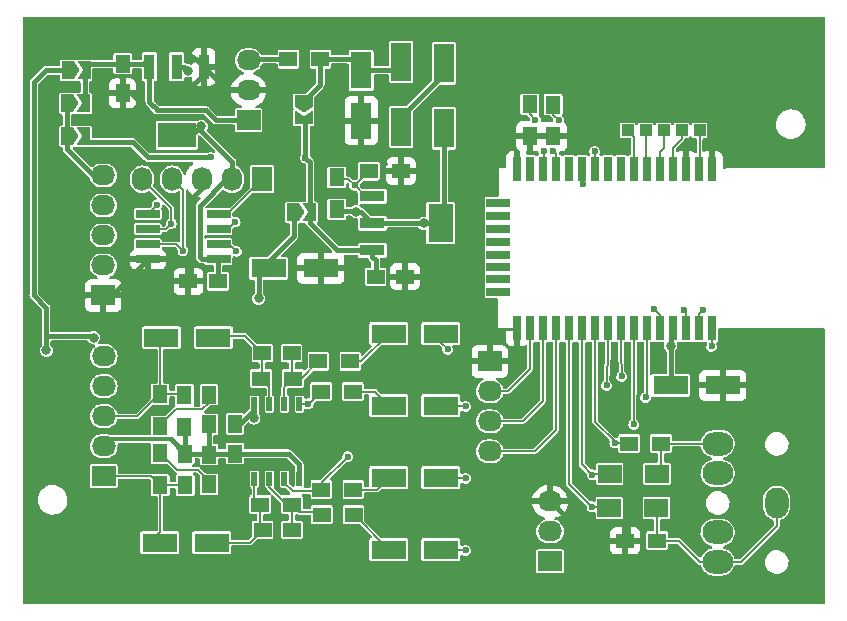
<source format=gtl>
%TF.GenerationSoftware,KiCad,Pcbnew,6.0.5-a6ca702e91~116~ubuntu20.04.1*%
%TF.CreationDate,2022-06-15T21:10:49+02:00*%
%TF.ProjectId,vwcdpic_with_BT,76776364-7069-4635-9f77-6974685f4254,rev?*%
%TF.SameCoordinates,Original*%
%TF.FileFunction,Copper,L1,Top*%
%TF.FilePolarity,Positive*%
%FSLAX46Y46*%
G04 Gerber Fmt 4.6, Leading zero omitted, Abs format (unit mm)*
G04 Created by KiCad (PCBNEW 6.0.5-a6ca702e91~116~ubuntu20.04.1) date 2022-06-15 21:10:50*
%MOMM*%
%LPD*%
G01*
G04 APERTURE LIST*
G04 Aperture macros list*
%AMFreePoly0*
4,1,6,1.000000,0.000000,0.500000,-0.750000,-0.500000,-0.750000,-0.500000,0.750000,0.500000,0.750000,1.000000,0.000000,1.000000,0.000000,$1*%
%AMFreePoly1*
4,1,6,0.500000,-0.750000,-0.650000,-0.750000,-0.150000,0.000000,-0.650000,0.750000,0.500000,0.750000,0.500000,-0.750000,0.500000,-0.750000,$1*%
G04 Aperture macros list end*
%TA.AperFunction,SMDPad,CuDef*%
%ADD10R,2.999740X1.600200*%
%TD*%
%TA.AperFunction,SMDPad,CuDef*%
%ADD11R,1.500000X1.300000*%
%TD*%
%TA.AperFunction,SMDPad,CuDef*%
%ADD12R,1.300000X1.500000*%
%TD*%
%TA.AperFunction,SMDPad,CuDef*%
%ADD13R,0.508000X1.143000*%
%TD*%
%TA.AperFunction,SMDPad,CuDef*%
%ADD14R,1.500000X1.250000*%
%TD*%
%TA.AperFunction,SMDPad,CuDef*%
%ADD15R,1.250000X1.500000*%
%TD*%
%TA.AperFunction,ComponentPad*%
%ADD16R,2.032000X1.727200*%
%TD*%
%TA.AperFunction,ComponentPad*%
%ADD17O,2.032000X1.727200*%
%TD*%
%TA.AperFunction,SMDPad,CuDef*%
%ADD18R,2.000000X1.600000*%
%TD*%
%TA.AperFunction,ComponentPad*%
%ADD19R,1.727200X2.032000*%
%TD*%
%TA.AperFunction,ComponentPad*%
%ADD20O,1.727200X2.032000*%
%TD*%
%TA.AperFunction,SMDPad,CuDef*%
%ADD21FreePoly0,0.000000*%
%TD*%
%TA.AperFunction,SMDPad,CuDef*%
%ADD22FreePoly1,0.000000*%
%TD*%
%TA.AperFunction,SMDPad,CuDef*%
%ADD23R,1.000000X1.000000*%
%TD*%
%TA.AperFunction,SMDPad,CuDef*%
%ADD24R,0.800000X2.000000*%
%TD*%
%TA.AperFunction,SMDPad,CuDef*%
%ADD25R,2.000000X0.800000*%
%TD*%
%TA.AperFunction,ComponentPad*%
%ADD26O,2.000000X2.600000*%
%TD*%
%TA.AperFunction,ComponentPad*%
%ADD27O,2.600000X2.000000*%
%TD*%
%TA.AperFunction,SMDPad,CuDef*%
%ADD28R,0.950000X2.150000*%
%TD*%
%TA.AperFunction,SMDPad,CuDef*%
%ADD29R,3.250000X2.150000*%
%TD*%
%TA.AperFunction,SMDPad,CuDef*%
%ADD30R,2.150000X0.950000*%
%TD*%
%TA.AperFunction,SMDPad,CuDef*%
%ADD31R,2.150000X3.250000*%
%TD*%
%TA.AperFunction,SMDPad,CuDef*%
%ADD32R,1.699260X3.299460*%
%TD*%
%TA.AperFunction,SMDPad,CuDef*%
%ADD33FreePoly0,270.000000*%
%TD*%
%TA.AperFunction,SMDPad,CuDef*%
%ADD34FreePoly1,270.000000*%
%TD*%
%TA.AperFunction,SMDPad,CuDef*%
%ADD35R,1.800860X3.149600*%
%TD*%
%TA.AperFunction,SMDPad,CuDef*%
%ADD36R,2.000000X0.700000*%
%TD*%
%TA.AperFunction,ViaPad*%
%ADD37C,0.800000*%
%TD*%
%TA.AperFunction,ViaPad*%
%ADD38C,0.500000*%
%TD*%
%TA.AperFunction,ViaPad*%
%ADD39C,0.600000*%
%TD*%
%TA.AperFunction,Conductor*%
%ADD40C,0.400000*%
%TD*%
%TA.AperFunction,Conductor*%
%ADD41C,0.150000*%
%TD*%
%TA.AperFunction,Conductor*%
%ADD42C,0.350000*%
%TD*%
%TA.AperFunction,Conductor*%
%ADD43C,0.200000*%
%TD*%
G04 APERTURE END LIST*
D10*
%TO.P,C6,1*%
%TO.N,Net-(C6-Pad1)*%
X87232160Y-78917800D03*
%TO.P,C6,2*%
%TO.N,/BTOUTR*%
X91631440Y-78917800D03*
%TD*%
%TO.P,C9,1*%
%TO.N,/OA_B_OUT*%
X72369640Y-60980000D03*
%TO.P,C9,2*%
%TO.N,/AOUTR*%
X67970360Y-60980000D03*
%TD*%
D11*
%TO.P,R8,1*%
%TO.N,/OA_A_IN_N*%
X81557800Y-75971400D03*
%TO.P,R8,2*%
%TO.N,Net-(C6-Pad1)*%
X84257800Y-75971400D03*
%TD*%
D12*
%TO.P,R10,1*%
%TO.N,/RC_A_OUT*%
X67867200Y-70764400D03*
%TO.P,R10,2*%
%TO.N,/AOUTL*%
X67867200Y-73464400D03*
%TD*%
%TO.P,R11,1*%
%TO.N,GNDA*%
X69920000Y-68520000D03*
%TO.P,R11,2*%
%TO.N,/AOUTR*%
X69920000Y-65820000D03*
%TD*%
D11*
%TO.P,R15,1*%
%TO.N,/OA_B_IN_N*%
X79097800Y-64439800D03*
%TO.P,R15,2*%
%TO.N,/OA_B_OUT*%
X76397800Y-64439800D03*
%TD*%
D13*
%TO.P,U3,1*%
%TO.N,/OA_A_OUT*%
X75842800Y-72948800D03*
%TO.P,U3,2,-*%
%TO.N,/OA_A_IN_N*%
X77112800Y-72948800D03*
%TO.P,U3,3,+*%
%TO.N,/OA_A_IN_P*%
X78382800Y-72948800D03*
%TO.P,U3,4,V-*%
%TO.N,GNDA*%
X79652800Y-72948800D03*
%TO.P,U3,5,+*%
%TO.N,/OA_B_IN_P*%
X79652800Y-66598800D03*
%TO.P,U3,6,-*%
%TO.N,/OA_B_IN_N*%
X78382800Y-66598800D03*
%TO.P,U3,7*%
%TO.N,/OA_B_OUT*%
X77112800Y-66598800D03*
%TO.P,U3,8,V+*%
%TO.N,+12C*%
X75842800Y-66598800D03*
%TD*%
D14*
%TO.P,C15,1*%
%TO.N,/OA_B_OUT*%
X76501600Y-62306200D03*
%TO.P,C15,2*%
%TO.N,/OA_B_IN_N*%
X79001600Y-62306200D03*
%TD*%
%TO.P,C16,1*%
%TO.N,/OA_A_OUT*%
X76527000Y-77241400D03*
%TO.P,C16,2*%
%TO.N,/OA_A_IN_N*%
X79027000Y-77241400D03*
%TD*%
D10*
%TO.P,C20,1*%
%TO.N,Net-(C20-Pad1)*%
X87232160Y-60629800D03*
%TO.P,C20,2*%
%TO.N,/BTOUTL*%
X91631440Y-60629800D03*
%TD*%
D11*
%TO.P,R18,1*%
%TO.N,/OA_A_IN_N*%
X79017800Y-75107800D03*
%TO.P,R18,2*%
%TO.N,/OA_A_OUT*%
X76317800Y-75107800D03*
%TD*%
%TO.P,R21,1*%
%TO.N,/OA_B_IN_N*%
X81253000Y-62992000D03*
%TO.P,R21,2*%
%TO.N,Net-(C20-Pad1)*%
X83953000Y-62992000D03*
%TD*%
%TO.P,R23,1*%
%TO.N,Net-(C21-Pad1)*%
X84207000Y-73837800D03*
%TO.P,R23,2*%
%TO.N,/OA_A_IN_P*%
X81507000Y-73837800D03*
%TD*%
D15*
%TO.P,C7,1*%
%TO.N,/RC_B_OUT*%
X72007400Y-65813600D03*
%TO.P,C7,2*%
%TO.N,GNDA*%
X72007400Y-68313600D03*
%TD*%
%TO.P,C8,1*%
%TO.N,/RC_A_OUT*%
X72007400Y-73393600D03*
%TO.P,C8,2*%
%TO.N,GNDA*%
X72007400Y-70893600D03*
%TD*%
D16*
%TO.P,P3,1,Pin_1*%
%TO.N,GND*%
X95758000Y-62992000D03*
D17*
%TO.P,P3,2,Pin_2*%
%TO.N,/IN_DETECT*%
X95758000Y-65532000D03*
%TO.P,P3,3,Pin_3*%
%TO.N,/INR*%
X95758000Y-68072000D03*
%TO.P,P3,4,Pin_4*%
%TO.N,/INL*%
X95758000Y-70612000D03*
%TD*%
D12*
%TO.P,R9,1*%
%TO.N,/RC_B_OUT*%
X67850000Y-68480000D03*
%TO.P,R9,2*%
%TO.N,/AOUTR*%
X67850000Y-65780000D03*
%TD*%
%TO.P,R12,1*%
%TO.N,GNDA*%
X69975400Y-70793600D03*
%TO.P,R12,2*%
%TO.N,/AOUTL*%
X69975400Y-73493600D03*
%TD*%
D10*
%TO.P,C19,1*%
%TO.N,Net-(C19-Pad1)*%
X87232160Y-66725800D03*
%TO.P,C19,2*%
%TO.N,/BTOUTLN*%
X91631440Y-66725800D03*
%TD*%
%TO.P,C14,1*%
%TO.N,/OA_A_OUT*%
X72229640Y-78333600D03*
%TO.P,C14,2*%
%TO.N,/AOUTL*%
X67830360Y-78333600D03*
%TD*%
D14*
%TO.P,C4,1*%
%TO.N,+5V*%
X72760220Y-56219610D03*
%TO.P,C4,2*%
%TO.N,GND*%
X70260220Y-56219610D03*
%TD*%
D12*
%TO.P,D3,1,K*%
%TO.N,GND*%
X99151600Y-43922000D03*
%TO.P,D3,2,A*%
%TO.N,/LED_R*%
X99151600Y-41222000D03*
%TD*%
D18*
%TO.P,C27,1*%
%TO.N,/MICN*%
X105876600Y-75401800D03*
%TO.P,C27,2*%
%TO.N,/MIC_IN_N*%
X109876600Y-75401800D03*
%TD*%
%TO.P,C23,1*%
%TO.N,/MICP*%
X105927400Y-72506200D03*
%TO.P,C23,2*%
%TO.N,/MIC_IN_P*%
X109927400Y-72506200D03*
%TD*%
D11*
%TO.P,R25,1*%
%TO.N,GND*%
X107237800Y-78170400D03*
%TO.P,R25,2*%
%TO.N,/MIC_IN_N*%
X109937800Y-78170400D03*
%TD*%
%TO.P,R27,1*%
%TO.N,/MIC_IN_P*%
X110268000Y-69940800D03*
%TO.P,R27,2*%
%TO.N,/MIC_BIAS*%
X107568000Y-69940800D03*
%TD*%
%TO.P,R20,1*%
%TO.N,Net-(C19-Pad1)*%
X84185400Y-65557400D03*
%TO.P,R20,2*%
%TO.N,/OA_B_IN_P*%
X81485400Y-65557400D03*
%TD*%
D12*
%TO.P,D2,1,K*%
%TO.N,GND*%
X101132800Y-43947400D03*
%TO.P,D2,2,A*%
%TO.N,/S{slash}R_R*%
X101132800Y-41247400D03*
%TD*%
D19*
%TO.P,P2,1,Pin_1*%
%TO.N,/RESET*%
X76494020Y-47558210D03*
D20*
%TO.P,P2,2,Pin_2*%
%TO.N,+5V*%
X73954020Y-47558210D03*
%TO.P,P2,3,Pin_3*%
%TO.N,GND*%
X71414020Y-47558210D03*
%TO.P,P2,4,Pin_4*%
%TO.N,/PDATA*%
X68874020Y-47558210D03*
%TO.P,P2,5,Pin_5*%
%TO.N,/PCLK*%
X66334020Y-47558210D03*
%TD*%
D15*
%TO.P,C12,1*%
%TO.N,+12C*%
X74191800Y-68289800D03*
%TO.P,C12,2*%
%TO.N,GNDA*%
X74191800Y-70789800D03*
%TD*%
D12*
%TO.P,R19,1*%
%TO.N,/ADJ*%
X82804000Y-47418000D03*
%TO.P,R19,2*%
%TO.N,+BATT*%
X82804000Y-50118000D03*
%TD*%
D15*
%TO.P,C25,1*%
%TO.N,Net-(C25-Pad1)*%
X64684910Y-37793610D03*
%TO.P,C25,2*%
%TO.N,GND*%
X64684910Y-40293610D03*
%TD*%
D16*
%TO.P,P4,1,Pin_1*%
%TO.N,/MIC_IN_L_ALT*%
X100866200Y-79923000D03*
D17*
%TO.P,P4,2,Pin_2*%
%TO.N,/MIC_IN_P_ALT*%
X100866200Y-77383000D03*
%TO.P,P4,3,Pin_3*%
%TO.N,GND*%
X100866200Y-74843000D03*
%TD*%
D21*
%TO.P,JP1,1,1*%
%TO.N,+12V*%
X79095000Y-50370000D03*
D22*
%TO.P,JP1,2,2*%
%TO.N,Net-(C2-Pad1)*%
X80545000Y-50370000D03*
%TD*%
D21*
%TO.P,JP3,1,1*%
%TO.N,/CDC_ENA_12V*%
X59981000Y-43942000D03*
D22*
%TO.P,JP3,2,2*%
%TO.N,Net-(C2-Pad1)*%
X61431000Y-43942000D03*
%TD*%
D11*
%TO.P,R28,1*%
%TO.N,+5V*%
X78726710Y-37398210D03*
%TO.P,R28,2*%
%TO.N,/filt_5v*%
X81426710Y-37398210D03*
%TD*%
D14*
%TO.P,C2,1*%
%TO.N,Net-(C2-Pad1)*%
X86095518Y-55817502D03*
%TO.P,C2,2*%
%TO.N,GND*%
X88595518Y-55817502D03*
%TD*%
D23*
%TO.P,J4,1,Pin_1*%
%TO.N,Net-(J4-Pad1)*%
X108966000Y-43434000D03*
%TD*%
D10*
%TO.P,C38,1*%
%TO.N,+12V*%
X77048360Y-55118000D03*
%TO.P,C38,2*%
%TO.N,GND*%
X81447640Y-55118000D03*
%TD*%
D24*
%TO.P,U5,1,GND*%
%TO.N,GND*%
X114574000Y-46697000D03*
%TO.P,U5,2,RF_OUT*%
%TO.N,Net-(J1-Pad1)*%
X113474000Y-46697000D03*
%TO.P,U5,3,GND*%
%TO.N,GND*%
X112374000Y-46697000D03*
%TO.P,U5,4,PREV/VOL-*%
%TO.N,Net-(J2-Pad1)*%
X111274000Y-46697000D03*
%TO.P,U5,5,NEXT/VOL+*%
%TO.N,Net-(J3-Pad1)*%
X110174000Y-46697000D03*
%TO.P,U5,6,PP/CALL*%
%TO.N,Net-(J4-Pad1)*%
X109074000Y-46697000D03*
%TO.P,U5,7,WAKEUP*%
%TO.N,Net-(J5-Pad1)*%
X107974000Y-46697000D03*
%TO.P,U5,8,NC*%
%TO.N,unconnected-(U5-Pad8)*%
X106874000Y-46697000D03*
%TO.P,U5,9,NC*%
%TO.N,unconnected-(U5-Pad9)*%
X105774000Y-46697000D03*
%TO.P,U5,10,TX(GPIO0)*%
%TO.N,/RX*%
X104674000Y-46697000D03*
%TO.P,U5,11,RX(GPIO1)*%
%TO.N,/TX*%
X103574000Y-46697000D03*
%TO.P,U5,12,MODE*%
%TO.N,unconnected-(U5-Pad12)*%
X102474000Y-46697000D03*
%TO.P,U5,13,S/R*%
%TO.N,/S{slash}R*%
X101374000Y-46697000D03*
%TO.P,U5,14,LED*%
%TO.N,/LED*%
X100274000Y-46697000D03*
%TO.P,U5,15,MUTE*%
%TO.N,/MUTE*%
X99174000Y-46697000D03*
%TO.P,U5,16,GND*%
%TO.N,GND*%
X98074000Y-46697000D03*
D25*
%TO.P,U5,17,NC*%
%TO.N,unconnected-(U5-Pad17)*%
X96474000Y-49597000D03*
%TO.P,U5,18,SD_CMD*%
%TO.N,unconnected-(U5-Pad18)*%
X96474000Y-50697000D03*
%TO.P,U5,19,STAT*%
%TO.N,unconnected-(U5-Pad19)*%
X96474000Y-51797000D03*
%TO.P,U5,20,SD_DATA*%
%TO.N,unconnected-(U5-Pad20)*%
X96474000Y-52897000D03*
%TO.P,U5,21,SD_CLK*%
%TO.N,unconnected-(U5-Pad21)*%
X96474000Y-53947000D03*
%TO.P,U5,22,S/R*%
%TO.N,unconnected-(U5-Pad22)*%
X96474000Y-54997000D03*
%TO.P,U5,23,MODE*%
%TO.N,unconnected-(U5-Pad23)*%
X96474000Y-56047000D03*
%TO.P,U5,24,DPIO2*%
%TO.N,unconnected-(U5-Pad24)*%
X96474000Y-57096996D03*
D24*
%TO.P,U5,25,GND*%
%TO.N,GND*%
X98074000Y-60197000D03*
%TO.P,U5,26,AUX_DET(GPIO3)*%
%TO.N,/IN_DETECT*%
X99174000Y-60197000D03*
%TO.P,U5,27,AUX_R*%
%TO.N,/INR*%
X100274000Y-60197000D03*
%TO.P,U5,28,AUX_L*%
%TO.N,/INL*%
X101374000Y-60197000D03*
%TO.P,U5,29,MICN*%
%TO.N,/MICN*%
X102474000Y-60197000D03*
%TO.P,U5,30,MICIP*%
%TO.N,/MICP*%
X103574000Y-60197000D03*
%TO.P,U5,31,V2MICBIAS*%
%TO.N,/MIC_BIAS*%
X104674000Y-60197000D03*
%TO.P,U5,32,AUDIOLN*%
%TO.N,/BTOUTLN*%
X105774000Y-60197000D03*
%TO.P,U5,33,AUDIOLP*%
%TO.N,/BTOUTL*%
X106874000Y-60197000D03*
%TO.P,U5,34,AUDIORP*%
%TO.N,/BTOUTR*%
X107974000Y-60197000D03*
%TO.P,U5,35,AUDIORN*%
%TO.N,/BTOUTRN*%
X109074000Y-60197000D03*
%TO.P,U5,36,VBUS*%
%TO.N,/VBUS*%
X110174000Y-60197000D03*
%TO.P,U5,37,VBAT*%
%TO.N,+BATT*%
X111274000Y-60197000D03*
%TO.P,U5,38,VCC3YS*%
%TO.N,/VCC3SYS*%
X112374000Y-60197000D03*
%TO.P,U5,39,VCC3IO*%
%TO.N,/VCC3IO*%
X113474000Y-60197000D03*
%TO.P,U5,40,AGND*%
%TO.N,/AGND*%
X114574000Y-60197000D03*
%TD*%
D16*
%TO.P,J6,1,Pin_1*%
%TO.N,/AOUTL*%
X63092000Y-72714800D03*
D17*
%TO.P,J6,2,Pin_2*%
%TO.N,GNDA*%
X63092000Y-70174800D03*
%TO.P,J6,3,Pin_3*%
%TO.N,/AOUTR*%
X63092000Y-67634800D03*
%TO.P,J6,4,Pin_4*%
%TO.N,GNDA*%
X63092000Y-65094800D03*
%TO.P,J6,5,Pin_5*%
%TO.N,/12Vin*%
X63092000Y-62554800D03*
%TD*%
D23*
%TO.P,J1,1,Pin_1*%
%TO.N,Net-(J1-Pad1)*%
X113538000Y-43434000D03*
%TD*%
D26*
%TO.P,J7,1,1*%
%TO.N,/MIC_IN_N*%
X120062000Y-74970000D03*
D27*
%TO.P,J7,2,2*%
X115062000Y-79970000D03*
%TO.P,J7,3,3*%
%TO.N,/MIC_IN_L_ALT*%
X115062000Y-77470000D03*
%TO.P,J7,4,4*%
%TO.N,/MIC_IN_P_ALT*%
X115062000Y-72470000D03*
%TO.P,J7,5,5*%
%TO.N,/MIC_IN_P*%
X115062000Y-69970000D03*
%TD*%
D21*
%TO.P,JP5,1,1*%
%TO.N,/CDC_ENA_12V*%
X59981000Y-41148000D03*
D22*
%TO.P,JP5,2,2*%
%TO.N,Net-(C25-Pad1)*%
X61431000Y-41148000D03*
%TD*%
D23*
%TO.P,J5,1,Pin_1*%
%TO.N,Net-(J5-Pad1)*%
X107442000Y-43434000D03*
%TD*%
D16*
%TO.P,J8,1,Pin_1*%
%TO.N,GND*%
X63054910Y-57408010D03*
D17*
%TO.P,J8,2,Pin_2*%
%TO.N,/Clock*%
X63054910Y-54868010D03*
%TO.P,J8,3,Pin_3*%
%TO.N,/DataIn*%
X63054910Y-52328010D03*
%TO.P,J8,4,Pin_4*%
%TO.N,/DataOut*%
X63054910Y-49788010D03*
%TO.P,J8,5,Pin_5*%
%TO.N,/CDC_ENA_12V*%
X63054910Y-47248010D03*
%TD*%
D10*
%TO.P,C21,1*%
%TO.N,Net-(C21-Pad1)*%
X87232160Y-72821800D03*
%TO.P,C21,2*%
%TO.N,/BTOUTRN*%
X91631440Y-72821800D03*
%TD*%
D28*
%TO.P,U4,1,ADJ/GND*%
%TO.N,GND*%
X71556910Y-38048610D03*
D29*
%TO.P,U4,2,VOUT*%
%TO.N,+5V*%
X69256910Y-43848610D03*
D28*
X69256910Y-38048610D03*
%TO.P,U4,3,VIN*%
%TO.N,Net-(C25-Pad1)*%
X66956910Y-38048610D03*
%TD*%
D10*
%TO.P,C36,1*%
%TO.N,+BATT*%
X111084360Y-65024000D03*
%TO.P,C36,2*%
%TO.N,GND*%
X115483640Y-65024000D03*
%TD*%
D30*
%TO.P,U1,1,ADJ/GND*%
%TO.N,/ADJ*%
X85817118Y-48996302D03*
D31*
%TO.P,U1,2,VOUT*%
%TO.N,+BATT*%
X91617118Y-51296302D03*
D30*
X85817118Y-51296302D03*
%TO.P,U1,3,VIN*%
%TO.N,Net-(C2-Pad1)*%
X85817118Y-53596302D03*
%TD*%
D32*
%TO.P,D1,1,K*%
%TO.N,/4V3*%
X88277110Y-43146230D03*
%TO.P,D1,2,A*%
%TO.N,/filt_5v*%
X88277110Y-37644590D03*
%TD*%
%TO.P,D4,1,K*%
%TO.N,+BATT*%
X91909310Y-43255450D03*
%TO.P,D4,2,A*%
%TO.N,/4V3*%
X91909310Y-37753810D03*
%TD*%
D11*
%TO.P,R13,1*%
%TO.N,/ADJ*%
X85538318Y-46876702D03*
%TO.P,R13,2*%
%TO.N,GND*%
X88238318Y-46876702D03*
%TD*%
D33*
%TO.P,JP2,1,1*%
%TO.N,/filt_5v*%
X80010000Y-40968000D03*
D34*
%TO.P,JP2,2,2*%
%TO.N,Net-(C2-Pad1)*%
X80010000Y-42418000D03*
%TD*%
D16*
%TO.P,P1,1,Pin_1*%
%TO.N,Net-(C25-Pad1)*%
X75348510Y-42579810D03*
D17*
%TO.P,P1,2,Pin_2*%
%TO.N,GND*%
X75348510Y-40039810D03*
%TO.P,P1,3,Pin_3*%
%TO.N,+5V*%
X75348510Y-37499810D03*
%TD*%
D23*
%TO.P,J3,1,Pin_1*%
%TO.N,Net-(J3-Pad1)*%
X110490000Y-43434000D03*
%TD*%
D35*
%TO.P,C35,1*%
%TO.N,/filt_5v*%
X84879860Y-38346300D03*
%TO.P,C35,2*%
%TO.N,GND*%
X84879860Y-42598260D03*
%TD*%
D23*
%TO.P,J2,1,Pin_1*%
%TO.N,Net-(J2-Pad1)*%
X112014000Y-43434000D03*
%TD*%
D36*
%TO.P,U6,1,VDD*%
%TO.N,+5V*%
X72825000Y-54340010D03*
%TO.P,U6,2,GP5*%
%TO.N,/TX_PIC*%
X72825000Y-53070010D03*
%TO.P,U6,3,GP4*%
%TO.N,/RX_PIC*%
X72825000Y-51800010D03*
%TO.P,U6,4,GP3*%
%TO.N,/RESET*%
X72825000Y-50530010D03*
%TO.P,U6,5,GP2*%
%TO.N,/GP2_PIC*%
X66825000Y-50530010D03*
%TO.P,U6,6,GP1*%
%TO.N,/PCLK*%
X66825000Y-51800010D03*
%TO.P,U6,7,GP0*%
%TO.N,/PDATA*%
X66825000Y-53070010D03*
%TO.P,U6,8,VSS*%
%TO.N,GND*%
X66825000Y-54340010D03*
%TD*%
D21*
%TO.P,JP4,1,1*%
%TO.N,+12V*%
X60018000Y-38354000D03*
D22*
%TO.P,JP4,2,2*%
%TO.N,Net-(C25-Pad1)*%
X61468000Y-38354000D03*
%TD*%
D37*
%TO.N,+5V*%
X70196710Y-38383210D03*
X71360710Y-43077810D03*
D38*
%TO.N,GND*%
X95500000Y-77120000D03*
X101900000Y-61930000D03*
X98950000Y-79180000D03*
X103000000Y-68120000D03*
X108490000Y-63700000D03*
X94310000Y-79640000D03*
X106180000Y-44200000D03*
X81200000Y-48740000D03*
X107320000Y-45080000D03*
X110370000Y-80310000D03*
X98480000Y-67350000D03*
X109270000Y-42230000D03*
X98390000Y-72710000D03*
X96560000Y-73480000D03*
X93800000Y-69730000D03*
X108630000Y-67820000D03*
X95460000Y-61180000D03*
X97620000Y-67350000D03*
X108500000Y-64570000D03*
X98970000Y-78110000D03*
X99290000Y-66390000D03*
X112110000Y-42220000D03*
X94660000Y-54300000D03*
X113640000Y-68430000D03*
X101830000Y-70780000D03*
X95020000Y-75100000D03*
X103020000Y-61930000D03*
X90160000Y-44870000D03*
X98970000Y-77200000D03*
X112990000Y-80290000D03*
X102600000Y-45090000D03*
X78130000Y-51580000D03*
X101900000Y-63700000D03*
X112080000Y-80290000D03*
X117520000Y-68430000D03*
X119360000Y-68440000D03*
X95900000Y-60230000D03*
X97650000Y-44730000D03*
X111690000Y-68470000D03*
X97690000Y-71220000D03*
X94650000Y-53370000D03*
X97670000Y-70070000D03*
X99730000Y-64750000D03*
X106320000Y-61930000D03*
X97280000Y-76970000D03*
X96230000Y-76380000D03*
X95220000Y-79020000D03*
D37*
X107470200Y-76758500D03*
D38*
X103020000Y-63700000D03*
X99730000Y-62860000D03*
X108920000Y-68470000D03*
X114570000Y-68440000D03*
X107440000Y-63700000D03*
X109560000Y-61930000D03*
X101950000Y-82030000D03*
X95900000Y-59320000D03*
X107600000Y-80310000D03*
X101660000Y-69410000D03*
X83120000Y-44910000D03*
X121240000Y-68420000D03*
X77840000Y-49940000D03*
X99390000Y-69950000D03*
X97500000Y-72010000D03*
D37*
X70522510Y-37413610D03*
D38*
X106490000Y-65470000D03*
X102860000Y-81070000D03*
X96660000Y-77580000D03*
X95910000Y-58390000D03*
X99120000Y-71940000D03*
X108490000Y-62860000D03*
X95990000Y-47520000D03*
X103800000Y-80290000D03*
X100820000Y-66340000D03*
X105220000Y-66650000D03*
X81550000Y-48190000D03*
X98980000Y-76270000D03*
X100130000Y-72510000D03*
X93780000Y-68700000D03*
X98320000Y-63670000D03*
X104150000Y-62860000D03*
X77040000Y-50630000D03*
X114900000Y-42840000D03*
X110180000Y-42230000D03*
X122170000Y-68430000D03*
X101020000Y-82020000D03*
X99980000Y-67460000D03*
X100820000Y-67330000D03*
X93780000Y-67790000D03*
X101900000Y-64740000D03*
X99290000Y-68130000D03*
X111180000Y-42230000D03*
X98950000Y-81040000D03*
X94850000Y-77790000D03*
X93110000Y-75170000D03*
X94940000Y-76210000D03*
X93912323Y-76223439D03*
X98320000Y-66340000D03*
X77530000Y-52190000D03*
X94550000Y-61180000D03*
X102860000Y-80160000D03*
X105460000Y-45080000D03*
X120310000Y-68430000D03*
X95990000Y-78230000D03*
X96600000Y-72320000D03*
X93850000Y-62000000D03*
X101900000Y-62860000D03*
X118450000Y-68440000D03*
X106180000Y-43290000D03*
X100810000Y-65570000D03*
X100180000Y-69180000D03*
X113040000Y-42230000D03*
X96250000Y-45390000D03*
X107410000Y-42230000D03*
X100810000Y-70290000D03*
X108530000Y-80300000D03*
X103020000Y-62860000D03*
X96970000Y-75630000D03*
X107430000Y-65510000D03*
X79330000Y-48460000D03*
X106190000Y-42360000D03*
X102860000Y-82030000D03*
X108540000Y-66720000D03*
X109560000Y-62860000D03*
X94460000Y-44850000D03*
X102870000Y-79230000D03*
X94520000Y-73490000D03*
X108500000Y-65500000D03*
X79860000Y-47930000D03*
X93530000Y-44860000D03*
X84170000Y-46350000D03*
X90180000Y-46480000D03*
X85610000Y-44940000D03*
X105290000Y-67750000D03*
X115480000Y-68440000D03*
X95390000Y-44860000D03*
X94650000Y-52520000D03*
X101030000Y-71620000D03*
X98410000Y-71190000D03*
X94650000Y-55230000D03*
D37*
X69227110Y-40928810D03*
D38*
X100810000Y-64730000D03*
X109460000Y-80310000D03*
X104210000Y-44530000D03*
X96660000Y-74320000D03*
X107440000Y-62860000D03*
X93800000Y-64720000D03*
X99730000Y-65590000D03*
X110780000Y-68470000D03*
X92990000Y-46390000D03*
X98960000Y-80110000D03*
X114890000Y-44680000D03*
X100090000Y-82030000D03*
X106380000Y-66650000D03*
X99730000Y-63700000D03*
X109560000Y-63700000D03*
X94650000Y-56140000D03*
X97930000Y-74710000D03*
X114890000Y-43770000D03*
X107430000Y-64840000D03*
X82390000Y-45380000D03*
X103000000Y-69670000D03*
X104130000Y-66950000D03*
X93060000Y-76190000D03*
X99940000Y-71140000D03*
X106320000Y-63700000D03*
X105200000Y-62870000D03*
X98970000Y-75340000D03*
X94650000Y-51610000D03*
X100830000Y-68500000D03*
X97560000Y-73460000D03*
X95500000Y-73450000D03*
X78760000Y-49030000D03*
X98640000Y-62860000D03*
X94520000Y-72310000D03*
X100820000Y-63700000D03*
X81780000Y-45990000D03*
X109850000Y-68460000D03*
X105020000Y-44480000D03*
X93750000Y-71640000D03*
X86880000Y-46310000D03*
X98050000Y-65520000D03*
X104130000Y-65550000D03*
X104730000Y-80280000D03*
X98120000Y-76100000D03*
X113950000Y-42230000D03*
X95990000Y-48430000D03*
X76880000Y-52840000D03*
X105200000Y-61940000D03*
X98660000Y-74000000D03*
X116590000Y-68440000D03*
X108490000Y-61930000D03*
X97660000Y-68680000D03*
X107400000Y-66630000D03*
D37*
X66204510Y-41147410D03*
D38*
X93800000Y-70640000D03*
X107250000Y-67770000D03*
X111150000Y-80280000D03*
X104150000Y-63700000D03*
X86720000Y-44930000D03*
X94650000Y-49750000D03*
X84480000Y-44960000D03*
X112710000Y-68440000D03*
X98640000Y-61930000D03*
X96710000Y-60750000D03*
X101880000Y-67530000D03*
X94660000Y-50680000D03*
X103010000Y-64780000D03*
X106320000Y-62860000D03*
X94830000Y-46400000D03*
X104150000Y-61930000D03*
X98780000Y-64870000D03*
X98540000Y-68690000D03*
X105660000Y-80290000D03*
X96980000Y-45070000D03*
X104190000Y-68530000D03*
X93800000Y-65630000D03*
X100820000Y-61930000D03*
X94270000Y-78380000D03*
X94630000Y-57060000D03*
X93850000Y-62910000D03*
X95580000Y-46750000D03*
X99730000Y-61930000D03*
X81160000Y-46610000D03*
X101900000Y-65900000D03*
X100820000Y-62860000D03*
X107440000Y-61930000D03*
X103530000Y-45080000D03*
X95560000Y-72290000D03*
X93920000Y-46400000D03*
X91210000Y-46400000D03*
X99380000Y-73270000D03*
X102860000Y-78300000D03*
X106160000Y-67770000D03*
X108340000Y-42220000D03*
X103000000Y-66490000D03*
X98950000Y-81950000D03*
X98560000Y-70060000D03*
X95860000Y-75080000D03*
X106390000Y-45070000D03*
X94010000Y-75090000D03*
X106570000Y-80290000D03*
X97370000Y-66360000D03*
X105200000Y-63710000D03*
X123080000Y-68430000D03*
D37*
%TO.N,+12V*%
X62230000Y-60980000D03*
X76200000Y-57658000D03*
X58220000Y-62060000D03*
D39*
%TO.N,/S{slash}R_R*%
X101590000Y-42575800D03*
D37*
%TO.N,+BATT*%
X90158302Y-51296302D03*
X84449918Y-50305702D03*
X111084360Y-61685640D03*
D39*
%TO.N,/BTOUTL*%
X106934000Y-64262000D03*
X92202000Y-61976000D03*
%TO.N,/BTOUTR*%
X107960000Y-68330000D03*
X93726000Y-78994000D03*
D37*
%TO.N,+12C*%
X75792000Y-67792600D03*
D39*
%TO.N,/MIC_BIAS*%
X106346000Y-69890000D03*
%TO.N,/BTOUTRN*%
X93726000Y-72898000D03*
X108966000Y-66040000D03*
%TO.N,/BTOUTLN*%
X93726000Y-66802000D03*
X105664000Y-65024000D03*
%TO.N,/MICP*%
X104441000Y-72582400D03*
%TO.N,/MICN*%
X104415600Y-75300200D03*
%TO.N,/LED_R*%
X99634200Y-42550400D03*
%TO.N,/S{slash}R*%
X101145500Y-45192000D03*
%TO.N,/LED*%
X100330000Y-45212000D03*
%TO.N,/PCLK*%
X68803220Y-51317410D03*
%TO.N,/PDATA*%
X69793820Y-53628810D03*
%TO.N,/RX*%
X104648000Y-45212000D03*
%TO.N,/TX*%
X103632000Y-48006000D03*
%TO.N,/AGND*%
X114554000Y-61722000D03*
%TO.N,/OA_B_IN_P*%
X80393200Y-66573400D03*
%TO.N,/OA_A_IN_P*%
X83746000Y-71043800D03*
%TO.N,/TX_PIC*%
X74318898Y-53679610D03*
%TO.N,/RX_PIC*%
X74213420Y-51190410D03*
%TO.N,/GP2_PIC*%
X67584020Y-49742610D03*
%TO.N,/ADJ*%
X84322918Y-48095902D03*
%TO.N,/VBUS*%
X109654500Y-58552400D03*
%TO.N,/VCC3SYS*%
X112245300Y-58654000D03*
%TO.N,/VCC3IO*%
X113820100Y-58654000D03*
%TO.N,Net-(C2-Pad1)*%
X80160000Y-45760000D03*
X72136000Y-45720000D03*
%TD*%
D40*
%TO.N,+5V*%
X72825000Y-54340010D02*
X71394020Y-54340010D01*
X71394020Y-54340010D02*
X71241620Y-54187610D01*
X69862110Y-38048610D02*
X70196710Y-38383210D01*
X72760220Y-56219610D02*
X72760220Y-54404790D01*
X75450110Y-37398210D02*
X75348510Y-37499810D01*
X78726710Y-37398210D02*
X75450110Y-37398210D01*
X71241620Y-49793410D02*
X73476820Y-47558210D01*
X71241620Y-54187610D02*
X71241620Y-49793410D01*
X69256910Y-43848610D02*
X70589910Y-43848610D01*
X71360710Y-43077810D02*
X71360710Y-43494210D01*
X70589910Y-43848610D02*
X71360710Y-43077810D01*
X69256910Y-38048610D02*
X69862110Y-38048610D01*
X71360710Y-43494210D02*
X73954020Y-46087520D01*
X73954020Y-46087520D02*
X73954020Y-47558210D01*
X72760220Y-54404790D02*
X72825000Y-54340010D01*
%TO.N,GND*%
X100866200Y-74843000D02*
X104193600Y-78170400D01*
X70479620Y-53861558D02*
X70479620Y-53628810D01*
X64684910Y-40293610D02*
X65350710Y-40293610D01*
X73548110Y-40039810D02*
X71556910Y-38048610D01*
X71414020Y-47558210D02*
X71414020Y-48325610D01*
X70260220Y-56219610D02*
X70474220Y-56005610D01*
X66825000Y-54340010D02*
X70423420Y-54340010D01*
X99151600Y-43922000D02*
X101107400Y-43922000D01*
X70522510Y-37413610D02*
X70921910Y-37413610D01*
X70474220Y-56005610D02*
X70474220Y-53866958D01*
X71414020Y-48325610D02*
X70479620Y-49260010D01*
X70921910Y-37413610D02*
X71556910Y-38048610D01*
X95758000Y-62992000D02*
X95758000Y-62513000D01*
X70479620Y-54283810D02*
X70479620Y-53861558D01*
X101107400Y-43922000D02*
X101132800Y-43947400D01*
X63757000Y-57408010D02*
X66825000Y-54340010D01*
X63119400Y-57489610D02*
X63766110Y-57489610D01*
X107470200Y-76758500D02*
X107470200Y-77938000D01*
X104193600Y-78170400D02*
X107237800Y-78170400D01*
X70423420Y-54340010D02*
X70479620Y-54283810D01*
X70474220Y-53866958D02*
X70479620Y-53861558D01*
X70479620Y-49260010D02*
X70479620Y-53628810D01*
X75348510Y-40039810D02*
X73548110Y-40039810D01*
X65350710Y-40293610D02*
X66204510Y-41147410D01*
X69997910Y-40207610D02*
X71556910Y-38648610D01*
X63054910Y-57408010D02*
X63757000Y-57408010D01*
X71556910Y-38648610D02*
X71556910Y-38048610D01*
X69227110Y-40928810D02*
X69997910Y-40207610D01*
X107470200Y-77938000D02*
X107237800Y-78170400D01*
%TO.N,+12V*%
X58220000Y-62060000D02*
X58208000Y-62048000D01*
X79095000Y-50370000D02*
X79095000Y-50506000D01*
X79210000Y-52362000D02*
X76200000Y-55372000D01*
X76200000Y-55372000D02*
X76200000Y-57658000D01*
X62118000Y-60868000D02*
X58208000Y-60868000D01*
X58166000Y-38354000D02*
X57150000Y-39370000D01*
X57150000Y-39370000D02*
X57150000Y-57404000D01*
X58208000Y-62048000D02*
X58208000Y-60868000D01*
X62230000Y-60980000D02*
X62118000Y-60868000D01*
X60018000Y-38354000D02*
X58166000Y-38354000D01*
X79095000Y-50506000D02*
X79210000Y-50621000D01*
X57150000Y-57404000D02*
X58208000Y-58462000D01*
X58208000Y-60868000D02*
X58208000Y-58462000D01*
X79210000Y-50621000D02*
X79210000Y-52362000D01*
D41*
%TO.N,/S{slash}R_R*%
X101132800Y-42118600D02*
X101590000Y-42575800D01*
X101132800Y-41247400D02*
X101132800Y-42118600D01*
D40*
%TO.N,+BATT*%
X91909310Y-43255450D02*
X91909310Y-51004110D01*
X111084360Y-60386640D02*
X111274000Y-60197000D01*
X85817118Y-51296302D02*
X89123518Y-51296302D01*
X89123518Y-51296302D02*
X90158302Y-51296302D01*
X84449918Y-50305702D02*
X84826518Y-50305702D01*
X84826518Y-50305702D02*
X85817118Y-51296302D01*
X91909310Y-51004110D02*
X91617118Y-51296302D01*
X111084360Y-61685640D02*
X111084360Y-60386640D01*
X90158302Y-51296302D02*
X91617118Y-51296302D01*
X111084360Y-65024000D02*
X111084360Y-61685640D01*
X82961403Y-50278487D02*
X84422703Y-50278487D01*
X84422703Y-50278487D02*
X84449918Y-50305702D01*
D41*
%TO.N,/BTOUTL*%
X106934000Y-64262000D02*
X106874000Y-62170000D01*
X92202000Y-61976000D02*
X91631440Y-61405440D01*
X106874000Y-62170000D02*
X106874000Y-60197000D01*
X91631440Y-61405440D02*
X91631440Y-60655200D01*
%TO.N,/BTOUTR*%
X93726000Y-78994000D02*
X93675200Y-78943200D01*
X93675200Y-78943200D02*
X91631440Y-78943200D01*
X107974000Y-63730000D02*
X107974000Y-60197000D01*
X107960000Y-68330000D02*
X107974000Y-63730000D01*
%TO.N,/AOUTL*%
X69946200Y-73464400D02*
X69975400Y-73493600D01*
X67867200Y-73464400D02*
X67867200Y-77466180D01*
X67867200Y-73464400D02*
X69946200Y-73464400D01*
X67867200Y-77466180D02*
X66999780Y-78333600D01*
X63092000Y-72714800D02*
X67117600Y-72714800D01*
X67117600Y-72714800D02*
X67867200Y-73464400D01*
%TO.N,/AOUTR*%
X67867200Y-61268620D02*
X67431580Y-60833000D01*
X67896400Y-65713600D02*
X67867200Y-65684400D01*
X69975400Y-65713600D02*
X67896400Y-65713600D01*
X63092000Y-67634800D02*
X65916800Y-67634800D01*
X65916800Y-67634800D02*
X67867200Y-65684400D01*
X67867200Y-65684400D02*
X67867200Y-61268620D01*
D40*
%TO.N,GNDA*%
X74191800Y-70789800D02*
X78738400Y-70789800D01*
X68752400Y-69570600D02*
X69975400Y-70793600D01*
X69975400Y-70793600D02*
X69975400Y-68413600D01*
X79652800Y-71704200D02*
X79652800Y-72948800D01*
D42*
X63696200Y-69570600D02*
X68752400Y-69570600D01*
D40*
X63092000Y-70174800D02*
X63696200Y-69570600D01*
X69975400Y-70793600D02*
X74188000Y-70793600D01*
X74188000Y-70793600D02*
X74191800Y-70789800D01*
X72007400Y-68313600D02*
X72007400Y-70893600D01*
X78738400Y-70789800D02*
X79652800Y-71704200D01*
%TO.N,+12C*%
X75842800Y-66598800D02*
X75842800Y-67741800D01*
X75842800Y-67741800D02*
X75792000Y-67792600D01*
X75842800Y-67081400D02*
X75842800Y-66598800D01*
X74634400Y-68289800D02*
X75842800Y-67081400D01*
X74191800Y-68289800D02*
X74634400Y-68289800D01*
D41*
%TO.N,Net-(C19-Pad1)*%
X84185400Y-65557400D02*
X86063760Y-65557400D01*
X86063760Y-65557400D02*
X87232160Y-66725800D01*
%TO.N,Net-(C21-Pad1)*%
X86216160Y-73837800D02*
X87232160Y-72821800D01*
X84207000Y-73837800D02*
X86216160Y-73837800D01*
%TO.N,/MIC_BIAS*%
X106346000Y-69890000D02*
X106346000Y-69770000D01*
X106346000Y-69770000D02*
X104674000Y-68098000D01*
X104674000Y-60197000D02*
X104674000Y-66574000D01*
X104674000Y-68098000D02*
X104674000Y-66574000D01*
X107517200Y-69890000D02*
X107568000Y-69940800D01*
X106346000Y-69890000D02*
X107517200Y-69890000D01*
D40*
%TO.N,/CDC_ENA_12V*%
X62208010Y-47248010D02*
X63054910Y-47248010D01*
X59981000Y-43942000D02*
X59981000Y-45021000D01*
X63050900Y-47244000D02*
X63054910Y-47248010D01*
X59944000Y-41402000D02*
X59944000Y-44413000D01*
X59981000Y-45021000D02*
X62208010Y-47248010D01*
X59944000Y-44413000D02*
X59981000Y-44450000D01*
D41*
%TO.N,/BTOUTRN*%
X109074000Y-65932000D02*
X109074000Y-60197000D01*
X91631440Y-72847200D02*
X93675200Y-72847200D01*
X108966000Y-66040000D02*
X109074000Y-65932000D01*
X93675200Y-72847200D02*
X93726000Y-72898000D01*
%TO.N,/BTOUTLN*%
X93675200Y-66751200D02*
X91631440Y-66751200D01*
X105664000Y-65024000D02*
X105774000Y-61866000D01*
X93726000Y-66802000D02*
X93675200Y-66751200D01*
X105774000Y-61866000D02*
X105774000Y-60197000D01*
D43*
%TO.N,/MICP*%
X103574000Y-60197000D02*
X103574000Y-69218600D01*
X103574000Y-71715400D02*
X103574000Y-69218600D01*
X104517200Y-72506200D02*
X104441000Y-72582400D01*
X104441000Y-72582400D02*
X103574000Y-71715400D01*
X105927400Y-72506200D02*
X104517200Y-72506200D01*
%TO.N,/MIC_IN_P*%
X110268000Y-72165600D02*
X109927400Y-72506200D01*
X115032800Y-69940800D02*
X115062000Y-69970000D01*
X110268000Y-69940800D02*
X115032800Y-69940800D01*
X110268000Y-69940800D02*
X110268000Y-72165600D01*
%TO.N,/MICN*%
X104415600Y-75300200D02*
X105775000Y-75300200D01*
X102474000Y-60197000D02*
X102474000Y-73358600D01*
X102474000Y-73358600D02*
X104415600Y-75300200D01*
X105775000Y-75300200D02*
X105876600Y-75401800D01*
%TO.N,/MIC_IN_N*%
X120062000Y-76951200D02*
X120062000Y-74970000D01*
X111781600Y-78170400D02*
X109937800Y-78170400D01*
X109937800Y-75463000D02*
X109876600Y-75401800D01*
X115062000Y-79970000D02*
X117043200Y-79970000D01*
X109937800Y-78170400D02*
X109937800Y-75463000D01*
X117043200Y-79970000D02*
X120062000Y-76951200D01*
X113581200Y-79970000D02*
X111781600Y-78170400D01*
X115062000Y-79970000D02*
X113581200Y-79970000D01*
D41*
%TO.N,/LED_R*%
X99151600Y-42067800D02*
X99151600Y-41222000D01*
X99634200Y-42550400D02*
X99151600Y-42067800D01*
%TO.N,/S{slash}R*%
X101374000Y-46697000D02*
X101374000Y-45420500D01*
X101374000Y-45420500D02*
X101145500Y-45192000D01*
%TO.N,/LED*%
X100330000Y-45212000D02*
X100330000Y-46641000D01*
X100330000Y-46641000D02*
X100274000Y-46697000D01*
%TO.N,/IN_DETECT*%
X99174000Y-63640000D02*
X97282000Y-65532000D01*
X99174000Y-60197000D02*
X99174000Y-63640000D01*
X97282000Y-65532000D02*
X95758000Y-65532000D01*
%TO.N,/INR*%
X100274000Y-66350000D02*
X100274000Y-60197000D01*
X95758000Y-68072000D02*
X98552000Y-68072000D01*
X98552000Y-68072000D02*
X100274000Y-66350000D01*
%TO.N,/INL*%
X101374000Y-68806000D02*
X99568000Y-70612000D01*
X101374000Y-60197000D02*
X101374000Y-68806000D01*
X99568000Y-70612000D02*
X95758000Y-70612000D01*
%TO.N,Net-(J1-Pad1)*%
X113538000Y-46633000D02*
X113474000Y-46697000D01*
X113538000Y-43434000D02*
X113538000Y-46633000D01*
%TO.N,Net-(J2-Pad1)*%
X112014000Y-44196000D02*
X111252000Y-44958000D01*
X111252000Y-44958000D02*
X111274000Y-44980000D01*
X112014000Y-43434000D02*
X112014000Y-44196000D01*
X111274000Y-44980000D02*
X111274000Y-46697000D01*
%TO.N,Net-(J3-Pad1)*%
X110174000Y-45274000D02*
X110174000Y-46697000D01*
X110490000Y-44958000D02*
X110174000Y-45274000D01*
X110490000Y-43434000D02*
X110490000Y-44958000D01*
%TO.N,Net-(J4-Pad1)*%
X108966000Y-46589000D02*
X109074000Y-46697000D01*
X108966000Y-43434000D02*
X108966000Y-46589000D01*
%TO.N,Net-(J5-Pad1)*%
X107974000Y-43966000D02*
X107974000Y-46697000D01*
X107442000Y-43434000D02*
X107974000Y-43966000D01*
%TO.N,Net-(C6-Pad1)*%
X84177800Y-75863440D02*
X87232160Y-78917800D01*
%TO.N,Net-(C20-Pad1)*%
X84869960Y-62992000D02*
X87232160Y-60629800D01*
X83953000Y-62992000D02*
X84869960Y-62992000D01*
%TO.N,/PCLK*%
X66825000Y-51800010D02*
X68320620Y-51800010D01*
X68803220Y-50027410D02*
X68803220Y-51317410D01*
X66334020Y-47558210D02*
X68803220Y-50027410D01*
X68320620Y-51800010D02*
X68803220Y-51317410D01*
%TO.N,/PDATA*%
X69235020Y-53070010D02*
X69793820Y-53628810D01*
X66825000Y-53070010D02*
X69235020Y-53070010D01*
X69793820Y-48478010D02*
X69793820Y-53628810D01*
X68874020Y-47558210D02*
X69793820Y-48478010D01*
%TO.N,/RESET*%
X72825000Y-50530010D02*
X73522220Y-50530010D01*
X73522220Y-50530010D02*
X76494020Y-47558210D01*
%TO.N,/RX*%
X104648000Y-45212000D02*
X104648000Y-46671000D01*
X104648000Y-46671000D02*
X104674000Y-46697000D01*
%TO.N,/TX*%
X103574000Y-47948000D02*
X103632000Y-48006000D01*
X103574000Y-46697000D02*
X103574000Y-47948000D01*
%TO.N,/AGND*%
X114574000Y-61702000D02*
X114574000Y-60197000D01*
X114554000Y-61722000D02*
X114574000Y-61702000D01*
%TO.N,/RC_B_OUT*%
X67867200Y-68384400D02*
X69195600Y-67056000D01*
X69195600Y-67056000D02*
X71423200Y-67056000D01*
X71423200Y-67056000D02*
X72007400Y-66471800D01*
X72007400Y-66471800D02*
X72007400Y-65813600D01*
%TO.N,/RC_A_OUT*%
X69264200Y-72161400D02*
X71067600Y-72161400D01*
X71067600Y-72161400D02*
X72007400Y-73101200D01*
X67867200Y-70764400D02*
X69264200Y-72161400D01*
X72007400Y-73101200D02*
X72007400Y-73393600D01*
%TO.N,/OA_B_OUT*%
X72933220Y-60833000D02*
X75028400Y-60833000D01*
X76501600Y-64336000D02*
X76397800Y-64439800D01*
X76501600Y-62306200D02*
X76501600Y-64336000D01*
X75028400Y-60833000D02*
X76501600Y-62306200D01*
X77112800Y-65154800D02*
X76397800Y-64439800D01*
X77112800Y-66598800D02*
X77112800Y-65154800D01*
%TO.N,/OA_A_OUT*%
X76317800Y-77032200D02*
X76527000Y-77241400D01*
X75842800Y-72948800D02*
X75842800Y-74632800D01*
X75842800Y-74632800D02*
X76317800Y-75107800D01*
X72780820Y-78333600D02*
X75434800Y-78333600D01*
X76317800Y-75107800D02*
X76317800Y-77032200D01*
X75434800Y-78333600D02*
X76527000Y-77241400D01*
D43*
%TO.N,/OA_B_IN_N*%
X79805200Y-64439800D02*
X81253000Y-62992000D01*
X78382800Y-65154800D02*
X79097800Y-64439800D01*
X79001600Y-64343600D02*
X79097800Y-64439800D01*
X79001600Y-62306200D02*
X79001600Y-64343600D01*
X78382800Y-66598800D02*
X78382800Y-65154800D01*
X79097800Y-64439800D02*
X79805200Y-64439800D01*
%TO.N,/OA_A_IN_N*%
X77112800Y-73634600D02*
X78586000Y-75107800D01*
X79017800Y-77433800D02*
X79017800Y-75107800D01*
X79017800Y-75107800D02*
X79652800Y-75742800D01*
X78586000Y-75107800D02*
X79017800Y-75107800D01*
X79652800Y-75742800D02*
X81329200Y-75742800D01*
X81329200Y-75742800D02*
X81557800Y-75971400D01*
X77112800Y-72948800D02*
X77112800Y-73634600D01*
%TO.N,/OA_B_IN_P*%
X80469400Y-66573400D02*
X81485400Y-65557400D01*
X80393200Y-66573400D02*
X79678200Y-66573400D01*
X80393200Y-66573400D02*
X80469400Y-66573400D01*
X79678200Y-66573400D02*
X79652800Y-66598800D01*
%TO.N,/OA_A_IN_P*%
X78382800Y-73253600D02*
X79068600Y-73939400D01*
X81507000Y-73282800D02*
X83746000Y-71043800D01*
X81405400Y-73939400D02*
X81507000Y-73837800D01*
X78382800Y-72948800D02*
X78382800Y-73253600D01*
X79068600Y-73939400D02*
X81405400Y-73939400D01*
X81507000Y-73837800D02*
X81507000Y-73282800D01*
D41*
%TO.N,/TX_PIC*%
X74318898Y-53679610D02*
X73709298Y-53070010D01*
X73709298Y-53070010D02*
X72825000Y-53070010D01*
%TO.N,/RX_PIC*%
X73603820Y-51800010D02*
X74213420Y-51190410D01*
X72825000Y-51800010D02*
X73603820Y-51800010D01*
%TO.N,/GP2_PIC*%
X67584020Y-49770990D02*
X66825000Y-50530010D01*
X67584020Y-49742610D02*
X67584020Y-49770990D01*
%TO.N,/ADJ*%
X83805503Y-47578487D02*
X84322918Y-48095902D01*
X85538318Y-46876702D02*
X85538318Y-46880502D01*
X82961403Y-47578487D02*
X83805503Y-47578487D01*
X85223318Y-48996302D02*
X84322918Y-48095902D01*
X85817118Y-48996302D02*
X85223318Y-48996302D01*
X85538318Y-46880502D02*
X84322918Y-48095902D01*
%TO.N,/VBUS*%
X110174000Y-59071900D02*
X110174000Y-60197000D01*
X109654500Y-58552400D02*
X110174000Y-59071900D01*
%TO.N,/VCC3SYS*%
X112245300Y-58654000D02*
X112374000Y-58782700D01*
X112374000Y-58782700D02*
X112374000Y-60197000D01*
%TO.N,/VCC3IO*%
X113474000Y-59000100D02*
X113820100Y-58654000D01*
X113474000Y-60197000D02*
X113474000Y-59000100D01*
D40*
%TO.N,/4V3*%
X88277110Y-42275010D02*
X91909310Y-38642810D01*
D41*
X88277110Y-43146230D02*
X88277110Y-42275010D01*
X91909310Y-38642810D02*
X91909310Y-37753810D01*
D40*
%TO.N,/filt_5v*%
X84307090Y-37398210D02*
X85279910Y-38371030D01*
X84879860Y-38346300D02*
X87575400Y-38346300D01*
X80010000Y-40968000D02*
X81426710Y-39551290D01*
X81426710Y-37398210D02*
X84307090Y-37398210D01*
X81426710Y-39551290D02*
X81426710Y-37398210D01*
D41*
X87575400Y-38346300D02*
X88277110Y-37644590D01*
D40*
%TO.N,Net-(C2-Pad1)*%
X86095518Y-54440502D02*
X85796118Y-54141102D01*
X65532000Y-44450000D02*
X66802000Y-45720000D01*
X85796118Y-53617302D02*
X85817118Y-53596302D01*
X80160000Y-45760000D02*
X80545000Y-46145000D01*
X80545000Y-46145000D02*
X80545000Y-51265000D01*
X80160000Y-42568000D02*
X80010000Y-42418000D01*
X85796118Y-54141102D02*
X85796118Y-53617302D01*
X61431000Y-44450000D02*
X61431000Y-43942000D01*
X86095518Y-55817502D02*
X86095518Y-54440502D01*
D41*
X61468000Y-44413000D02*
X61431000Y-44450000D01*
D40*
X61431000Y-44450000D02*
X65532000Y-44450000D01*
X80160000Y-45760000D02*
X80160000Y-42568000D01*
X82876302Y-53596302D02*
X85817118Y-53596302D01*
X80545000Y-51265000D02*
X82876302Y-53596302D01*
X66802000Y-45720000D02*
X72136000Y-45720000D01*
%TO.N,Net-(C25-Pad1)*%
X67601510Y-41716210D02*
X69149510Y-41716210D01*
X66956910Y-41046210D02*
X67642310Y-41731610D01*
X69164910Y-41731610D02*
X71741710Y-41731610D01*
X66701910Y-37793610D02*
X66956910Y-38048610D01*
X71741710Y-41731610D02*
X72589910Y-42579810D01*
X69149510Y-41716210D02*
X69164910Y-41731610D01*
X62028390Y-37793610D02*
X64684910Y-37793610D01*
X64684910Y-37793610D02*
X66701910Y-37793610D01*
X61468000Y-38354000D02*
X61468000Y-41328000D01*
X67642310Y-41731610D02*
X69164910Y-41731610D01*
D41*
X61468000Y-38354000D02*
X62028390Y-37793610D01*
D40*
X66956910Y-38048610D02*
X66956910Y-41046210D01*
X66554510Y-37646210D02*
X66956910Y-38048610D01*
X72589910Y-42579810D02*
X75348510Y-42579810D01*
%TD*%
%TA.AperFunction,Conductor*%
%TO.N,GND*%
G36*
X124071921Y-33812502D02*
G01*
X124118414Y-33866158D01*
X124129800Y-33918500D01*
X124129800Y-46523500D01*
X124109798Y-46591621D01*
X124056142Y-46638114D01*
X124003800Y-46649500D01*
X115757912Y-46649500D01*
X115754020Y-46651112D01*
X115746773Y-46651438D01*
X115739991Y-46648635D01*
X115731958Y-46651970D01*
X115729498Y-46657920D01*
X115729500Y-46660513D01*
X115707541Y-46678238D01*
X115705385Y-46675568D01*
X115687228Y-46693754D01*
X115626364Y-46709214D01*
X115607610Y-46709156D01*
X115539552Y-46688944D01*
X115493225Y-46635145D01*
X115482000Y-46583157D01*
X115481999Y-45652331D01*
X115481629Y-45645510D01*
X115476105Y-45594648D01*
X115472479Y-45579396D01*
X115427324Y-45458946D01*
X115418786Y-45443351D01*
X115342285Y-45341276D01*
X115329724Y-45328715D01*
X115227649Y-45252214D01*
X115212054Y-45243676D01*
X115091606Y-45198522D01*
X115076351Y-45194895D01*
X115025486Y-45189369D01*
X115018672Y-45189000D01*
X114846115Y-45189000D01*
X114830876Y-45193475D01*
X114829671Y-45194865D01*
X114828000Y-45202548D01*
X114828000Y-46580349D01*
X114807998Y-46648470D01*
X114754342Y-46694963D01*
X114701610Y-46706348D01*
X114593838Y-46706014D01*
X114445609Y-46705554D01*
X114377551Y-46685341D01*
X114331225Y-46631542D01*
X114320000Y-46579555D01*
X114320000Y-45207116D01*
X114315525Y-45191877D01*
X114314135Y-45190672D01*
X114306452Y-45189001D01*
X114129331Y-45189001D01*
X114122510Y-45189371D01*
X114071648Y-45194895D01*
X114056397Y-45198521D01*
X113933730Y-45244507D01*
X113862923Y-45249690D01*
X113800554Y-45215769D01*
X113766424Y-45153514D01*
X113763500Y-45126525D01*
X113763500Y-44210500D01*
X113783502Y-44142379D01*
X113837158Y-44095886D01*
X113889500Y-44084500D01*
X114052820Y-44084500D01*
X114096722Y-44075767D01*
X114107040Y-44068873D01*
X114107042Y-44068872D01*
X114136185Y-44049399D01*
X114146504Y-44042504D01*
X114153399Y-44032185D01*
X114172872Y-44003042D01*
X114172873Y-44003040D01*
X114179767Y-43992722D01*
X114188500Y-43948820D01*
X114188500Y-42945138D01*
X119998566Y-42945138D01*
X120025383Y-43166744D01*
X120091019Y-43380100D01*
X120193401Y-43578459D01*
X120196810Y-43582901D01*
X120196812Y-43582905D01*
X120280014Y-43691336D01*
X120329290Y-43755554D01*
X120494393Y-43905786D01*
X120683490Y-44024407D01*
X120822017Y-44080094D01*
X120882834Y-44104542D01*
X120890605Y-44107666D01*
X120896093Y-44108803D01*
X120896098Y-44108804D01*
X121046396Y-44139929D01*
X121109190Y-44152933D01*
X121113803Y-44153199D01*
X121164026Y-44156095D01*
X121164030Y-44156095D01*
X121165849Y-44156200D01*
X121310130Y-44156200D01*
X121312917Y-44155951D01*
X121312923Y-44155951D01*
X121382497Y-44149741D01*
X121475839Y-44141411D01*
X121481253Y-44139930D01*
X121481258Y-44139929D01*
X121629039Y-44099500D01*
X121691151Y-44082508D01*
X121696209Y-44080096D01*
X121696213Y-44080094D01*
X121812962Y-44024407D01*
X121892629Y-43986408D01*
X122073905Y-43856148D01*
X122229249Y-43695846D01*
X122353750Y-43510568D01*
X122443474Y-43306171D01*
X122444782Y-43300723D01*
X122444784Y-43300717D01*
X122494275Y-43094572D01*
X122494275Y-43094571D01*
X122495585Y-43089115D01*
X122503067Y-42959346D01*
X122508111Y-42871869D01*
X122508111Y-42871866D01*
X122508434Y-42866262D01*
X122481617Y-42644656D01*
X122415981Y-42431300D01*
X122324964Y-42254959D01*
X122316172Y-42237926D01*
X122313599Y-42232941D01*
X122310190Y-42228499D01*
X122310188Y-42228495D01*
X122181120Y-42060290D01*
X122177710Y-42055846D01*
X122012607Y-41905614D01*
X121823510Y-41786993D01*
X121660463Y-41721449D01*
X121621597Y-41705825D01*
X121621595Y-41705824D01*
X121616395Y-41703734D01*
X121610907Y-41702597D01*
X121610902Y-41702596D01*
X121446345Y-41668518D01*
X121397810Y-41658467D01*
X121393197Y-41658201D01*
X121342974Y-41655305D01*
X121342970Y-41655305D01*
X121341151Y-41655200D01*
X121196870Y-41655200D01*
X121194083Y-41655449D01*
X121194077Y-41655449D01*
X121124503Y-41661659D01*
X121031161Y-41669989D01*
X121025747Y-41671470D01*
X121025742Y-41671471D01*
X120916379Y-41701390D01*
X120815849Y-41728892D01*
X120810791Y-41731304D01*
X120810787Y-41731306D01*
X120733857Y-41768000D01*
X120614371Y-41824992D01*
X120433095Y-41955252D01*
X120396624Y-41992887D01*
X120287103Y-42105904D01*
X120277751Y-42115554D01*
X120186497Y-42251355D01*
X120160581Y-42289923D01*
X120153250Y-42300832D01*
X120150991Y-42305978D01*
X120150990Y-42305980D01*
X120136761Y-42338395D01*
X120063526Y-42505229D01*
X120062218Y-42510677D01*
X120062216Y-42510683D01*
X120013620Y-42713102D01*
X120011415Y-42722285D01*
X120011092Y-42727890D01*
X119999327Y-42931945D01*
X119998566Y-42945138D01*
X114188500Y-42945138D01*
X114188500Y-42919180D01*
X114179767Y-42875278D01*
X114172873Y-42864960D01*
X114172872Y-42864958D01*
X114153399Y-42835815D01*
X114146504Y-42825496D01*
X114120041Y-42807814D01*
X114107042Y-42799128D01*
X114107040Y-42799127D01*
X114096722Y-42792233D01*
X114052820Y-42783500D01*
X113023180Y-42783500D01*
X112979278Y-42792233D01*
X112968960Y-42799127D01*
X112968958Y-42799128D01*
X112955959Y-42807814D01*
X112929496Y-42825496D01*
X112922601Y-42835815D01*
X112903128Y-42864958D01*
X112903127Y-42864960D01*
X112896233Y-42875278D01*
X112893812Y-42887448D01*
X112892408Y-42890838D01*
X112847859Y-42946118D01*
X112780495Y-42968538D01*
X112711704Y-42950979D01*
X112663327Y-42899016D01*
X112659592Y-42890838D01*
X112658188Y-42887448D01*
X112655767Y-42875278D01*
X112648873Y-42864960D01*
X112648872Y-42864958D01*
X112629399Y-42835815D01*
X112622504Y-42825496D01*
X112596041Y-42807814D01*
X112583042Y-42799128D01*
X112583040Y-42799127D01*
X112572722Y-42792233D01*
X112528820Y-42783500D01*
X111499180Y-42783500D01*
X111455278Y-42792233D01*
X111444960Y-42799127D01*
X111444958Y-42799128D01*
X111431959Y-42807814D01*
X111405496Y-42825496D01*
X111398601Y-42835815D01*
X111379128Y-42864958D01*
X111379127Y-42864960D01*
X111372233Y-42875278D01*
X111369812Y-42887448D01*
X111368408Y-42890838D01*
X111323859Y-42946118D01*
X111256495Y-42968538D01*
X111187704Y-42950979D01*
X111139327Y-42899016D01*
X111135592Y-42890838D01*
X111134188Y-42887448D01*
X111131767Y-42875278D01*
X111124873Y-42864960D01*
X111124872Y-42864958D01*
X111105399Y-42835815D01*
X111098504Y-42825496D01*
X111072041Y-42807814D01*
X111059042Y-42799128D01*
X111059040Y-42799127D01*
X111048722Y-42792233D01*
X111004820Y-42783500D01*
X109975180Y-42783500D01*
X109931278Y-42792233D01*
X109920960Y-42799127D01*
X109920958Y-42799128D01*
X109907959Y-42807814D01*
X109881496Y-42825496D01*
X109874601Y-42835815D01*
X109855128Y-42864958D01*
X109855127Y-42864960D01*
X109848233Y-42875278D01*
X109845812Y-42887448D01*
X109844408Y-42890838D01*
X109799859Y-42946118D01*
X109732495Y-42968538D01*
X109663704Y-42950979D01*
X109615327Y-42899016D01*
X109611592Y-42890838D01*
X109610188Y-42887448D01*
X109607767Y-42875278D01*
X109600873Y-42864960D01*
X109600872Y-42864958D01*
X109581399Y-42835815D01*
X109574504Y-42825496D01*
X109548041Y-42807814D01*
X109535042Y-42799128D01*
X109535040Y-42799127D01*
X109524722Y-42792233D01*
X109480820Y-42783500D01*
X108451180Y-42783500D01*
X108407278Y-42792233D01*
X108396960Y-42799127D01*
X108396958Y-42799128D01*
X108383959Y-42807814D01*
X108357496Y-42825496D01*
X108350601Y-42835815D01*
X108331128Y-42864958D01*
X108331127Y-42864960D01*
X108324233Y-42875278D01*
X108321812Y-42887448D01*
X108320408Y-42890838D01*
X108275859Y-42946118D01*
X108208495Y-42968538D01*
X108139704Y-42950979D01*
X108091327Y-42899016D01*
X108087592Y-42890838D01*
X108086188Y-42887448D01*
X108083767Y-42875278D01*
X108076873Y-42864960D01*
X108076872Y-42864958D01*
X108057399Y-42835815D01*
X108050504Y-42825496D01*
X108024041Y-42807814D01*
X108011042Y-42799128D01*
X108011040Y-42799127D01*
X108000722Y-42792233D01*
X107956820Y-42783500D01*
X106927180Y-42783500D01*
X106883278Y-42792233D01*
X106872960Y-42799127D01*
X106872958Y-42799128D01*
X106859959Y-42807814D01*
X106833496Y-42825496D01*
X106826601Y-42835815D01*
X106807128Y-42864958D01*
X106807127Y-42864960D01*
X106800233Y-42875278D01*
X106791500Y-42919180D01*
X106791500Y-43948820D01*
X106800233Y-43992722D01*
X106807127Y-44003040D01*
X106807128Y-44003042D01*
X106826601Y-44032185D01*
X106833496Y-44042504D01*
X106843815Y-44049399D01*
X106872958Y-44068872D01*
X106872960Y-44068873D01*
X106883278Y-44075767D01*
X106927180Y-44084500D01*
X107622500Y-44084500D01*
X107690621Y-44104502D01*
X107737114Y-44158158D01*
X107748500Y-44210500D01*
X107748500Y-45420500D01*
X107728498Y-45488621D01*
X107674842Y-45535114D01*
X107622500Y-45546500D01*
X107559180Y-45546500D01*
X107515278Y-45555233D01*
X107493999Y-45569451D01*
X107426250Y-45590665D01*
X107354001Y-45569451D01*
X107332722Y-45555233D01*
X107288820Y-45546500D01*
X106459180Y-45546500D01*
X106415278Y-45555233D01*
X106393999Y-45569451D01*
X106326250Y-45590665D01*
X106254001Y-45569451D01*
X106232722Y-45555233D01*
X106188820Y-45546500D01*
X105359180Y-45546500D01*
X105315278Y-45555233D01*
X105293999Y-45569451D01*
X105226250Y-45590665D01*
X105154001Y-45569451D01*
X105132722Y-45555233D01*
X105126540Y-45554003D01*
X105074553Y-45512107D01*
X105052134Y-45444743D01*
X105064662Y-45385311D01*
X105077674Y-45358453D01*
X105081588Y-45350375D01*
X105083941Y-45336392D01*
X105102190Y-45227917D01*
X105102997Y-45223120D01*
X105103133Y-45212000D01*
X105090292Y-45122335D01*
X105086112Y-45093145D01*
X105086111Y-45093142D01*
X105084839Y-45084259D01*
X105078724Y-45070809D01*
X105035145Y-44974962D01*
X105035143Y-44974959D01*
X105031428Y-44966788D01*
X105001662Y-44932243D01*
X104953051Y-44875826D01*
X104953049Y-44875824D01*
X104947193Y-44869028D01*
X104838906Y-44798841D01*
X104830311Y-44796271D01*
X104830310Y-44796270D01*
X104723874Y-44764438D01*
X104723872Y-44764438D01*
X104715273Y-44761866D01*
X104706298Y-44761811D01*
X104706297Y-44761811D01*
X104651641Y-44761477D01*
X104586231Y-44761078D01*
X104574475Y-44764438D01*
X104470786Y-44794072D01*
X104470784Y-44794073D01*
X104462155Y-44796539D01*
X104437009Y-44812405D01*
X104380286Y-44848195D01*
X104353019Y-44865399D01*
X104347076Y-44872128D01*
X104347075Y-44872129D01*
X104304891Y-44919893D01*
X104267596Y-44962122D01*
X104263782Y-44970245D01*
X104263781Y-44970247D01*
X104247812Y-45004261D01*
X104212754Y-45078932D01*
X104205996Y-45122335D01*
X104194282Y-45197567D01*
X104194282Y-45197571D01*
X104192901Y-45206440D01*
X104194065Y-45215342D01*
X104194065Y-45215345D01*
X104208468Y-45325489D01*
X104208469Y-45325493D01*
X104209633Y-45334394D01*
X104213249Y-45342611D01*
X104213250Y-45342614D01*
X104243428Y-45411200D01*
X104252555Y-45481608D01*
X104222168Y-45545773D01*
X104198109Y-45566705D01*
X104194000Y-45569450D01*
X104126252Y-45590665D01*
X104054001Y-45569451D01*
X104032722Y-45555233D01*
X103988820Y-45546500D01*
X103159180Y-45546500D01*
X103115278Y-45555233D01*
X103093999Y-45569451D01*
X103026250Y-45590665D01*
X102954001Y-45569451D01*
X102932722Y-45555233D01*
X102888820Y-45546500D01*
X102059180Y-45546500D01*
X102015278Y-45555233D01*
X101993999Y-45569451D01*
X101926250Y-45590665D01*
X101854001Y-45569451D01*
X101832722Y-45555233D01*
X101788820Y-45546500D01*
X101725983Y-45546500D01*
X101657862Y-45526498D01*
X101611369Y-45472842D01*
X101600156Y-45413908D01*
X101601007Y-45397664D01*
X101601007Y-45397663D01*
X101601700Y-45384436D01*
X101596954Y-45372072D01*
X101594882Y-45358990D01*
X101597220Y-45358620D01*
X101592937Y-45305786D01*
X101626369Y-45243153D01*
X101688355Y-45208538D01*
X101716306Y-45205399D01*
X101827469Y-45205399D01*
X101834290Y-45205029D01*
X101885152Y-45199505D01*
X101900404Y-45195879D01*
X102020854Y-45150724D01*
X102036449Y-45142186D01*
X102138524Y-45065685D01*
X102151085Y-45053124D01*
X102227586Y-44951049D01*
X102236124Y-44935454D01*
X102281278Y-44815006D01*
X102284905Y-44799751D01*
X102290431Y-44748886D01*
X102290800Y-44742072D01*
X102290800Y-44219515D01*
X102286325Y-44204276D01*
X102284935Y-44203071D01*
X102277252Y-44201400D01*
X100003315Y-44201400D01*
X99935194Y-44181398D01*
X99930740Y-44178064D01*
X99921252Y-44176000D01*
X99423715Y-44176000D01*
X99408476Y-44180475D01*
X99407271Y-44181865D01*
X99405600Y-44189548D01*
X99405600Y-45161884D01*
X99410075Y-45177123D01*
X99411465Y-45178328D01*
X99419148Y-45179999D01*
X99760848Y-45179999D01*
X99828969Y-45200001D01*
X99875462Y-45253657D01*
X99885784Y-45289663D01*
X99890468Y-45325488D01*
X99890469Y-45325491D01*
X99891633Y-45334394D01*
X99911611Y-45379798D01*
X99920739Y-45450204D01*
X99890352Y-45514369D01*
X99838377Y-45546761D01*
X99838916Y-45548062D01*
X99831083Y-45551307D01*
X99830099Y-45551920D01*
X99828929Y-45552199D01*
X99827449Y-45552812D01*
X99815278Y-45555233D01*
X99793999Y-45569451D01*
X99726250Y-45590665D01*
X99654001Y-45569451D01*
X99632722Y-45555233D01*
X99588820Y-45546500D01*
X99047474Y-45546500D01*
X98979353Y-45526498D01*
X98932860Y-45472842D01*
X98929491Y-45464727D01*
X98927324Y-45458945D01*
X98918786Y-45443351D01*
X98858825Y-45363345D01*
X98833977Y-45296838D01*
X98849030Y-45227456D01*
X98871824Y-45204637D01*
X98870496Y-45203486D01*
X98895929Y-45174135D01*
X98897600Y-45166452D01*
X98897600Y-44194115D01*
X98893125Y-44178876D01*
X98891735Y-44177671D01*
X98884052Y-44176000D01*
X98011716Y-44176000D01*
X97996477Y-44180475D01*
X97995272Y-44181865D01*
X97993601Y-44189548D01*
X97993601Y-44716669D01*
X97993971Y-44723490D01*
X97999495Y-44774352D01*
X98003121Y-44789604D01*
X98048276Y-44910054D01*
X98056814Y-44925649D01*
X98133315Y-45027724D01*
X98145876Y-45040285D01*
X98247957Y-45116790D01*
X98262510Y-45124758D01*
X98312656Y-45175017D01*
X98328000Y-45235277D01*
X98328000Y-46529212D01*
X98307998Y-46597333D01*
X98254342Y-46643826D01*
X98201610Y-46655211D01*
X97945610Y-46654418D01*
X97877551Y-46634205D01*
X97831225Y-46580406D01*
X97820000Y-46528419D01*
X97820000Y-45207116D01*
X97815525Y-45191877D01*
X97814135Y-45190672D01*
X97806452Y-45189001D01*
X97629331Y-45189001D01*
X97622510Y-45189371D01*
X97571648Y-45194895D01*
X97556396Y-45198521D01*
X97435946Y-45243676D01*
X97420351Y-45252214D01*
X97318276Y-45328715D01*
X97305715Y-45341276D01*
X97229214Y-45443351D01*
X97220676Y-45458946D01*
X97175522Y-45579394D01*
X97171895Y-45594649D01*
X97166369Y-45645514D01*
X97166000Y-45652328D01*
X97166000Y-46525611D01*
X97145998Y-46593732D01*
X97092342Y-46640225D01*
X97039610Y-46651610D01*
X96538116Y-46650056D01*
X96520000Y-46650000D01*
X96510000Y-46750000D01*
X96513774Y-46742452D01*
X96517743Y-46763554D01*
X96519915Y-46787036D01*
X96516735Y-48920688D01*
X96496631Y-48988779D01*
X96442906Y-49035192D01*
X96390735Y-49046500D01*
X95459180Y-49046500D01*
X95415278Y-49055233D01*
X95404960Y-49062127D01*
X95404958Y-49062128D01*
X95378439Y-49079848D01*
X95365496Y-49088496D01*
X95358601Y-49098815D01*
X95339128Y-49127958D01*
X95339127Y-49127960D01*
X95332233Y-49138278D01*
X95323500Y-49182180D01*
X95323500Y-50011820D01*
X95332233Y-50055722D01*
X95346451Y-50077001D01*
X95367665Y-50144750D01*
X95346451Y-50216999D01*
X95332233Y-50238278D01*
X95323500Y-50282180D01*
X95323500Y-51111820D01*
X95332233Y-51155722D01*
X95346451Y-51177001D01*
X95367665Y-51244750D01*
X95346451Y-51316999D01*
X95332233Y-51338278D01*
X95323500Y-51382180D01*
X95323500Y-52211820D01*
X95332233Y-52255722D01*
X95346451Y-52277001D01*
X95367665Y-52344750D01*
X95346451Y-52416999D01*
X95332233Y-52438278D01*
X95323500Y-52482180D01*
X95323500Y-53311820D01*
X95332233Y-53355722D01*
X95339129Y-53366043D01*
X95342334Y-53373780D01*
X95349924Y-53444369D01*
X95342334Y-53470220D01*
X95339129Y-53477957D01*
X95332233Y-53488278D01*
X95323500Y-53532180D01*
X95323500Y-54361820D01*
X95332233Y-54405722D01*
X95339129Y-54416043D01*
X95342334Y-54423780D01*
X95349924Y-54494369D01*
X95342334Y-54520220D01*
X95339129Y-54527957D01*
X95332233Y-54538278D01*
X95323500Y-54582180D01*
X95323500Y-55411820D01*
X95332233Y-55455722D01*
X95339129Y-55466043D01*
X95342334Y-55473780D01*
X95349924Y-55544369D01*
X95342334Y-55570220D01*
X95339129Y-55577957D01*
X95332233Y-55588278D01*
X95323500Y-55632180D01*
X95323500Y-56461820D01*
X95332233Y-56505722D01*
X95339128Y-56516042D01*
X95342333Y-56523778D01*
X95349923Y-56594368D01*
X95342333Y-56620218D01*
X95339128Y-56627954D01*
X95332233Y-56638274D01*
X95323500Y-56682176D01*
X95323500Y-57511816D01*
X95332233Y-57555718D01*
X95339127Y-57566036D01*
X95339128Y-57566038D01*
X95358601Y-57595181D01*
X95365496Y-57605500D01*
X95375815Y-57612395D01*
X95404958Y-57631868D01*
X95404960Y-57631869D01*
X95415278Y-57638763D01*
X95459180Y-57647496D01*
X96377542Y-57647496D01*
X96445663Y-57667498D01*
X96492156Y-57721154D01*
X96503542Y-57773684D01*
X96500000Y-60150000D01*
X98202000Y-60150000D01*
X98270121Y-60170002D01*
X98316614Y-60223658D01*
X98328000Y-60276000D01*
X98328000Y-61686884D01*
X98332475Y-61702123D01*
X98333865Y-61703328D01*
X98341548Y-61704999D01*
X98518669Y-61704999D01*
X98525490Y-61704629D01*
X98576352Y-61699105D01*
X98591604Y-61695479D01*
X98712054Y-61650324D01*
X98727648Y-61641786D01*
X98746936Y-61627331D01*
X98813443Y-61602484D01*
X98882825Y-61617537D01*
X98933055Y-61667712D01*
X98948500Y-61728158D01*
X98948500Y-63494404D01*
X98928498Y-63562525D01*
X98911595Y-63583499D01*
X97225500Y-65269595D01*
X97163188Y-65303620D01*
X97136405Y-65306500D01*
X96995448Y-65306500D01*
X96927327Y-65286498D01*
X96880834Y-65232842D01*
X96874575Y-65216076D01*
X96856949Y-65156189D01*
X96856946Y-65156181D01*
X96855207Y-65150273D01*
X96763069Y-64974029D01*
X96747847Y-64955096D01*
X96696257Y-64890932D01*
X96638453Y-64819038D01*
X96486105Y-64691204D01*
X96480709Y-64688238D01*
X96480701Y-64688232D01*
X96320232Y-64600013D01*
X96270173Y-64549668D01*
X96255280Y-64480251D01*
X96280281Y-64413802D01*
X96337238Y-64371418D01*
X96380933Y-64363599D01*
X96818669Y-64363599D01*
X96825490Y-64363229D01*
X96876352Y-64357705D01*
X96891604Y-64354079D01*
X97012054Y-64308924D01*
X97027649Y-64300386D01*
X97129724Y-64223885D01*
X97142285Y-64211324D01*
X97218786Y-64109249D01*
X97227324Y-64093654D01*
X97272478Y-63973206D01*
X97276105Y-63957951D01*
X97281631Y-63907086D01*
X97282000Y-63900272D01*
X97282000Y-63264115D01*
X97277525Y-63248876D01*
X97276135Y-63247671D01*
X97268452Y-63246000D01*
X94252116Y-63246000D01*
X94236877Y-63250475D01*
X94235672Y-63251865D01*
X94234001Y-63259548D01*
X94234001Y-63900269D01*
X94234371Y-63907090D01*
X94239895Y-63957952D01*
X94243521Y-63973204D01*
X94288676Y-64093654D01*
X94297214Y-64109249D01*
X94373715Y-64211324D01*
X94386276Y-64223885D01*
X94488351Y-64300386D01*
X94503946Y-64308924D01*
X94624394Y-64354078D01*
X94639649Y-64357705D01*
X94690514Y-64363231D01*
X94697328Y-64363600D01*
X95137501Y-64363600D01*
X95205622Y-64383602D01*
X95252115Y-64437258D01*
X95262219Y-64507532D01*
X95232725Y-64572112D01*
X95196655Y-64600851D01*
X95041690Y-64683247D01*
X95004421Y-64713643D01*
X94892348Y-64805047D01*
X94892345Y-64805050D01*
X94887573Y-64808942D01*
X94883646Y-64813689D01*
X94883644Y-64813691D01*
X94764734Y-64957429D01*
X94764732Y-64957432D01*
X94760805Y-64962179D01*
X94666215Y-65137119D01*
X94607406Y-65327100D01*
X94606762Y-65333225D01*
X94606762Y-65333226D01*
X94587262Y-65518758D01*
X94586618Y-65524886D01*
X94587177Y-65531026D01*
X94602566Y-65700129D01*
X94604642Y-65722943D01*
X94660793Y-65913727D01*
X94752931Y-66089971D01*
X94877547Y-66244962D01*
X95029895Y-66372796D01*
X95035287Y-66375760D01*
X95035291Y-66375763D01*
X95188630Y-66460062D01*
X95204170Y-66468605D01*
X95393737Y-66528739D01*
X95399856Y-66529425D01*
X95399859Y-66529426D01*
X95451918Y-66535265D01*
X95548509Y-66546100D01*
X95960445Y-66546100D01*
X95963500Y-66545800D01*
X95963509Y-66545800D01*
X96031349Y-66539148D01*
X96108326Y-66531600D01*
X96114227Y-66529818D01*
X96114229Y-66529818D01*
X96187396Y-66507728D01*
X96298713Y-66474119D01*
X96474310Y-66380753D01*
X96581293Y-66293500D01*
X96623652Y-66258953D01*
X96623655Y-66258950D01*
X96628427Y-66255058D01*
X96655593Y-66222220D01*
X96751266Y-66106571D01*
X96751268Y-66106568D01*
X96755195Y-66101821D01*
X96849785Y-65926881D01*
X96874747Y-65846241D01*
X96913998Y-65787082D01*
X96979002Y-65758534D01*
X96995112Y-65757500D01*
X97272792Y-65757500D01*
X97279386Y-65757673D01*
X97304836Y-65759007D01*
X97304837Y-65759007D01*
X97318064Y-65759700D01*
X97336984Y-65752437D01*
X97355942Y-65746821D01*
X97362816Y-65745360D01*
X97375768Y-65742607D01*
X97386481Y-65734824D01*
X97391029Y-65732799D01*
X97395198Y-65730092D01*
X97407560Y-65725346D01*
X97421892Y-65711014D01*
X97436927Y-65698173D01*
X97442609Y-65694045D01*
X97442611Y-65694043D01*
X97453323Y-65686260D01*
X97459944Y-65674793D01*
X97468806Y-65664950D01*
X97469159Y-65665268D01*
X97474175Y-65658731D01*
X99326928Y-63805977D01*
X99331712Y-63801436D01*
X99360509Y-63775507D01*
X99368755Y-63756985D01*
X99378183Y-63739622D01*
X99389226Y-63722618D01*
X99391298Y-63709537D01*
X99393080Y-63704894D01*
X99394114Y-63700028D01*
X99399500Y-63687932D01*
X99399500Y-63667666D01*
X99401051Y-63647955D01*
X99402151Y-63641011D01*
X99404222Y-63627935D01*
X99400795Y-63615146D01*
X99400102Y-63601918D01*
X99400576Y-63601893D01*
X99399500Y-63593723D01*
X99399500Y-61473500D01*
X99419502Y-61405379D01*
X99473158Y-61358886D01*
X99525500Y-61347500D01*
X99588820Y-61347500D01*
X99632722Y-61338767D01*
X99654001Y-61324549D01*
X99721750Y-61303335D01*
X99793999Y-61324549D01*
X99815278Y-61338767D01*
X99859180Y-61347500D01*
X99922500Y-61347500D01*
X99990621Y-61367502D01*
X100037114Y-61421158D01*
X100048500Y-61473500D01*
X100048500Y-66204405D01*
X100028498Y-66272526D01*
X100011595Y-66293500D01*
X98495500Y-67809595D01*
X98433188Y-67843621D01*
X98406405Y-67846500D01*
X96995448Y-67846500D01*
X96927327Y-67826498D01*
X96880834Y-67772842D01*
X96874575Y-67756076D01*
X96856949Y-67696189D01*
X96856946Y-67696181D01*
X96855207Y-67690273D01*
X96763069Y-67514029D01*
X96746362Y-67493249D01*
X96710142Y-67448201D01*
X96638453Y-67359038D01*
X96486105Y-67231204D01*
X96480713Y-67228240D01*
X96480709Y-67228237D01*
X96317227Y-67138362D01*
X96311830Y-67135395D01*
X96122263Y-67075261D01*
X96116144Y-67074575D01*
X96116141Y-67074574D01*
X96064082Y-67068735D01*
X95967491Y-67057900D01*
X95555555Y-67057900D01*
X95552500Y-67058200D01*
X95552491Y-67058200D01*
X95484651Y-67064852D01*
X95407674Y-67072400D01*
X95401773Y-67074182D01*
X95401771Y-67074182D01*
X95328604Y-67096272D01*
X95217287Y-67129881D01*
X95041690Y-67223247D01*
X94963736Y-67286825D01*
X94892348Y-67345047D01*
X94892345Y-67345050D01*
X94887573Y-67348942D01*
X94883646Y-67353689D01*
X94883644Y-67353691D01*
X94764734Y-67497429D01*
X94764732Y-67497432D01*
X94760805Y-67502179D01*
X94666215Y-67677119D01*
X94607406Y-67867100D01*
X94606762Y-67873225D01*
X94606762Y-67873226D01*
X94594801Y-67987028D01*
X94586618Y-68064886D01*
X94587177Y-68071026D01*
X94603731Y-68252927D01*
X94604642Y-68262943D01*
X94660793Y-68453727D01*
X94752931Y-68629971D01*
X94877547Y-68784962D01*
X95029895Y-68912796D01*
X95035287Y-68915760D01*
X95035291Y-68915763D01*
X95164487Y-68986789D01*
X95204170Y-69008605D01*
X95393737Y-69068739D01*
X95399856Y-69069425D01*
X95399859Y-69069426D01*
X95451918Y-69075265D01*
X95548509Y-69086100D01*
X95960445Y-69086100D01*
X95963500Y-69085800D01*
X95963509Y-69085800D01*
X96031349Y-69079148D01*
X96108326Y-69071600D01*
X96114227Y-69069818D01*
X96114229Y-69069818D01*
X96200567Y-69043751D01*
X96298713Y-69014119D01*
X96474310Y-68920753D01*
X96571443Y-68841533D01*
X96623652Y-68798953D01*
X96623655Y-68798950D01*
X96628427Y-68795058D01*
X96639525Y-68781643D01*
X96751266Y-68646571D01*
X96751268Y-68646568D01*
X96755195Y-68641821D01*
X96849785Y-68466881D01*
X96874747Y-68386241D01*
X96913998Y-68327082D01*
X96979002Y-68298534D01*
X96995112Y-68297500D01*
X98542792Y-68297500D01*
X98549386Y-68297673D01*
X98574836Y-68299007D01*
X98574837Y-68299007D01*
X98588064Y-68299700D01*
X98606984Y-68292437D01*
X98625942Y-68286821D01*
X98632816Y-68285360D01*
X98645768Y-68282607D01*
X98656481Y-68274824D01*
X98661029Y-68272799D01*
X98665198Y-68270092D01*
X98677560Y-68265346D01*
X98691892Y-68251014D01*
X98706927Y-68238173D01*
X98712609Y-68234045D01*
X98712611Y-68234043D01*
X98723323Y-68226260D01*
X98729944Y-68214793D01*
X98738806Y-68204950D01*
X98739159Y-68205268D01*
X98744175Y-68198731D01*
X100426938Y-66515968D01*
X100431722Y-66511427D01*
X100460509Y-66485507D01*
X100468751Y-66466995D01*
X100478185Y-66449619D01*
X100482015Y-66443722D01*
X100482016Y-66443720D01*
X100489226Y-66432617D01*
X100491297Y-66419540D01*
X100493078Y-66414901D01*
X100494113Y-66410032D01*
X100499500Y-66397932D01*
X100499500Y-66377665D01*
X100501051Y-66357954D01*
X100502151Y-66351010D01*
X100504222Y-66337934D01*
X100500795Y-66325145D01*
X100500102Y-66311917D01*
X100500576Y-66311892D01*
X100499500Y-66303722D01*
X100499500Y-61473500D01*
X100519502Y-61405379D01*
X100573158Y-61358886D01*
X100625500Y-61347500D01*
X100688820Y-61347500D01*
X100732722Y-61338767D01*
X100754001Y-61324549D01*
X100821750Y-61303335D01*
X100893999Y-61324549D01*
X100915278Y-61338767D01*
X100959180Y-61347500D01*
X101022500Y-61347500D01*
X101090621Y-61367502D01*
X101137114Y-61421158D01*
X101148500Y-61473500D01*
X101148500Y-68660405D01*
X101128498Y-68728526D01*
X101111595Y-68749500D01*
X99511500Y-70349595D01*
X99449188Y-70383621D01*
X99422405Y-70386500D01*
X96995448Y-70386500D01*
X96927327Y-70366498D01*
X96880834Y-70312842D01*
X96874575Y-70296076D01*
X96856949Y-70236189D01*
X96856946Y-70236181D01*
X96855207Y-70230273D01*
X96763069Y-70054029D01*
X96747847Y-70035096D01*
X96696117Y-69970758D01*
X96638453Y-69899038D01*
X96486105Y-69771204D01*
X96480713Y-69768240D01*
X96480709Y-69768237D01*
X96317227Y-69678362D01*
X96311830Y-69675395D01*
X96122263Y-69615261D01*
X96116144Y-69614575D01*
X96116141Y-69614574D01*
X96064082Y-69608735D01*
X95967491Y-69597900D01*
X95555555Y-69597900D01*
X95552500Y-69598200D01*
X95552491Y-69598200D01*
X95484651Y-69604852D01*
X95407674Y-69612400D01*
X95401773Y-69614182D01*
X95401771Y-69614182D01*
X95364864Y-69625325D01*
X95217287Y-69669881D01*
X95041690Y-69763247D01*
X94984407Y-69809966D01*
X94892348Y-69885047D01*
X94892345Y-69885050D01*
X94887573Y-69888942D01*
X94883646Y-69893689D01*
X94883644Y-69893691D01*
X94764734Y-70037429D01*
X94764732Y-70037432D01*
X94760805Y-70042179D01*
X94666215Y-70217119D01*
X94607406Y-70407100D01*
X94606762Y-70413225D01*
X94606762Y-70413226D01*
X94592996Y-70544202D01*
X94586618Y-70604886D01*
X94590194Y-70644179D01*
X94603992Y-70795797D01*
X94604642Y-70802943D01*
X94660793Y-70993727D01*
X94752931Y-71169971D01*
X94756791Y-71174771D01*
X94756791Y-71174772D01*
X94758100Y-71176400D01*
X94877547Y-71324962D01*
X95029895Y-71452796D01*
X95035287Y-71455760D01*
X95035291Y-71455763D01*
X95192756Y-71542330D01*
X95204170Y-71548605D01*
X95393737Y-71608739D01*
X95399856Y-71609425D01*
X95399859Y-71609426D01*
X95451918Y-71615265D01*
X95548509Y-71626100D01*
X95960445Y-71626100D01*
X95963500Y-71625800D01*
X95963509Y-71625800D01*
X96031349Y-71619148D01*
X96108326Y-71611600D01*
X96114227Y-71609818D01*
X96114229Y-71609818D01*
X96201590Y-71583442D01*
X96298713Y-71554119D01*
X96474310Y-71460753D01*
X96564345Y-71387322D01*
X96623652Y-71338953D01*
X96623655Y-71338950D01*
X96628427Y-71335058D01*
X96641298Y-71319500D01*
X96751266Y-71186571D01*
X96751268Y-71186568D01*
X96755195Y-71181821D01*
X96849785Y-71006881D01*
X96874747Y-70926241D01*
X96913998Y-70867082D01*
X96979002Y-70838534D01*
X96995112Y-70837500D01*
X99558792Y-70837500D01*
X99565386Y-70837673D01*
X99590836Y-70839007D01*
X99590837Y-70839007D01*
X99604064Y-70839700D01*
X99622984Y-70832437D01*
X99641942Y-70826821D01*
X99648816Y-70825360D01*
X99661768Y-70822607D01*
X99672481Y-70814824D01*
X99677029Y-70812799D01*
X99681198Y-70810092D01*
X99693560Y-70805346D01*
X99707892Y-70791014D01*
X99722927Y-70778173D01*
X99728609Y-70774045D01*
X99728611Y-70774043D01*
X99739323Y-70766260D01*
X99745944Y-70754793D01*
X99754806Y-70744950D01*
X99755159Y-70745268D01*
X99760175Y-70738731D01*
X101526938Y-68971968D01*
X101531722Y-68967427D01*
X101560509Y-68941507D01*
X101568751Y-68922995D01*
X101578185Y-68905619D01*
X101582015Y-68899722D01*
X101582016Y-68899720D01*
X101589226Y-68888617D01*
X101591297Y-68875540D01*
X101593078Y-68870901D01*
X101594113Y-68866032D01*
X101599500Y-68853932D01*
X101599500Y-68833665D01*
X101601051Y-68813954D01*
X101602151Y-68807010D01*
X101604222Y-68793934D01*
X101600795Y-68781145D01*
X101600102Y-68767917D01*
X101600576Y-68767892D01*
X101599500Y-68759722D01*
X101599500Y-61473500D01*
X101619502Y-61405379D01*
X101673158Y-61358886D01*
X101725500Y-61347500D01*
X101788820Y-61347500D01*
X101832722Y-61338767D01*
X101854001Y-61324549D01*
X101921750Y-61303335D01*
X101993999Y-61324549D01*
X102015278Y-61338767D01*
X102059180Y-61347500D01*
X102097500Y-61347500D01*
X102165621Y-61367502D01*
X102212114Y-61421158D01*
X102223500Y-61473500D01*
X102223500Y-73321515D01*
X102221079Y-73346096D01*
X102218592Y-73358600D01*
X102221013Y-73370771D01*
X102235125Y-73441715D01*
X102238034Y-73456341D01*
X102251344Y-73476260D01*
X102293399Y-73539201D01*
X102303714Y-73546093D01*
X102303716Y-73546095D01*
X102304005Y-73546288D01*
X102323098Y-73561958D01*
X103928087Y-75166947D01*
X103962113Y-75229259D01*
X103963493Y-75275423D01*
X103960501Y-75294640D01*
X103961665Y-75303542D01*
X103961665Y-75303545D01*
X103976068Y-75413689D01*
X103976069Y-75413693D01*
X103977233Y-75422594D01*
X104029205Y-75540710D01*
X104034982Y-75547583D01*
X104034983Y-75547584D01*
X104103026Y-75628531D01*
X104112239Y-75639491D01*
X104219660Y-75710996D01*
X104342833Y-75749478D01*
X104351803Y-75749642D01*
X104351807Y-75749643D01*
X104410542Y-75750719D01*
X104471855Y-75751843D01*
X104507781Y-75742048D01*
X104566958Y-75725915D01*
X104637941Y-75727295D01*
X104696910Y-75766832D01*
X104725142Y-75831974D01*
X104726100Y-75847478D01*
X104726100Y-76216620D01*
X104734833Y-76260522D01*
X104741727Y-76270840D01*
X104741728Y-76270842D01*
X104758816Y-76296416D01*
X104768096Y-76310304D01*
X104778415Y-76317199D01*
X104807558Y-76336672D01*
X104807560Y-76336673D01*
X104817878Y-76343567D01*
X104861780Y-76352300D01*
X106891420Y-76352300D01*
X106935322Y-76343567D01*
X106945640Y-76336673D01*
X106945642Y-76336672D01*
X106974785Y-76317199D01*
X106985104Y-76310304D01*
X106994384Y-76296416D01*
X107011472Y-76270842D01*
X107011473Y-76270840D01*
X107018367Y-76260522D01*
X107027100Y-76216620D01*
X108726100Y-76216620D01*
X108734833Y-76260522D01*
X108741727Y-76270840D01*
X108741728Y-76270842D01*
X108758816Y-76296416D01*
X108768096Y-76310304D01*
X108778415Y-76317199D01*
X108807558Y-76336672D01*
X108807560Y-76336673D01*
X108817878Y-76343567D01*
X108861780Y-76352300D01*
X109561300Y-76352300D01*
X109629421Y-76372302D01*
X109675914Y-76425958D01*
X109687300Y-76478300D01*
X109687300Y-77243900D01*
X109667298Y-77312021D01*
X109613642Y-77358514D01*
X109561300Y-77369900D01*
X109172980Y-77369900D01*
X109129078Y-77378633D01*
X109118760Y-77385527D01*
X109118758Y-77385528D01*
X109111895Y-77390114D01*
X109079296Y-77411896D01*
X109072401Y-77422215D01*
X109052928Y-77451358D01*
X109052927Y-77451360D01*
X109046033Y-77461678D01*
X109037300Y-77505580D01*
X109037300Y-78835220D01*
X109046033Y-78879122D01*
X109052927Y-78889440D01*
X109052928Y-78889442D01*
X109065930Y-78908900D01*
X109079296Y-78928904D01*
X109089615Y-78935799D01*
X109118758Y-78955272D01*
X109118760Y-78955273D01*
X109129078Y-78962167D01*
X109172980Y-78970900D01*
X110702620Y-78970900D01*
X110746522Y-78962167D01*
X110756840Y-78955273D01*
X110756842Y-78955272D01*
X110785985Y-78935799D01*
X110796304Y-78928904D01*
X110809670Y-78908900D01*
X110822672Y-78889442D01*
X110822673Y-78889440D01*
X110829567Y-78879122D01*
X110838300Y-78835220D01*
X110838300Y-78546900D01*
X110858302Y-78478779D01*
X110911958Y-78432286D01*
X110964300Y-78420900D01*
X111625650Y-78420900D01*
X111693771Y-78440902D01*
X111714745Y-78457805D01*
X112547795Y-79290856D01*
X113377844Y-80120905D01*
X113393514Y-80139998D01*
X113393705Y-80140284D01*
X113393707Y-80140286D01*
X113400599Y-80150601D01*
X113421516Y-80164577D01*
X113421517Y-80164578D01*
X113483460Y-80205966D01*
X113522741Y-80213780D01*
X113564489Y-80222085D01*
X113627398Y-80254994D01*
X113658117Y-80302052D01*
X113719127Y-80467425D01*
X113722079Y-80472386D01*
X113722079Y-80472387D01*
X113743242Y-80507958D01*
X113827238Y-80649144D01*
X113966655Y-80808119D01*
X114132708Y-80939024D01*
X114137819Y-80941713D01*
X114137822Y-80941715D01*
X114192534Y-80970500D01*
X114319836Y-81037477D01*
X114521773Y-81100180D01*
X114527510Y-81100859D01*
X114689768Y-81120064D01*
X114689775Y-81120064D01*
X114693455Y-81120500D01*
X115415641Y-81120500D01*
X115572560Y-81106081D01*
X115578122Y-81104512D01*
X115578124Y-81104512D01*
X115634225Y-81088690D01*
X115776069Y-81048686D01*
X115781247Y-81046133D01*
X115781251Y-81046131D01*
X115960531Y-80957719D01*
X115965710Y-80955165D01*
X116135133Y-80828651D01*
X116278663Y-80673381D01*
X116291215Y-80653488D01*
X116388416Y-80499434D01*
X116388416Y-80499433D01*
X116391495Y-80494554D01*
X116402319Y-80467425D01*
X116469190Y-80299810D01*
X116513011Y-80243950D01*
X116586220Y-80220500D01*
X117006115Y-80220500D01*
X117030696Y-80222921D01*
X117031028Y-80222987D01*
X117031029Y-80222987D01*
X117043200Y-80225408D01*
X117055371Y-80222987D01*
X117128770Y-80208387D01*
X117140941Y-80205966D01*
X117170736Y-80186057D01*
X117223801Y-80150601D01*
X117230693Y-80140286D01*
X117230695Y-80140284D01*
X117230888Y-80139995D01*
X117246558Y-80120902D01*
X117348334Y-80019126D01*
X119057541Y-80019126D01*
X119087935Y-80220097D01*
X119158119Y-80410852D01*
X119161479Y-80416272D01*
X119161480Y-80416273D01*
X119261863Y-80578176D01*
X119261866Y-80578180D01*
X119265226Y-80583599D01*
X119404881Y-80731280D01*
X119571379Y-80847863D01*
X119757919Y-80928586D01*
X119790761Y-80935447D01*
X119952144Y-80969162D01*
X119952149Y-80969163D01*
X119956880Y-80970151D01*
X119961762Y-80970407D01*
X119961871Y-80970413D01*
X119961887Y-80970413D01*
X119963539Y-80970500D01*
X120112800Y-80970500D01*
X120160793Y-80965625D01*
X120257868Y-80955765D01*
X120257870Y-80955765D01*
X120264216Y-80955120D01*
X120458172Y-80894338D01*
X120635944Y-80795797D01*
X120790271Y-80663523D01*
X120801425Y-80649144D01*
X120910939Y-80507958D01*
X120914848Y-80502919D01*
X121004587Y-80320545D01*
X121010418Y-80298160D01*
X121054212Y-80130034D01*
X121054212Y-80130031D01*
X121055822Y-80123852D01*
X121066459Y-79920874D01*
X121036065Y-79719903D01*
X120965881Y-79529148D01*
X120932173Y-79474782D01*
X120862137Y-79361824D01*
X120862134Y-79361820D01*
X120858774Y-79356401D01*
X120790497Y-79284200D01*
X120723508Y-79213361D01*
X120723507Y-79213360D01*
X120719119Y-79208720D01*
X120552621Y-79092137D01*
X120366081Y-79011414D01*
X120312680Y-79000258D01*
X120171856Y-78970838D01*
X120171851Y-78970837D01*
X120167120Y-78969849D01*
X120162238Y-78969593D01*
X120162129Y-78969587D01*
X120162113Y-78969587D01*
X120160461Y-78969500D01*
X120011200Y-78969500D01*
X119963207Y-78974375D01*
X119866132Y-78984235D01*
X119866130Y-78984235D01*
X119859784Y-78984880D01*
X119665828Y-79045662D01*
X119488056Y-79144203D01*
X119333729Y-79276477D01*
X119329822Y-79281514D01*
X119329820Y-79281516D01*
X119295685Y-79325523D01*
X119209152Y-79437081D01*
X119119413Y-79619455D01*
X119117804Y-79625633D01*
X119117803Y-79625635D01*
X119075786Y-79786942D01*
X119068178Y-79816148D01*
X119057541Y-80019126D01*
X117348334Y-80019126D01*
X120212902Y-77154558D01*
X120231995Y-77138888D01*
X120232284Y-77138695D01*
X120232286Y-77138693D01*
X120242601Y-77131801D01*
X120297966Y-77048940D01*
X120312500Y-76975874D01*
X120317408Y-76951200D01*
X120314921Y-76938696D01*
X120312500Y-76914115D01*
X120312500Y-76491786D01*
X120332502Y-76423665D01*
X120386158Y-76377172D01*
X120394889Y-76373574D01*
X120554009Y-76314871D01*
X120554008Y-76314871D01*
X120559425Y-76312873D01*
X120564387Y-76309921D01*
X120736179Y-76207716D01*
X120736180Y-76207715D01*
X120741144Y-76204762D01*
X120900119Y-76065345D01*
X121031024Y-75899292D01*
X121035261Y-75891240D01*
X121108601Y-75751843D01*
X121129477Y-75712164D01*
X121192180Y-75510227D01*
X121212500Y-75338545D01*
X121212500Y-74616359D01*
X121198081Y-74459440D01*
X121193293Y-74442461D01*
X121177059Y-74384902D01*
X121140686Y-74255931D01*
X121137606Y-74249684D01*
X121049719Y-74071469D01*
X121047165Y-74066290D01*
X120920651Y-73896867D01*
X120776438Y-73763558D01*
X120769622Y-73757257D01*
X120769620Y-73757255D01*
X120765381Y-73753337D01*
X120742734Y-73739048D01*
X120591434Y-73643584D01*
X120591433Y-73643584D01*
X120586554Y-73640505D01*
X120390160Y-73562152D01*
X120384503Y-73561027D01*
X120384497Y-73561025D01*
X120188442Y-73522028D01*
X120188440Y-73522028D01*
X120182775Y-73520901D01*
X120177000Y-73520825D01*
X120176996Y-73520825D01*
X120070976Y-73519437D01*
X119971346Y-73518133D01*
X119965649Y-73519112D01*
X119965648Y-73519112D01*
X119768650Y-73552962D01*
X119768649Y-73552962D01*
X119762953Y-73553941D01*
X119564575Y-73627127D01*
X119559614Y-73630079D01*
X119559613Y-73630079D01*
X119419778Y-73713272D01*
X119382856Y-73735238D01*
X119223881Y-73874655D01*
X119092976Y-74040708D01*
X119090287Y-74045819D01*
X119090285Y-74045822D01*
X119043905Y-74133977D01*
X118994523Y-74227836D01*
X118931820Y-74429773D01*
X118931141Y-74435510D01*
X118912110Y-74596304D01*
X118911500Y-74601455D01*
X118911500Y-75323641D01*
X118925919Y-75480560D01*
X118927488Y-75486122D01*
X118927488Y-75486124D01*
X118929230Y-75492300D01*
X118983314Y-75684069D01*
X118985867Y-75689247D01*
X118985869Y-75689251D01*
X119053722Y-75826842D01*
X119076835Y-75873710D01*
X119080291Y-75878338D01*
X119157668Y-75981958D01*
X119203349Y-76043133D01*
X119254013Y-76089966D01*
X119347916Y-76176769D01*
X119358619Y-76186663D01*
X119537446Y-76299495D01*
X119542805Y-76301633D01*
X119542809Y-76301635D01*
X119732190Y-76377190D01*
X119788050Y-76421011D01*
X119811500Y-76494220D01*
X119811500Y-76795250D01*
X119791498Y-76863371D01*
X119774595Y-76884345D01*
X116976345Y-79682595D01*
X116914033Y-79716621D01*
X116887250Y-79719500D01*
X116583786Y-79719500D01*
X116515665Y-79699498D01*
X116469172Y-79645842D01*
X116465574Y-79637111D01*
X116406871Y-79477991D01*
X116404873Y-79472575D01*
X116383756Y-79437081D01*
X116299716Y-79295821D01*
X116299715Y-79295820D01*
X116296762Y-79290856D01*
X116157345Y-79131881D01*
X115991292Y-79000976D01*
X115986181Y-78998287D01*
X115986178Y-78998285D01*
X115891362Y-78948400D01*
X115804164Y-78902523D01*
X115602227Y-78839820D01*
X115602809Y-78837944D01*
X115548094Y-78808401D01*
X115513776Y-78746249D01*
X115518508Y-78675410D01*
X115560786Y-78618375D01*
X115602568Y-78597618D01*
X115621633Y-78592241D01*
X115776069Y-78548686D01*
X115781247Y-78546133D01*
X115781251Y-78546131D01*
X115960531Y-78457719D01*
X115965710Y-78455165D01*
X116135133Y-78328651D01*
X116278663Y-78173381D01*
X116291215Y-78153488D01*
X116388416Y-77999434D01*
X116388416Y-77999433D01*
X116391495Y-77994554D01*
X116469848Y-77798160D01*
X116470973Y-77792503D01*
X116470975Y-77792497D01*
X116509972Y-77596442D01*
X116509972Y-77596440D01*
X116511099Y-77590775D01*
X116511320Y-77573943D01*
X116513306Y-77422215D01*
X116513867Y-77379346D01*
X116511058Y-77362998D01*
X116479038Y-77176650D01*
X116479038Y-77176649D01*
X116478059Y-77170953D01*
X116404873Y-76972575D01*
X116317093Y-76825029D01*
X116299716Y-76795821D01*
X116299715Y-76795820D01*
X116296762Y-76790856D01*
X116157345Y-76631881D01*
X115991292Y-76500976D01*
X115986181Y-76498287D01*
X115986178Y-76498285D01*
X115873689Y-76439102D01*
X115804164Y-76402523D01*
X115622091Y-76345988D01*
X115607744Y-76341533D01*
X115607743Y-76341533D01*
X115602227Y-76339820D01*
X115575630Y-76336672D01*
X115434232Y-76319936D01*
X115434225Y-76319936D01*
X115430545Y-76319500D01*
X114708359Y-76319500D01*
X114551440Y-76333919D01*
X114545878Y-76335488D01*
X114545876Y-76335488D01*
X114517230Y-76343567D01*
X114347931Y-76391314D01*
X114342753Y-76393867D01*
X114342749Y-76393869D01*
X114171542Y-76478300D01*
X114158290Y-76484835D01*
X113988867Y-76611349D01*
X113925294Y-76680122D01*
X113854902Y-76756272D01*
X113845337Y-76766619D01*
X113842256Y-76771502D01*
X113829385Y-76791902D01*
X113732505Y-76945446D01*
X113654152Y-77141840D01*
X113653027Y-77147497D01*
X113653025Y-77147503D01*
X113614028Y-77343558D01*
X113612901Y-77349225D01*
X113612825Y-77355000D01*
X113612825Y-77355004D01*
X113612000Y-77418048D01*
X113610133Y-77560654D01*
X113645941Y-77769047D01*
X113719127Y-77967425D01*
X113722079Y-77972386D01*
X113722079Y-77972387D01*
X113801605Y-78106058D01*
X113827238Y-78149144D01*
X113966655Y-78308119D01*
X114132708Y-78439024D01*
X114137819Y-78441713D01*
X114137822Y-78441715D01*
X114225530Y-78487860D01*
X114319836Y-78537477D01*
X114513522Y-78597618D01*
X114521773Y-78600180D01*
X114521191Y-78602056D01*
X114575906Y-78631599D01*
X114610224Y-78693751D01*
X114605492Y-78764590D01*
X114563214Y-78821625D01*
X114521432Y-78842382D01*
X114347931Y-78891314D01*
X114342753Y-78893867D01*
X114342749Y-78893869D01*
X114188995Y-78969693D01*
X114158290Y-78984835D01*
X113988867Y-79111349D01*
X113913924Y-79192422D01*
X113855929Y-79255161D01*
X113845337Y-79266619D01*
X113842256Y-79271502D01*
X113806357Y-79328399D01*
X113732505Y-79445446D01*
X113730367Y-79450805D01*
X113711667Y-79497677D01*
X113667846Y-79553536D01*
X113600781Y-79576836D01*
X113531766Y-79560180D01*
X113505542Y-79540081D01*
X111984958Y-78019498D01*
X111969288Y-78000405D01*
X111969097Y-78000119D01*
X111969095Y-78000117D01*
X111962201Y-77989799D01*
X111906859Y-77952821D01*
X111879341Y-77934434D01*
X111781600Y-77914992D01*
X111769429Y-77917413D01*
X111769428Y-77917413D01*
X111769096Y-77917479D01*
X111744515Y-77919900D01*
X110964300Y-77919900D01*
X110896179Y-77899898D01*
X110849686Y-77846242D01*
X110838300Y-77793900D01*
X110838300Y-77505580D01*
X110829567Y-77461678D01*
X110822673Y-77451360D01*
X110822672Y-77451358D01*
X110803199Y-77422215D01*
X110796304Y-77411896D01*
X110763705Y-77390114D01*
X110756842Y-77385528D01*
X110756840Y-77385527D01*
X110746522Y-77378633D01*
X110702620Y-77369900D01*
X110314300Y-77369900D01*
X110246179Y-77349898D01*
X110199686Y-77296242D01*
X110188300Y-77243900D01*
X110188300Y-76478300D01*
X110208302Y-76410179D01*
X110261958Y-76363686D01*
X110314300Y-76352300D01*
X110891420Y-76352300D01*
X110935322Y-76343567D01*
X110945640Y-76336673D01*
X110945642Y-76336672D01*
X110974785Y-76317199D01*
X110985104Y-76310304D01*
X110994384Y-76296416D01*
X111011472Y-76270842D01*
X111011473Y-76270840D01*
X111018367Y-76260522D01*
X111027100Y-76216620D01*
X111027100Y-75019126D01*
X114057541Y-75019126D01*
X114087935Y-75220097D01*
X114090141Y-75226092D01*
X114090141Y-75226093D01*
X114096560Y-75243539D01*
X114158119Y-75410852D01*
X114161479Y-75416272D01*
X114161480Y-75416273D01*
X114261863Y-75578176D01*
X114261866Y-75578180D01*
X114265226Y-75583599D01*
X114269612Y-75588237D01*
X114399808Y-75725915D01*
X114404881Y-75731280D01*
X114571379Y-75847863D01*
X114757919Y-75928586D01*
X114799999Y-75937377D01*
X114952144Y-75969162D01*
X114952149Y-75969163D01*
X114956880Y-75970151D01*
X114961762Y-75970407D01*
X114961871Y-75970413D01*
X114961887Y-75970413D01*
X114963539Y-75970500D01*
X115112800Y-75970500D01*
X115160793Y-75965625D01*
X115257868Y-75955765D01*
X115257870Y-75955765D01*
X115264216Y-75955120D01*
X115458172Y-75894338D01*
X115635944Y-75795797D01*
X115790271Y-75663523D01*
X115914848Y-75502919D01*
X116004587Y-75320545D01*
X116013646Y-75285769D01*
X116054212Y-75130034D01*
X116054212Y-75130031D01*
X116055822Y-75123852D01*
X116061645Y-75012744D01*
X116066125Y-74927256D01*
X116066125Y-74927252D01*
X116066459Y-74920874D01*
X116036065Y-74719903D01*
X115965881Y-74529148D01*
X115943652Y-74493296D01*
X115862137Y-74361824D01*
X115862134Y-74361820D01*
X115858774Y-74356401D01*
X115813483Y-74308507D01*
X115723508Y-74213361D01*
X115723507Y-74213360D01*
X115719119Y-74208720D01*
X115552621Y-74092137D01*
X115366081Y-74011414D01*
X115310703Y-73999845D01*
X115171856Y-73970838D01*
X115171851Y-73970837D01*
X115167120Y-73969849D01*
X115162238Y-73969593D01*
X115162129Y-73969587D01*
X115162113Y-73969587D01*
X115160461Y-73969500D01*
X115011200Y-73969500D01*
X114963207Y-73974375D01*
X114866132Y-73984235D01*
X114866130Y-73984235D01*
X114859784Y-73984880D01*
X114665828Y-74045662D01*
X114488056Y-74144203D01*
X114333729Y-74276477D01*
X114329822Y-74281514D01*
X114329820Y-74281516D01*
X114277245Y-74349296D01*
X114209152Y-74437081D01*
X114119413Y-74619455D01*
X114117804Y-74625633D01*
X114117803Y-74625635D01*
X114084468Y-74753611D01*
X114068178Y-74816148D01*
X114057541Y-75019126D01*
X111027100Y-75019126D01*
X111027100Y-74586980D01*
X111018367Y-74543078D01*
X111011473Y-74532760D01*
X111011472Y-74532758D01*
X110991999Y-74503615D01*
X110985104Y-74493296D01*
X110974785Y-74486401D01*
X110945642Y-74466928D01*
X110945640Y-74466927D01*
X110935322Y-74460033D01*
X110891420Y-74451300D01*
X108861780Y-74451300D01*
X108817878Y-74460033D01*
X108807560Y-74466927D01*
X108807558Y-74466928D01*
X108778415Y-74486401D01*
X108768096Y-74493296D01*
X108761201Y-74503615D01*
X108741728Y-74532758D01*
X108741727Y-74532760D01*
X108734833Y-74543078D01*
X108726100Y-74586980D01*
X108726100Y-76216620D01*
X107027100Y-76216620D01*
X107027100Y-74586980D01*
X107018367Y-74543078D01*
X107011473Y-74532760D01*
X107011472Y-74532758D01*
X106991999Y-74503615D01*
X106985104Y-74493296D01*
X106974785Y-74486401D01*
X106945642Y-74466928D01*
X106945640Y-74466927D01*
X106935322Y-74460033D01*
X106891420Y-74451300D01*
X104861780Y-74451300D01*
X104817878Y-74460033D01*
X104807560Y-74466927D01*
X104807558Y-74466928D01*
X104778415Y-74486401D01*
X104768096Y-74493296D01*
X104761201Y-74503615D01*
X104741728Y-74532758D01*
X104741727Y-74532760D01*
X104734833Y-74543078D01*
X104726100Y-74586980D01*
X104726100Y-74753611D01*
X104706098Y-74821732D01*
X104652442Y-74868225D01*
X104582168Y-74878329D01*
X104563999Y-74874329D01*
X104482873Y-74850066D01*
X104473898Y-74850011D01*
X104473897Y-74850011D01*
X104442770Y-74849821D01*
X104370462Y-74849380D01*
X104302466Y-74828962D01*
X104282137Y-74812477D01*
X102761405Y-73291745D01*
X102727379Y-73229433D01*
X102724500Y-73202650D01*
X102724500Y-61473500D01*
X102744502Y-61405379D01*
X102798158Y-61358886D01*
X102850500Y-61347500D01*
X102888820Y-61347500D01*
X102932722Y-61338767D01*
X102954001Y-61324549D01*
X103021750Y-61303335D01*
X103093999Y-61324549D01*
X103115278Y-61338767D01*
X103159180Y-61347500D01*
X103197500Y-61347500D01*
X103265621Y-61367502D01*
X103312114Y-61421158D01*
X103323500Y-61473500D01*
X103323500Y-71678315D01*
X103321079Y-71702896D01*
X103318592Y-71715400D01*
X103338034Y-71813141D01*
X103344926Y-71823456D01*
X103344927Y-71823458D01*
X103349508Y-71830313D01*
X103352647Y-71835011D01*
X103393399Y-71896001D01*
X103403714Y-71902893D01*
X103403716Y-71902895D01*
X103404005Y-71903088D01*
X103423098Y-71918758D01*
X103953487Y-72449147D01*
X103987513Y-72511459D01*
X103988893Y-72557623D01*
X103985901Y-72576840D01*
X103987065Y-72585742D01*
X103987065Y-72585745D01*
X104001468Y-72695889D01*
X104001469Y-72695893D01*
X104002633Y-72704794D01*
X104054605Y-72822910D01*
X104060382Y-72829783D01*
X104060383Y-72829784D01*
X104113676Y-72893184D01*
X104137639Y-72921691D01*
X104245060Y-72993196D01*
X104368233Y-73031678D01*
X104377203Y-73031842D01*
X104377207Y-73031843D01*
X104435942Y-73032919D01*
X104497255Y-73034043D01*
X104579116Y-73011725D01*
X104617758Y-73001190D01*
X104688741Y-73002570D01*
X104747710Y-73042107D01*
X104775942Y-73107249D01*
X104776900Y-73122753D01*
X104776900Y-73321020D01*
X104785633Y-73364922D01*
X104792527Y-73375240D01*
X104792528Y-73375242D01*
X104812001Y-73404385D01*
X104818896Y-73414704D01*
X104829215Y-73421599D01*
X104858358Y-73441072D01*
X104858360Y-73441073D01*
X104868678Y-73447967D01*
X104912580Y-73456700D01*
X106942220Y-73456700D01*
X106986122Y-73447967D01*
X106996440Y-73441073D01*
X106996442Y-73441072D01*
X107025585Y-73421599D01*
X107035904Y-73414704D01*
X107042799Y-73404385D01*
X107062272Y-73375242D01*
X107062273Y-73375240D01*
X107069167Y-73364922D01*
X107077900Y-73321020D01*
X108776900Y-73321020D01*
X108785633Y-73364922D01*
X108792527Y-73375240D01*
X108792528Y-73375242D01*
X108812001Y-73404385D01*
X108818896Y-73414704D01*
X108829215Y-73421599D01*
X108858358Y-73441072D01*
X108858360Y-73441073D01*
X108868678Y-73447967D01*
X108912580Y-73456700D01*
X110942220Y-73456700D01*
X110986122Y-73447967D01*
X110996440Y-73441073D01*
X110996442Y-73441072D01*
X111025585Y-73421599D01*
X111035904Y-73414704D01*
X111042799Y-73404385D01*
X111062272Y-73375242D01*
X111062273Y-73375240D01*
X111069167Y-73364922D01*
X111077900Y-73321020D01*
X111077900Y-71691380D01*
X111069167Y-71647478D01*
X111062273Y-71637160D01*
X111062272Y-71637158D01*
X111042799Y-71608015D01*
X111035904Y-71597696D01*
X111018925Y-71586351D01*
X110996442Y-71571328D01*
X110996440Y-71571327D01*
X110986122Y-71564433D01*
X110942220Y-71555700D01*
X110644500Y-71555700D01*
X110576379Y-71535698D01*
X110529886Y-71482042D01*
X110518500Y-71429700D01*
X110518500Y-70867300D01*
X110538502Y-70799179D01*
X110592158Y-70752686D01*
X110644500Y-70741300D01*
X111032820Y-70741300D01*
X111076722Y-70732567D01*
X111087040Y-70725673D01*
X111087042Y-70725672D01*
X111116185Y-70706199D01*
X111126504Y-70699304D01*
X111133399Y-70688985D01*
X111152872Y-70659842D01*
X111152873Y-70659840D01*
X111159767Y-70649522D01*
X111168500Y-70605620D01*
X111168500Y-70317300D01*
X111188502Y-70249179D01*
X111242158Y-70202686D01*
X111294500Y-70191300D01*
X113529442Y-70191300D01*
X113597563Y-70211302D01*
X113644056Y-70264958D01*
X113647650Y-70273678D01*
X113719127Y-70467425D01*
X113722079Y-70472386D01*
X113722079Y-70472387D01*
X113817710Y-70633128D01*
X113827238Y-70649144D01*
X113966655Y-70808119D01*
X114132708Y-70939024D01*
X114137819Y-70941713D01*
X114137822Y-70941715D01*
X114192534Y-70970500D01*
X114319836Y-71037477D01*
X114513522Y-71097618D01*
X114521773Y-71100180D01*
X114521191Y-71102056D01*
X114575906Y-71131599D01*
X114610224Y-71193751D01*
X114605492Y-71264590D01*
X114563214Y-71321625D01*
X114521432Y-71342382D01*
X114347931Y-71391314D01*
X114342753Y-71393867D01*
X114342749Y-71393869D01*
X114207123Y-71460753D01*
X114158290Y-71484835D01*
X114090176Y-71535698D01*
X114003629Y-71600326D01*
X113988867Y-71611349D01*
X113904242Y-71702896D01*
X113858755Y-71752104D01*
X113845337Y-71766619D01*
X113842256Y-71771502D01*
X113830045Y-71790856D01*
X113732505Y-71945446D01*
X113705527Y-72013067D01*
X113656946Y-72134838D01*
X113654152Y-72141840D01*
X113653027Y-72147497D01*
X113653025Y-72147503D01*
X113621049Y-72308262D01*
X113612901Y-72349225D01*
X113612825Y-72355000D01*
X113612825Y-72355004D01*
X113611860Y-72428702D01*
X113610133Y-72560654D01*
X113611112Y-72566351D01*
X113611112Y-72566352D01*
X113644746Y-72762090D01*
X113645941Y-72769047D01*
X113719127Y-72967425D01*
X113722079Y-72972386D01*
X113722079Y-72972387D01*
X113764117Y-73043046D01*
X113827238Y-73149144D01*
X113966655Y-73308119D01*
X114132708Y-73439024D01*
X114137819Y-73441713D01*
X114137822Y-73441715D01*
X114232638Y-73491600D01*
X114319836Y-73537477D01*
X114521773Y-73600180D01*
X114527510Y-73600859D01*
X114689768Y-73620064D01*
X114689775Y-73620064D01*
X114693455Y-73620500D01*
X115415641Y-73620500D01*
X115572560Y-73606081D01*
X115578122Y-73604512D01*
X115578124Y-73604512D01*
X115640100Y-73587033D01*
X115776069Y-73548686D01*
X115781247Y-73546133D01*
X115781251Y-73546131D01*
X115960531Y-73457719D01*
X115965710Y-73455165D01*
X116107242Y-73349478D01*
X116130509Y-73332104D01*
X116130510Y-73332103D01*
X116135133Y-73328651D01*
X116271601Y-73181021D01*
X116274743Y-73177622D01*
X116274745Y-73177620D01*
X116278663Y-73173381D01*
X116291834Y-73152507D01*
X116388416Y-72999434D01*
X116388416Y-72999433D01*
X116391495Y-72994554D01*
X116469848Y-72798160D01*
X116470973Y-72792503D01*
X116470975Y-72792497D01*
X116509972Y-72596442D01*
X116509972Y-72596440D01*
X116511099Y-72590775D01*
X116511177Y-72584878D01*
X116512971Y-72447811D01*
X116513867Y-72379346D01*
X116510575Y-72360187D01*
X116479038Y-72176650D01*
X116479038Y-72176649D01*
X116478059Y-72170953D01*
X116404873Y-71972575D01*
X116399163Y-71962978D01*
X116299716Y-71795821D01*
X116299715Y-71795820D01*
X116296762Y-71790856D01*
X116157345Y-71631881D01*
X115991292Y-71500976D01*
X115986181Y-71498287D01*
X115986178Y-71498285D01*
X115855819Y-71429700D01*
X115804164Y-71402523D01*
X115602227Y-71339820D01*
X115602809Y-71337944D01*
X115548094Y-71308401D01*
X115513776Y-71246249D01*
X115518508Y-71175410D01*
X115560786Y-71118375D01*
X115602568Y-71097618D01*
X115621633Y-71092241D01*
X115776069Y-71048686D01*
X115781247Y-71046133D01*
X115781251Y-71046131D01*
X115960531Y-70957719D01*
X115965710Y-70955165D01*
X116135133Y-70828651D01*
X116247007Y-70707626D01*
X116274743Y-70677622D01*
X116274745Y-70677620D01*
X116278663Y-70673381D01*
X116293717Y-70649522D01*
X116388416Y-70499434D01*
X116388416Y-70499433D01*
X116391495Y-70494554D01*
X116469848Y-70298160D01*
X116470973Y-70292503D01*
X116470975Y-70292497D01*
X116509972Y-70096442D01*
X116509972Y-70096440D01*
X116511099Y-70090775D01*
X116511177Y-70084878D01*
X116512037Y-70019126D01*
X119057541Y-70019126D01*
X119087935Y-70220097D01*
X119158119Y-70410852D01*
X119161479Y-70416272D01*
X119161480Y-70416273D01*
X119261863Y-70578176D01*
X119261866Y-70578180D01*
X119265226Y-70583599D01*
X119285356Y-70604886D01*
X119382513Y-70707626D01*
X119404881Y-70731280D01*
X119571379Y-70847863D01*
X119757919Y-70928586D01*
X119790761Y-70935447D01*
X119952144Y-70969162D01*
X119952149Y-70969163D01*
X119956880Y-70970151D01*
X119961762Y-70970407D01*
X119961871Y-70970413D01*
X119961887Y-70970413D01*
X119963539Y-70970500D01*
X120112800Y-70970500D01*
X120160793Y-70965625D01*
X120257868Y-70955765D01*
X120257870Y-70955765D01*
X120264216Y-70955120D01*
X120458172Y-70894338D01*
X120635944Y-70795797D01*
X120641525Y-70791014D01*
X120676190Y-70761302D01*
X120790271Y-70663523D01*
X120801132Y-70649522D01*
X120877849Y-70550618D01*
X120914848Y-70502919D01*
X120995369Y-70339278D01*
X121001769Y-70326272D01*
X121004587Y-70320545D01*
X121006474Y-70313300D01*
X121054212Y-70130034D01*
X121054212Y-70130031D01*
X121055822Y-70123852D01*
X121062130Y-70003489D01*
X121066125Y-69927256D01*
X121066125Y-69927252D01*
X121066459Y-69920874D01*
X121036065Y-69719903D01*
X120965881Y-69529148D01*
X120934163Y-69477991D01*
X120862137Y-69361824D01*
X120862134Y-69361820D01*
X120858774Y-69356401D01*
X120801486Y-69295821D01*
X120723508Y-69213361D01*
X120723507Y-69213360D01*
X120719119Y-69208720D01*
X120552621Y-69092137D01*
X120366081Y-69011414D01*
X120303236Y-68998285D01*
X120171856Y-68970838D01*
X120171851Y-68970837D01*
X120167120Y-68969849D01*
X120162238Y-68969593D01*
X120162129Y-68969587D01*
X120162113Y-68969587D01*
X120160461Y-68969500D01*
X120011200Y-68969500D01*
X119986903Y-68971968D01*
X119866132Y-68984235D01*
X119866130Y-68984235D01*
X119859784Y-68984880D01*
X119665828Y-69045662D01*
X119488056Y-69144203D01*
X119333729Y-69276477D01*
X119329822Y-69281514D01*
X119329820Y-69281516D01*
X119285199Y-69339042D01*
X119209152Y-69437081D01*
X119160903Y-69535137D01*
X119142313Y-69572917D01*
X119119413Y-69619455D01*
X119117804Y-69625633D01*
X119117803Y-69625635D01*
X119076082Y-69785806D01*
X119068178Y-69816148D01*
X119064281Y-69890507D01*
X119057894Y-70012394D01*
X119057541Y-70019126D01*
X116512037Y-70019126D01*
X116512683Y-69969758D01*
X116513867Y-69879346D01*
X116503008Y-69816148D01*
X116479038Y-69676650D01*
X116479038Y-69676649D01*
X116478059Y-69670953D01*
X116404873Y-69472575D01*
X116391924Y-69450809D01*
X116299716Y-69295821D01*
X116299715Y-69295820D01*
X116296762Y-69290856D01*
X116157345Y-69131881D01*
X115991292Y-69000976D01*
X115986181Y-68998287D01*
X115986178Y-68998285D01*
X115844312Y-68923646D01*
X115804164Y-68902523D01*
X115602227Y-68839820D01*
X115587801Y-68838113D01*
X115434232Y-68819936D01*
X115434225Y-68819936D01*
X115430545Y-68819500D01*
X114708359Y-68819500D01*
X114551440Y-68833919D01*
X114545878Y-68835488D01*
X114545876Y-68835488D01*
X114489775Y-68851310D01*
X114347931Y-68891314D01*
X114342753Y-68893867D01*
X114342749Y-68893869D01*
X114167508Y-68980289D01*
X114158290Y-68984835D01*
X114153662Y-68988291D01*
X114022680Y-69086100D01*
X113988867Y-69111349D01*
X113921720Y-69183988D01*
X113866016Y-69244249D01*
X113845337Y-69266619D01*
X113842256Y-69271502D01*
X113807841Y-69326047D01*
X113732505Y-69445446D01*
X113670753Y-69600229D01*
X113666460Y-69610990D01*
X113622639Y-69666849D01*
X113549430Y-69690300D01*
X111294500Y-69690300D01*
X111226379Y-69670298D01*
X111179886Y-69616642D01*
X111168500Y-69564300D01*
X111168500Y-69275980D01*
X111159767Y-69232078D01*
X111152873Y-69221760D01*
X111152872Y-69221758D01*
X111133399Y-69192615D01*
X111126504Y-69182296D01*
X111114985Y-69174599D01*
X111087042Y-69155928D01*
X111087040Y-69155927D01*
X111076722Y-69149033D01*
X111032820Y-69140300D01*
X109503180Y-69140300D01*
X109459278Y-69149033D01*
X109448960Y-69155927D01*
X109448958Y-69155928D01*
X109421015Y-69174599D01*
X109409496Y-69182296D01*
X109402601Y-69192615D01*
X109383128Y-69221758D01*
X109383127Y-69221760D01*
X109376233Y-69232078D01*
X109367500Y-69275980D01*
X109367500Y-70605620D01*
X109376233Y-70649522D01*
X109383127Y-70659840D01*
X109383128Y-70659842D01*
X109402601Y-70688985D01*
X109409496Y-70699304D01*
X109419815Y-70706199D01*
X109448958Y-70725672D01*
X109448960Y-70725673D01*
X109459278Y-70732567D01*
X109503180Y-70741300D01*
X109891500Y-70741300D01*
X109959621Y-70761302D01*
X110006114Y-70814958D01*
X110017500Y-70867300D01*
X110017500Y-71429700D01*
X109997498Y-71497821D01*
X109943842Y-71544314D01*
X109891500Y-71555700D01*
X108912580Y-71555700D01*
X108868678Y-71564433D01*
X108858360Y-71571327D01*
X108858358Y-71571328D01*
X108835875Y-71586351D01*
X108818896Y-71597696D01*
X108812001Y-71608015D01*
X108792528Y-71637158D01*
X108792527Y-71637160D01*
X108785633Y-71647478D01*
X108776900Y-71691380D01*
X108776900Y-73321020D01*
X107077900Y-73321020D01*
X107077900Y-71691380D01*
X107069167Y-71647478D01*
X107062273Y-71637160D01*
X107062272Y-71637158D01*
X107042799Y-71608015D01*
X107035904Y-71597696D01*
X107018925Y-71586351D01*
X106996442Y-71571328D01*
X106996440Y-71571327D01*
X106986122Y-71564433D01*
X106942220Y-71555700D01*
X104912580Y-71555700D01*
X104868678Y-71564433D01*
X104858360Y-71571327D01*
X104858358Y-71571328D01*
X104835875Y-71586351D01*
X104818896Y-71597696D01*
X104812001Y-71608015D01*
X104792528Y-71637158D01*
X104792527Y-71637160D01*
X104785633Y-71647478D01*
X104776900Y-71691380D01*
X104776900Y-72043407D01*
X104756898Y-72111528D01*
X104703242Y-72158021D01*
X104632968Y-72168125D01*
X104614797Y-72164124D01*
X104516874Y-72134838D01*
X104516872Y-72134838D01*
X104508273Y-72132266D01*
X104499298Y-72132211D01*
X104499297Y-72132211D01*
X104468170Y-72132021D01*
X104395862Y-72131580D01*
X104327866Y-72111162D01*
X104307537Y-72094677D01*
X103861405Y-71648545D01*
X103827379Y-71586233D01*
X103824500Y-71559450D01*
X103824500Y-61473500D01*
X103844502Y-61405379D01*
X103898158Y-61358886D01*
X103950500Y-61347500D01*
X103988820Y-61347500D01*
X104032722Y-61338767D01*
X104054001Y-61324549D01*
X104121750Y-61303335D01*
X104193999Y-61324549D01*
X104215278Y-61338767D01*
X104259180Y-61347500D01*
X104322500Y-61347500D01*
X104390621Y-61367502D01*
X104437114Y-61421158D01*
X104448500Y-61473500D01*
X104448500Y-68088792D01*
X104448327Y-68095386D01*
X104446300Y-68134064D01*
X104451047Y-68146430D01*
X104453563Y-68152985D01*
X104459179Y-68171941D01*
X104463393Y-68191768D01*
X104471176Y-68202481D01*
X104473201Y-68207029D01*
X104475908Y-68211198D01*
X104480654Y-68223560D01*
X104494986Y-68237892D01*
X104507827Y-68252927D01*
X104511955Y-68258609D01*
X104511957Y-68258611D01*
X104519740Y-68269323D01*
X104531207Y-68275944D01*
X104541050Y-68284806D01*
X104540732Y-68285159D01*
X104547269Y-68290175D01*
X105239376Y-68982281D01*
X105882420Y-69625325D01*
X105916445Y-69687637D01*
X105913858Y-69750321D01*
X105910754Y-69756932D01*
X105907175Y-69779919D01*
X105892282Y-69875567D01*
X105892282Y-69875571D01*
X105890901Y-69884440D01*
X105892065Y-69893342D01*
X105892065Y-69893345D01*
X105906468Y-70003489D01*
X105906469Y-70003493D01*
X105907633Y-70012394D01*
X105913171Y-70024980D01*
X105953869Y-70117473D01*
X105959605Y-70130510D01*
X105965382Y-70137383D01*
X105965383Y-70137384D01*
X106034911Y-70220097D01*
X106042639Y-70229291D01*
X106095485Y-70264468D01*
X106137593Y-70292497D01*
X106150060Y-70300796D01*
X106273233Y-70339278D01*
X106282203Y-70339442D01*
X106282207Y-70339443D01*
X106340942Y-70340519D01*
X106402255Y-70341643D01*
X106479641Y-70320545D01*
X106508358Y-70312716D01*
X106579341Y-70314096D01*
X106638310Y-70353633D01*
X106666542Y-70418775D01*
X106667500Y-70434279D01*
X106667500Y-70605620D01*
X106676233Y-70649522D01*
X106683127Y-70659840D01*
X106683128Y-70659842D01*
X106702601Y-70688985D01*
X106709496Y-70699304D01*
X106719815Y-70706199D01*
X106748958Y-70725672D01*
X106748960Y-70725673D01*
X106759278Y-70732567D01*
X106803180Y-70741300D01*
X108332820Y-70741300D01*
X108376722Y-70732567D01*
X108387040Y-70725673D01*
X108387042Y-70725672D01*
X108416185Y-70706199D01*
X108426504Y-70699304D01*
X108433399Y-70688985D01*
X108452872Y-70659842D01*
X108452873Y-70659840D01*
X108459767Y-70649522D01*
X108468500Y-70605620D01*
X108468500Y-69275980D01*
X108459767Y-69232078D01*
X108452873Y-69221760D01*
X108452872Y-69221758D01*
X108433399Y-69192615D01*
X108426504Y-69182296D01*
X108414985Y-69174599D01*
X108387042Y-69155928D01*
X108387040Y-69155927D01*
X108376722Y-69149033D01*
X108332820Y-69140300D01*
X106803180Y-69140300D01*
X106759278Y-69149033D01*
X106748960Y-69155927D01*
X106748958Y-69155928D01*
X106721015Y-69174599D01*
X106709496Y-69182296D01*
X106702601Y-69192615D01*
X106683128Y-69221758D01*
X106683127Y-69221760D01*
X106676233Y-69232078D01*
X106667500Y-69275980D01*
X106667500Y-69346701D01*
X106647498Y-69414822D01*
X106593842Y-69461315D01*
X106523568Y-69471419D01*
X106505402Y-69467419D01*
X106413273Y-69439866D01*
X106404300Y-69439811D01*
X106404298Y-69439811D01*
X106395604Y-69439758D01*
X106386029Y-69439700D01*
X106318033Y-69419283D01*
X106297703Y-69402797D01*
X104936405Y-68041500D01*
X104902380Y-67979188D01*
X104899500Y-67952405D01*
X104899500Y-61473500D01*
X104919502Y-61405379D01*
X104973158Y-61358886D01*
X105025500Y-61347500D01*
X105088820Y-61347500D01*
X105132722Y-61338767D01*
X105154001Y-61324549D01*
X105221750Y-61303335D01*
X105293999Y-61324549D01*
X105315278Y-61338767D01*
X105359180Y-61347500D01*
X105422500Y-61347500D01*
X105490621Y-61367502D01*
X105537114Y-61421158D01*
X105548500Y-61473500D01*
X105548500Y-61859863D01*
X105548424Y-61864249D01*
X105454586Y-64558264D01*
X105432224Y-64625647D01*
X105395898Y-64660439D01*
X105376613Y-64672607D01*
X105376611Y-64672609D01*
X105369019Y-64677399D01*
X105283596Y-64774122D01*
X105279782Y-64782245D01*
X105279781Y-64782247D01*
X105267248Y-64808942D01*
X105228754Y-64890932D01*
X105225115Y-64914307D01*
X105210282Y-65009567D01*
X105210282Y-65009571D01*
X105208901Y-65018440D01*
X105210065Y-65027342D01*
X105210065Y-65027345D01*
X105224468Y-65137489D01*
X105224469Y-65137493D01*
X105225633Y-65146394D01*
X105277605Y-65264510D01*
X105283382Y-65271383D01*
X105283383Y-65271384D01*
X105294964Y-65285161D01*
X105360639Y-65363291D01*
X105468060Y-65434796D01*
X105591233Y-65473278D01*
X105600203Y-65473442D01*
X105600207Y-65473443D01*
X105658942Y-65474519D01*
X105720255Y-65475643D01*
X105782505Y-65458671D01*
X105836092Y-65444062D01*
X105836093Y-65444062D01*
X105844755Y-65441700D01*
X105852405Y-65437003D01*
X105852407Y-65437002D01*
X105947072Y-65378878D01*
X105947075Y-65378875D01*
X105954724Y-65374179D01*
X105961856Y-65366300D01*
X106035300Y-65285161D01*
X106035303Y-65285157D01*
X106041322Y-65278507D01*
X106097588Y-65162375D01*
X106100543Y-65144814D01*
X106118190Y-65039917D01*
X106118997Y-65035120D01*
X106119133Y-65024000D01*
X106111748Y-64972433D01*
X106102112Y-64905145D01*
X106102111Y-64905142D01*
X106100839Y-64896259D01*
X106063929Y-64815079D01*
X106051145Y-64786962D01*
X106051143Y-64786959D01*
X106047428Y-64778788D01*
X105989258Y-64711278D01*
X105969051Y-64687826D01*
X105969049Y-64687824D01*
X105963193Y-64681028D01*
X105955664Y-64676148D01*
X105948895Y-64670243D01*
X105951338Y-64667442D01*
X105916513Y-64626899D01*
X105905428Y-64570667D01*
X105930045Y-63863923D01*
X105997835Y-61917736D01*
X105997845Y-61917650D01*
X105999500Y-61913932D01*
X105999500Y-61872118D01*
X105999576Y-61867732D01*
X105999850Y-61859863D01*
X106000188Y-61850162D01*
X105999520Y-61846374D01*
X105999500Y-61845808D01*
X105999500Y-61473500D01*
X106019502Y-61405379D01*
X106073158Y-61358886D01*
X106125500Y-61347500D01*
X106188820Y-61347500D01*
X106232722Y-61338767D01*
X106254001Y-61324549D01*
X106321750Y-61303335D01*
X106393999Y-61324549D01*
X106415278Y-61338767D01*
X106459180Y-61347500D01*
X106522500Y-61347500D01*
X106590621Y-61367502D01*
X106637114Y-61421158D01*
X106648500Y-61473500D01*
X106648500Y-62125438D01*
X106647219Y-62128553D01*
X106647459Y-62136924D01*
X106647459Y-62136925D01*
X106648448Y-62171405D01*
X106648500Y-62175017D01*
X106648500Y-62193702D01*
X106649168Y-62196843D01*
X106649185Y-62197102D01*
X106695329Y-63805977D01*
X106695365Y-63807240D01*
X106677324Y-63875906D01*
X106651079Y-63906807D01*
X106646615Y-63910606D01*
X106639019Y-63915399D01*
X106553596Y-64012122D01*
X106549782Y-64020245D01*
X106549781Y-64020247D01*
X106534217Y-64053398D01*
X106498754Y-64128932D01*
X106489626Y-64187558D01*
X106480282Y-64247567D01*
X106480282Y-64247571D01*
X106478901Y-64256440D01*
X106480065Y-64265342D01*
X106480065Y-64265345D01*
X106494468Y-64375489D01*
X106494469Y-64375493D01*
X106495633Y-64384394D01*
X106547605Y-64502510D01*
X106553382Y-64509383D01*
X106553383Y-64509384D01*
X106616969Y-64585029D01*
X106630639Y-64601291D01*
X106738060Y-64672796D01*
X106861233Y-64711278D01*
X106870203Y-64711442D01*
X106870207Y-64711443D01*
X106928942Y-64712519D01*
X106990255Y-64713643D01*
X107060466Y-64694501D01*
X107106092Y-64682062D01*
X107106093Y-64682062D01*
X107114755Y-64679700D01*
X107122405Y-64675003D01*
X107122407Y-64675002D01*
X107217072Y-64616878D01*
X107217075Y-64616875D01*
X107224724Y-64612179D01*
X107234214Y-64601695D01*
X107305300Y-64523161D01*
X107305303Y-64523157D01*
X107311322Y-64516507D01*
X107367588Y-64400375D01*
X107373061Y-64367847D01*
X107388190Y-64277917D01*
X107388997Y-64273120D01*
X107389133Y-64262000D01*
X107374000Y-64156332D01*
X107372112Y-64143145D01*
X107372111Y-64143142D01*
X107370839Y-64134259D01*
X107364724Y-64120809D01*
X107321145Y-64024962D01*
X107321143Y-64024959D01*
X107317428Y-64016788D01*
X107233193Y-63919028D01*
X107203694Y-63899908D01*
X107157411Y-63846074D01*
X107146278Y-63797788D01*
X107146127Y-63792500D01*
X107099552Y-62168573D01*
X107099500Y-62164961D01*
X107099500Y-61473500D01*
X107119502Y-61405379D01*
X107173158Y-61358886D01*
X107225500Y-61347500D01*
X107288820Y-61347500D01*
X107332722Y-61338767D01*
X107354001Y-61324549D01*
X107421750Y-61303335D01*
X107493999Y-61324549D01*
X107515278Y-61338767D01*
X107559180Y-61347500D01*
X107622500Y-61347500D01*
X107690621Y-61367502D01*
X107737114Y-61421158D01*
X107748500Y-61473500D01*
X107748500Y-63729682D01*
X107735909Y-67867100D01*
X107735901Y-67869574D01*
X107715692Y-67937634D01*
X107677138Y-67975752D01*
X107672613Y-67978607D01*
X107672610Y-67978609D01*
X107665019Y-67983399D01*
X107579596Y-68080122D01*
X107575782Y-68088245D01*
X107575781Y-68088247D01*
X107560481Y-68120836D01*
X107524754Y-68196932D01*
X107516333Y-68251014D01*
X107506282Y-68315567D01*
X107506282Y-68315571D01*
X107504901Y-68324440D01*
X107506065Y-68333342D01*
X107506065Y-68333345D01*
X107520468Y-68443489D01*
X107520469Y-68443493D01*
X107521633Y-68452394D01*
X107573605Y-68570510D01*
X107579382Y-68577383D01*
X107579383Y-68577384D01*
X107650859Y-68662415D01*
X107656639Y-68669291D01*
X107764060Y-68740796D01*
X107887233Y-68779278D01*
X107896203Y-68779442D01*
X107896207Y-68779443D01*
X107954942Y-68780519D01*
X108016255Y-68781643D01*
X108078505Y-68764671D01*
X108132092Y-68750062D01*
X108132093Y-68750062D01*
X108140755Y-68747700D01*
X108148405Y-68743003D01*
X108148407Y-68743002D01*
X108243072Y-68684878D01*
X108243075Y-68684875D01*
X108250724Y-68680179D01*
X108256750Y-68673522D01*
X108331300Y-68591161D01*
X108331303Y-68591157D01*
X108337322Y-68584507D01*
X108393588Y-68468375D01*
X108396053Y-68453727D01*
X108414190Y-68345917D01*
X108414997Y-68341120D01*
X108415133Y-68330000D01*
X108404651Y-68256805D01*
X108398112Y-68211145D01*
X108398111Y-68211142D01*
X108396839Y-68202259D01*
X108392069Y-68191768D01*
X108347145Y-68092962D01*
X108347143Y-68092959D01*
X108343428Y-68084788D01*
X108306129Y-68041500D01*
X108265051Y-67993826D01*
X108265049Y-67993824D01*
X108259193Y-67987028D01*
X108244366Y-67977418D01*
X108198081Y-67923584D01*
X108186897Y-67871301D01*
X108186928Y-67861334D01*
X108199354Y-63778260D01*
X108203156Y-63778272D01*
X108203107Y-63777932D01*
X108199500Y-63777932D01*
X108199500Y-63730314D01*
X108199501Y-63729930D01*
X108199503Y-63729448D01*
X108199571Y-63706985D01*
X108199571Y-63706984D01*
X108202472Y-63706993D01*
X108202537Y-63706646D01*
X108199500Y-63706646D01*
X108199500Y-61473500D01*
X108219502Y-61405379D01*
X108273158Y-61358886D01*
X108325500Y-61347500D01*
X108388820Y-61347500D01*
X108432722Y-61338767D01*
X108454001Y-61324549D01*
X108521750Y-61303335D01*
X108593999Y-61324549D01*
X108615278Y-61338767D01*
X108659180Y-61347500D01*
X108722500Y-61347500D01*
X108790621Y-61367502D01*
X108837114Y-61421158D01*
X108848500Y-61473500D01*
X108848500Y-65513692D01*
X108828498Y-65581813D01*
X108779678Y-65623782D01*
X108780155Y-65624539D01*
X108772561Y-65629331D01*
X108772560Y-65629331D01*
X108682334Y-65686260D01*
X108671019Y-65693399D01*
X108665076Y-65700128D01*
X108665075Y-65700129D01*
X108623838Y-65746821D01*
X108585596Y-65790122D01*
X108581782Y-65798245D01*
X108581781Y-65798247D01*
X108562685Y-65838920D01*
X108530754Y-65906932D01*
X108525659Y-65939657D01*
X108512282Y-66025567D01*
X108512282Y-66025571D01*
X108510901Y-66034440D01*
X108512065Y-66043342D01*
X108512065Y-66043345D01*
X108526468Y-66153489D01*
X108526469Y-66153493D01*
X108527633Y-66162394D01*
X108579605Y-66280510D01*
X108585382Y-66287383D01*
X108585383Y-66287384D01*
X108656859Y-66372415D01*
X108662639Y-66379291D01*
X108686055Y-66394878D01*
X108735242Y-66427619D01*
X108770060Y-66450796D01*
X108844712Y-66474119D01*
X108881163Y-66485507D01*
X108893233Y-66489278D01*
X108902203Y-66489442D01*
X108902207Y-66489443D01*
X108960942Y-66490519D01*
X109022255Y-66491643D01*
X109099923Y-66470468D01*
X109138092Y-66460062D01*
X109138093Y-66460062D01*
X109146755Y-66457700D01*
X109154405Y-66453003D01*
X109154407Y-66453002D01*
X109249072Y-66394878D01*
X109249075Y-66394875D01*
X109256724Y-66390179D01*
X109265256Y-66380753D01*
X109337300Y-66301161D01*
X109337303Y-66301157D01*
X109343322Y-66294507D01*
X109399588Y-66178375D01*
X109403535Y-66154918D01*
X109416734Y-66076459D01*
X109447761Y-66012601D01*
X109508386Y-65975654D01*
X109557313Y-65974057D01*
X109557438Y-65972786D01*
X109563603Y-65973393D01*
X109569670Y-65974600D01*
X112599050Y-65974600D01*
X112642952Y-65965867D01*
X112653270Y-65958973D01*
X112653272Y-65958972D01*
X112682415Y-65939499D01*
X112692734Y-65932604D01*
X112699629Y-65922285D01*
X112719102Y-65893142D01*
X112719103Y-65893140D01*
X112725997Y-65882822D01*
X112728792Y-65868769D01*
X113475771Y-65868769D01*
X113476141Y-65875590D01*
X113481665Y-65926452D01*
X113485291Y-65941704D01*
X113530446Y-66062154D01*
X113538984Y-66077749D01*
X113615485Y-66179824D01*
X113628046Y-66192385D01*
X113730121Y-66268886D01*
X113745716Y-66277424D01*
X113866164Y-66322578D01*
X113881419Y-66326205D01*
X113932284Y-66331731D01*
X113939098Y-66332100D01*
X115211525Y-66332100D01*
X115226764Y-66327625D01*
X115227969Y-66326235D01*
X115229640Y-66318552D01*
X115229640Y-66313984D01*
X115737640Y-66313984D01*
X115742115Y-66329223D01*
X115743505Y-66330428D01*
X115751188Y-66332099D01*
X117028179Y-66332099D01*
X117035000Y-66331729D01*
X117085862Y-66326205D01*
X117101114Y-66322579D01*
X117221564Y-66277424D01*
X117237159Y-66268886D01*
X117339234Y-66192385D01*
X117351795Y-66179824D01*
X117428296Y-66077749D01*
X117436834Y-66062154D01*
X117481988Y-65941706D01*
X117485615Y-65926451D01*
X117491141Y-65875586D01*
X117491510Y-65868772D01*
X117491510Y-65296115D01*
X117487035Y-65280876D01*
X117485645Y-65279671D01*
X117477962Y-65278000D01*
X115755755Y-65278000D01*
X115740516Y-65282475D01*
X115739311Y-65283865D01*
X115737640Y-65291548D01*
X115737640Y-66313984D01*
X115229640Y-66313984D01*
X115229640Y-65296115D01*
X115225165Y-65280876D01*
X115223775Y-65279671D01*
X115216092Y-65278000D01*
X113493886Y-65278000D01*
X113478647Y-65282475D01*
X113477442Y-65283865D01*
X113475771Y-65291548D01*
X113475771Y-65868769D01*
X112728792Y-65868769D01*
X112734730Y-65838920D01*
X112734730Y-64751885D01*
X113475770Y-64751885D01*
X113480245Y-64767124D01*
X113481635Y-64768329D01*
X113489318Y-64770000D01*
X115211525Y-64770000D01*
X115226764Y-64765525D01*
X115227969Y-64764135D01*
X115229640Y-64756452D01*
X115229640Y-64751885D01*
X115737640Y-64751885D01*
X115742115Y-64767124D01*
X115743505Y-64768329D01*
X115751188Y-64770000D01*
X117473394Y-64770000D01*
X117488633Y-64765525D01*
X117489838Y-64764135D01*
X117491509Y-64756452D01*
X117491509Y-64179231D01*
X117491139Y-64172410D01*
X117485615Y-64121548D01*
X117481989Y-64106296D01*
X117436834Y-63985846D01*
X117428296Y-63970251D01*
X117351795Y-63868176D01*
X117339234Y-63855615D01*
X117237159Y-63779114D01*
X117221564Y-63770576D01*
X117101116Y-63725422D01*
X117085861Y-63721795D01*
X117034996Y-63716269D01*
X117028182Y-63715900D01*
X115755755Y-63715900D01*
X115740516Y-63720375D01*
X115739311Y-63721765D01*
X115737640Y-63729448D01*
X115737640Y-64751885D01*
X115229640Y-64751885D01*
X115229640Y-63734016D01*
X115225165Y-63718777D01*
X115223775Y-63717572D01*
X115216092Y-63715901D01*
X113939101Y-63715901D01*
X113932280Y-63716271D01*
X113881418Y-63721795D01*
X113866166Y-63725421D01*
X113745716Y-63770576D01*
X113730121Y-63779114D01*
X113628046Y-63855615D01*
X113615485Y-63868176D01*
X113538984Y-63970251D01*
X113530446Y-63985846D01*
X113485292Y-64106294D01*
X113481665Y-64121549D01*
X113476139Y-64172414D01*
X113475770Y-64179228D01*
X113475770Y-64751885D01*
X112734730Y-64751885D01*
X112734730Y-64209080D01*
X112725997Y-64165178D01*
X112719103Y-64154860D01*
X112719102Y-64154858D01*
X112699629Y-64125715D01*
X112692734Y-64115396D01*
X112679112Y-64106294D01*
X112653272Y-64089028D01*
X112653270Y-64089027D01*
X112642952Y-64082133D01*
X112599050Y-64073400D01*
X111560860Y-64073400D01*
X111492739Y-64053398D01*
X111446246Y-63999742D01*
X111434860Y-63947400D01*
X111434860Y-62171049D01*
X111454862Y-62102928D01*
X111471108Y-62082768D01*
X111476981Y-62078261D01*
X111565221Y-61963265D01*
X111620690Y-61829349D01*
X111639610Y-61685640D01*
X111620690Y-61541931D01*
X111612317Y-61521716D01*
X111610224Y-61516663D01*
X111602636Y-61446073D01*
X111634417Y-61382587D01*
X111702051Y-61344868D01*
X111717656Y-61341764D01*
X111732722Y-61338767D01*
X111754001Y-61324549D01*
X111821750Y-61303335D01*
X111893999Y-61324549D01*
X111915278Y-61338767D01*
X111959180Y-61347500D01*
X112788820Y-61347500D01*
X112832722Y-61338767D01*
X112854001Y-61324549D01*
X112921750Y-61303335D01*
X112993999Y-61324549D01*
X113015278Y-61338767D01*
X113059180Y-61347500D01*
X113888820Y-61347500D01*
X113932722Y-61338767D01*
X113954001Y-61324549D01*
X114021750Y-61303335D01*
X114093999Y-61324549D01*
X114115278Y-61338767D01*
X114115279Y-61338767D01*
X114113075Y-61342065D01*
X114150916Y-61372567D01*
X114173328Y-61439933D01*
X114161463Y-61497963D01*
X114130594Y-61563714D01*
X114118754Y-61588932D01*
X114109626Y-61647558D01*
X114100282Y-61707567D01*
X114100282Y-61707571D01*
X114098901Y-61716440D01*
X114100065Y-61725342D01*
X114100065Y-61725345D01*
X114114468Y-61835489D01*
X114114469Y-61835493D01*
X114115633Y-61844394D01*
X114167605Y-61962510D01*
X114173382Y-61969383D01*
X114173383Y-61969384D01*
X114221014Y-62026048D01*
X114250639Y-62061291D01*
X114358060Y-62132796D01*
X114444875Y-62159919D01*
X114472575Y-62168573D01*
X114481233Y-62171278D01*
X114490203Y-62171442D01*
X114490207Y-62171443D01*
X114548942Y-62172519D01*
X114610255Y-62173643D01*
X114717993Y-62144270D01*
X114726092Y-62142062D01*
X114726093Y-62142062D01*
X114734755Y-62139700D01*
X114742405Y-62135003D01*
X114742407Y-62135002D01*
X114837072Y-62076878D01*
X114837075Y-62076875D01*
X114844724Y-62072179D01*
X114850750Y-62065522D01*
X114925300Y-61983161D01*
X114925303Y-61983157D01*
X114931322Y-61976507D01*
X114987588Y-61860375D01*
X114989627Y-61848259D01*
X115008190Y-61737917D01*
X115008997Y-61733120D01*
X115009133Y-61722000D01*
X114998001Y-61644266D01*
X114992112Y-61603145D01*
X114992111Y-61603142D01*
X114990839Y-61594259D01*
X114982124Y-61575090D01*
X114952676Y-61510324D01*
X114942690Y-61440034D01*
X114972290Y-61375502D01*
X115019158Y-61341764D01*
X115020546Y-61341189D01*
X115032722Y-61338767D01*
X115043043Y-61331871D01*
X115043045Y-61331870D01*
X115072185Y-61312399D01*
X115082504Y-61305504D01*
X115101965Y-61276379D01*
X115108872Y-61266042D01*
X115108873Y-61266040D01*
X115115767Y-61255722D01*
X115124500Y-61211820D01*
X115124500Y-60276000D01*
X115144502Y-60207879D01*
X115198158Y-60161386D01*
X115250500Y-60150000D01*
X115687501Y-60150000D01*
X115713892Y-60155251D01*
X115714274Y-60153329D01*
X115731428Y-60156741D01*
X115731964Y-60158036D01*
X115737912Y-60160500D01*
X115748416Y-60160500D01*
X115750509Y-60161365D01*
X115752593Y-60160500D01*
X124003800Y-60160500D01*
X124071921Y-60180502D01*
X124118414Y-60234158D01*
X124129800Y-60286500D01*
X124129800Y-83389200D01*
X124109798Y-83457321D01*
X124056142Y-83503814D01*
X124003800Y-83515200D01*
X56336200Y-83515200D01*
X56268079Y-83495198D01*
X56221586Y-83441542D01*
X56210200Y-83389200D01*
X56210200Y-80801420D01*
X99699700Y-80801420D01*
X99708433Y-80845322D01*
X99715327Y-80855640D01*
X99715328Y-80855642D01*
X99734801Y-80884785D01*
X99741696Y-80895104D01*
X99752015Y-80901999D01*
X99781158Y-80921472D01*
X99781160Y-80921473D01*
X99791478Y-80928367D01*
X99835380Y-80937100D01*
X101897020Y-80937100D01*
X101940922Y-80928367D01*
X101951240Y-80921473D01*
X101951242Y-80921472D01*
X101980385Y-80901999D01*
X101990704Y-80895104D01*
X101997599Y-80884785D01*
X102017072Y-80855642D01*
X102017073Y-80855640D01*
X102023967Y-80845322D01*
X102032700Y-80801420D01*
X102032700Y-79044580D01*
X102023967Y-79000678D01*
X102017073Y-78990360D01*
X102017072Y-78990358D01*
X101997599Y-78961215D01*
X101990704Y-78950896D01*
X101968110Y-78935799D01*
X101951242Y-78924528D01*
X101951240Y-78924527D01*
X101940922Y-78917633D01*
X101897020Y-78908900D01*
X99835380Y-78908900D01*
X99791478Y-78917633D01*
X99781160Y-78924527D01*
X99781158Y-78924528D01*
X99764290Y-78935799D01*
X99741696Y-78950896D01*
X99734801Y-78961215D01*
X99715328Y-78990358D01*
X99715327Y-78990360D01*
X99708433Y-79000678D01*
X99699700Y-79044580D01*
X99699700Y-80801420D01*
X56210200Y-80801420D01*
X56210200Y-74745138D01*
X57498566Y-74745138D01*
X57525383Y-74966744D01*
X57591019Y-75180100D01*
X57593595Y-75185090D01*
X57593595Y-75185091D01*
X57655702Y-75305420D01*
X57693401Y-75378459D01*
X57696810Y-75382901D01*
X57696812Y-75382905D01*
X57798743Y-75515744D01*
X57829290Y-75555554D01*
X57994393Y-75705786D01*
X58183490Y-75824407D01*
X58390605Y-75907666D01*
X58396093Y-75908803D01*
X58396098Y-75908804D01*
X58534073Y-75937377D01*
X58609190Y-75952933D01*
X58613803Y-75953199D01*
X58664026Y-75956095D01*
X58664030Y-75956095D01*
X58665849Y-75956200D01*
X58810130Y-75956200D01*
X58812917Y-75955951D01*
X58812923Y-75955951D01*
X58882497Y-75949741D01*
X58975839Y-75941411D01*
X58981253Y-75939930D01*
X58981258Y-75939929D01*
X59129799Y-75899292D01*
X59191151Y-75882508D01*
X59196209Y-75880096D01*
X59196213Y-75880094D01*
X59312962Y-75824407D01*
X59392629Y-75786408D01*
X59573905Y-75656148D01*
X59685773Y-75540710D01*
X59725346Y-75499874D01*
X59725348Y-75499871D01*
X59729249Y-75495846D01*
X59853750Y-75310568D01*
X59943474Y-75106171D01*
X59944782Y-75100723D01*
X59944784Y-75100717D01*
X59994275Y-74894572D01*
X59994275Y-74894571D01*
X59995585Y-74889115D01*
X60008434Y-74666262D01*
X59981617Y-74444656D01*
X59915981Y-74231300D01*
X59911553Y-74222720D01*
X59816172Y-74037926D01*
X59813599Y-74032941D01*
X59810190Y-74028499D01*
X59810188Y-74028495D01*
X59681120Y-73860290D01*
X59677710Y-73855846D01*
X59512607Y-73705614D01*
X59323510Y-73586993D01*
X59116395Y-73503734D01*
X59110907Y-73502597D01*
X59110902Y-73502596D01*
X58937358Y-73466657D01*
X58897810Y-73458467D01*
X58884838Y-73457719D01*
X58842974Y-73455305D01*
X58842970Y-73455305D01*
X58841151Y-73455200D01*
X58696870Y-73455200D01*
X58694083Y-73455449D01*
X58694077Y-73455449D01*
X58624503Y-73461659D01*
X58531161Y-73469989D01*
X58525747Y-73471470D01*
X58525742Y-73471471D01*
X58446400Y-73493177D01*
X58315849Y-73528892D01*
X58310791Y-73531304D01*
X58310787Y-73531306D01*
X58241631Y-73564292D01*
X58114371Y-73624992D01*
X57933095Y-73755252D01*
X57777751Y-73915554D01*
X57653250Y-74100832D01*
X57650991Y-74105978D01*
X57650990Y-74105980D01*
X57627971Y-74158420D01*
X57563526Y-74305229D01*
X57562218Y-74310677D01*
X57562216Y-74310683D01*
X57512725Y-74516828D01*
X57511415Y-74522285D01*
X57507787Y-74585208D01*
X57499657Y-74726220D01*
X57498566Y-74745138D01*
X56210200Y-74745138D01*
X56210200Y-70167686D01*
X61920618Y-70167686D01*
X61922699Y-70190548D01*
X61936449Y-70341643D01*
X61938642Y-70365743D01*
X61994793Y-70556527D01*
X62086931Y-70732771D01*
X62090791Y-70737571D01*
X62090791Y-70737572D01*
X62113857Y-70766260D01*
X62211547Y-70887762D01*
X62363895Y-71015596D01*
X62369287Y-71018560D01*
X62369291Y-71018563D01*
X62517752Y-71100180D01*
X62538170Y-71111405D01*
X62727737Y-71171539D01*
X62733856Y-71172225D01*
X62733859Y-71172226D01*
X62769503Y-71176224D01*
X62882509Y-71188900D01*
X63294445Y-71188900D01*
X63297500Y-71188600D01*
X63297509Y-71188600D01*
X63365349Y-71181948D01*
X63442326Y-71174400D01*
X63448227Y-71172618D01*
X63448229Y-71172618D01*
X63555271Y-71140300D01*
X63632713Y-71116919D01*
X63808310Y-71023553D01*
X63911953Y-70939024D01*
X63957652Y-70901753D01*
X63957655Y-70901750D01*
X63962427Y-70897858D01*
X64001689Y-70850398D01*
X64085266Y-70749371D01*
X64085268Y-70749368D01*
X64089195Y-70744621D01*
X64183785Y-70569681D01*
X64242594Y-70379700D01*
X64246843Y-70339278D01*
X64262738Y-70188042D01*
X64262738Y-70188041D01*
X64263382Y-70181914D01*
X64249877Y-70033518D01*
X64263622Y-69963866D01*
X64312843Y-69912702D01*
X64375358Y-69896100D01*
X66940700Y-69896100D01*
X67008821Y-69916102D01*
X67055314Y-69969758D01*
X67066700Y-70022100D01*
X67066700Y-71529220D01*
X67075433Y-71573122D01*
X67082327Y-71583440D01*
X67082328Y-71583442D01*
X67101801Y-71612585D01*
X67108696Y-71622904D01*
X67119015Y-71629799D01*
X67148158Y-71649272D01*
X67148160Y-71649273D01*
X67158478Y-71656167D01*
X67202380Y-71664900D01*
X68396605Y-71664900D01*
X68464726Y-71684902D01*
X68485700Y-71701805D01*
X69098223Y-72314328D01*
X69102764Y-72319112D01*
X69128693Y-72347909D01*
X69147217Y-72356157D01*
X69164586Y-72365588D01*
X69181582Y-72376625D01*
X69194664Y-72378697D01*
X69199306Y-72380479D01*
X69204167Y-72381513D01*
X69216268Y-72386900D01*
X69217455Y-72386900D01*
X69272100Y-72416402D01*
X69306421Y-72478551D01*
X69301693Y-72549390D01*
X69259417Y-72606428D01*
X69253431Y-72610684D01*
X69216896Y-72635096D01*
X69210001Y-72645415D01*
X69190528Y-72674558D01*
X69190527Y-72674560D01*
X69183633Y-72684878D01*
X69174900Y-72728780D01*
X69174900Y-73112900D01*
X69154898Y-73181021D01*
X69101242Y-73227514D01*
X69048900Y-73238900D01*
X68793700Y-73238900D01*
X68725579Y-73218898D01*
X68679086Y-73165242D01*
X68667700Y-73112900D01*
X68667700Y-72699580D01*
X68658967Y-72655678D01*
X68652073Y-72645360D01*
X68652072Y-72645358D01*
X68632599Y-72616215D01*
X68625704Y-72605896D01*
X68615385Y-72599001D01*
X68586242Y-72579528D01*
X68586240Y-72579527D01*
X68575922Y-72572633D01*
X68532020Y-72563900D01*
X67338374Y-72563900D01*
X67264314Y-72539836D01*
X67261967Y-72538131D01*
X67253107Y-72528291D01*
X67234585Y-72520045D01*
X67217222Y-72510617D01*
X67200218Y-72499574D01*
X67187137Y-72497502D01*
X67182494Y-72495720D01*
X67177628Y-72494686D01*
X67165532Y-72489300D01*
X67145266Y-72489300D01*
X67125557Y-72487749D01*
X67105535Y-72484578D01*
X67092746Y-72488005D01*
X67079518Y-72488698D01*
X67079493Y-72488224D01*
X67071323Y-72489300D01*
X64384500Y-72489300D01*
X64316379Y-72469298D01*
X64269886Y-72415642D01*
X64258500Y-72363300D01*
X64258500Y-71836380D01*
X64249767Y-71792478D01*
X64242873Y-71782160D01*
X64242872Y-71782158D01*
X64223399Y-71753015D01*
X64216504Y-71742696D01*
X64193594Y-71727388D01*
X64177042Y-71716328D01*
X64177040Y-71716327D01*
X64166722Y-71709433D01*
X64122820Y-71700700D01*
X62061180Y-71700700D01*
X62017278Y-71709433D01*
X62006960Y-71716327D01*
X62006958Y-71716328D01*
X61990406Y-71727388D01*
X61967496Y-71742696D01*
X61960601Y-71753015D01*
X61941128Y-71782158D01*
X61941127Y-71782160D01*
X61934233Y-71792478D01*
X61925500Y-71836380D01*
X61925500Y-73593220D01*
X61934233Y-73637122D01*
X61941127Y-73647440D01*
X61941128Y-73647442D01*
X61951764Y-73663359D01*
X61967496Y-73686904D01*
X61977815Y-73693799D01*
X62006958Y-73713272D01*
X62006960Y-73713273D01*
X62017278Y-73720167D01*
X62061180Y-73728900D01*
X64122820Y-73728900D01*
X64166722Y-73720167D01*
X64177040Y-73713273D01*
X64177042Y-73713272D01*
X64206185Y-73693799D01*
X64216504Y-73686904D01*
X64232236Y-73663359D01*
X64242872Y-73647442D01*
X64242873Y-73647440D01*
X64249767Y-73637122D01*
X64258500Y-73593220D01*
X64258500Y-73066300D01*
X64278502Y-72998179D01*
X64332158Y-72951686D01*
X64384500Y-72940300D01*
X66940700Y-72940300D01*
X67008821Y-72960302D01*
X67055314Y-73013958D01*
X67066700Y-73066300D01*
X67066700Y-74229220D01*
X67075433Y-74273122D01*
X67082327Y-74283440D01*
X67082328Y-74283442D01*
X67096886Y-74305229D01*
X67108696Y-74322904D01*
X67119015Y-74329799D01*
X67148158Y-74349272D01*
X67148160Y-74349273D01*
X67158478Y-74356167D01*
X67202380Y-74364900D01*
X67515700Y-74364900D01*
X67583821Y-74384902D01*
X67630314Y-74438558D01*
X67641700Y-74490900D01*
X67641700Y-77257000D01*
X67621698Y-77325121D01*
X67568042Y-77371614D01*
X67515700Y-77383000D01*
X66315670Y-77383000D01*
X66271768Y-77391733D01*
X66261450Y-77398627D01*
X66261448Y-77398628D01*
X66232383Y-77418049D01*
X66221986Y-77424996D01*
X66215091Y-77435315D01*
X66195618Y-77464458D01*
X66195617Y-77464460D01*
X66188723Y-77474778D01*
X66179990Y-77518680D01*
X66179990Y-79148520D01*
X66188723Y-79192422D01*
X66195617Y-79202740D01*
X66195618Y-79202742D01*
X66215091Y-79231885D01*
X66221986Y-79242204D01*
X66232305Y-79249099D01*
X66261448Y-79268572D01*
X66261450Y-79268573D01*
X66271768Y-79275467D01*
X66315670Y-79284200D01*
X69345050Y-79284200D01*
X69388952Y-79275467D01*
X69399270Y-79268573D01*
X69399272Y-79268572D01*
X69428415Y-79249099D01*
X69438734Y-79242204D01*
X69445629Y-79231885D01*
X69465102Y-79202742D01*
X69465103Y-79202740D01*
X69471997Y-79192422D01*
X69480730Y-79148520D01*
X69480730Y-77518680D01*
X69471997Y-77474778D01*
X69465103Y-77464460D01*
X69465102Y-77464458D01*
X69445629Y-77435315D01*
X69438734Y-77424996D01*
X69428337Y-77418049D01*
X69399272Y-77398628D01*
X69399270Y-77398627D01*
X69388952Y-77391733D01*
X69345050Y-77383000D01*
X68218700Y-77383000D01*
X68150579Y-77362998D01*
X68104086Y-77309342D01*
X68092700Y-77257000D01*
X68092700Y-74490900D01*
X68112702Y-74422779D01*
X68166358Y-74376286D01*
X68218700Y-74364900D01*
X68532020Y-74364900D01*
X68575922Y-74356167D01*
X68586240Y-74349273D01*
X68586242Y-74349272D01*
X68615385Y-74329799D01*
X68625704Y-74322904D01*
X68637514Y-74305229D01*
X68652072Y-74283442D01*
X68652073Y-74283440D01*
X68658967Y-74273122D01*
X68667700Y-74229220D01*
X68667700Y-73815900D01*
X68687702Y-73747779D01*
X68741358Y-73701286D01*
X68793700Y-73689900D01*
X69048900Y-73689900D01*
X69117021Y-73709902D01*
X69163514Y-73763558D01*
X69174900Y-73815900D01*
X69174900Y-74258420D01*
X69183633Y-74302322D01*
X69190527Y-74312640D01*
X69190528Y-74312642D01*
X69209009Y-74340300D01*
X69216896Y-74352104D01*
X69227215Y-74358999D01*
X69256358Y-74378472D01*
X69256360Y-74378473D01*
X69266678Y-74385367D01*
X69310580Y-74394100D01*
X70640220Y-74394100D01*
X70684122Y-74385367D01*
X70694440Y-74378473D01*
X70694442Y-74378472D01*
X70723585Y-74358999D01*
X70733904Y-74352104D01*
X70741791Y-74340300D01*
X70760272Y-74312642D01*
X70760273Y-74312640D01*
X70767167Y-74302322D01*
X70775900Y-74258420D01*
X70775900Y-72728780D01*
X70767167Y-72684878D01*
X70760273Y-72674560D01*
X70760272Y-72674558D01*
X70740799Y-72645415D01*
X70733904Y-72635096D01*
X70707814Y-72617663D01*
X70662288Y-72563190D01*
X70653439Y-72492747D01*
X70684079Y-72428702D01*
X70744481Y-72391390D01*
X70777817Y-72386900D01*
X70922004Y-72386900D01*
X70990125Y-72406902D01*
X71011099Y-72423805D01*
X71194995Y-72607701D01*
X71229021Y-72670013D01*
X71231900Y-72696796D01*
X71231900Y-74158420D01*
X71240633Y-74202322D01*
X71247527Y-74212640D01*
X71247528Y-74212642D01*
X71259995Y-74231300D01*
X71273896Y-74252104D01*
X71284215Y-74258999D01*
X71313358Y-74278472D01*
X71313360Y-74278473D01*
X71323678Y-74285367D01*
X71367580Y-74294100D01*
X72647220Y-74294100D01*
X72691122Y-74285367D01*
X72701440Y-74278473D01*
X72701442Y-74278472D01*
X72730585Y-74258999D01*
X72740904Y-74252104D01*
X72754805Y-74231300D01*
X72767272Y-74212642D01*
X72767273Y-74212640D01*
X72774167Y-74202322D01*
X72782900Y-74158420D01*
X72782900Y-72628780D01*
X72774167Y-72584878D01*
X72767273Y-72574560D01*
X72767272Y-72574558D01*
X72747799Y-72545415D01*
X72740904Y-72535096D01*
X72730585Y-72528201D01*
X72701442Y-72508728D01*
X72701440Y-72508727D01*
X72691122Y-72501833D01*
X72647220Y-72493100D01*
X71770395Y-72493100D01*
X71702274Y-72473098D01*
X71681300Y-72456195D01*
X71233577Y-72008472D01*
X71229033Y-72003684D01*
X71222736Y-71996690D01*
X71195185Y-71939275D01*
X71149088Y-71945995D01*
X71148625Y-71945922D01*
X71140684Y-71943570D01*
X71140584Y-71944040D01*
X71127629Y-71941286D01*
X71115532Y-71935900D01*
X71095266Y-71935900D01*
X71075557Y-71934349D01*
X71055535Y-71931178D01*
X71042746Y-71934605D01*
X71029518Y-71935298D01*
X71029493Y-71934824D01*
X71021323Y-71935900D01*
X70703908Y-71935900D01*
X70635787Y-71915898D01*
X70589294Y-71862242D01*
X70579190Y-71791968D01*
X70608684Y-71727388D01*
X70660994Y-71693770D01*
X70660484Y-71692538D01*
X70667312Y-71689710D01*
X70668410Y-71689004D01*
X70669899Y-71688638D01*
X70671951Y-71687788D01*
X70684122Y-71685367D01*
X70694440Y-71678473D01*
X70694442Y-71678472D01*
X70723585Y-71658999D01*
X70733904Y-71652104D01*
X70744517Y-71636220D01*
X70760272Y-71612642D01*
X70760273Y-71612640D01*
X70767167Y-71602322D01*
X70775900Y-71558420D01*
X70775900Y-71270100D01*
X70795902Y-71201979D01*
X70849558Y-71155486D01*
X70901900Y-71144100D01*
X71105900Y-71144100D01*
X71174021Y-71164102D01*
X71220514Y-71217758D01*
X71231900Y-71270100D01*
X71231900Y-71658420D01*
X71240633Y-71702322D01*
X71273519Y-71751539D01*
X71287084Y-71794862D01*
X71313980Y-71786406D01*
X71340955Y-71788804D01*
X71367580Y-71794100D01*
X72647220Y-71794100D01*
X72691122Y-71785367D01*
X72701440Y-71778473D01*
X72701442Y-71778472D01*
X72730585Y-71758999D01*
X72740904Y-71752104D01*
X72747914Y-71741613D01*
X72767272Y-71712642D01*
X72767273Y-71712639D01*
X72774167Y-71702322D01*
X72782900Y-71658420D01*
X72782900Y-71270100D01*
X72802902Y-71201979D01*
X72856558Y-71155486D01*
X72908900Y-71144100D01*
X73290300Y-71144100D01*
X73358421Y-71164102D01*
X73404914Y-71217758D01*
X73416300Y-71270100D01*
X73416300Y-71554620D01*
X73425033Y-71598522D01*
X73431927Y-71608840D01*
X73431928Y-71608842D01*
X73451401Y-71637985D01*
X73458296Y-71648304D01*
X73468615Y-71655199D01*
X73497758Y-71674672D01*
X73497760Y-71674673D01*
X73508078Y-71681567D01*
X73551980Y-71690300D01*
X74831620Y-71690300D01*
X74875522Y-71681567D01*
X74885840Y-71674673D01*
X74885842Y-71674672D01*
X74914985Y-71655199D01*
X74925304Y-71648304D01*
X74932199Y-71637985D01*
X74951672Y-71608842D01*
X74951673Y-71608840D01*
X74958567Y-71598522D01*
X74967300Y-71554620D01*
X74967300Y-71266300D01*
X74987302Y-71198179D01*
X75040958Y-71151686D01*
X75093300Y-71140300D01*
X78541027Y-71140300D01*
X78609148Y-71160302D01*
X78630122Y-71177204D01*
X79265395Y-71812476D01*
X79299420Y-71874789D01*
X79302300Y-71901572D01*
X79302300Y-72212610D01*
X79281067Y-72282609D01*
X79257033Y-72318578D01*
X79248300Y-72362480D01*
X79248300Y-73460648D01*
X79228298Y-73528769D01*
X79174642Y-73575262D01*
X79104368Y-73585366D01*
X79039788Y-73555872D01*
X79033205Y-73549744D01*
X78824205Y-73340745D01*
X78790180Y-73278433D01*
X78787300Y-73251649D01*
X78787300Y-72362480D01*
X78778567Y-72318578D01*
X78771673Y-72308260D01*
X78771672Y-72308258D01*
X78752199Y-72279115D01*
X78745304Y-72268796D01*
X78733300Y-72260775D01*
X78705842Y-72242428D01*
X78705840Y-72242427D01*
X78695522Y-72235533D01*
X78651620Y-72226800D01*
X78113980Y-72226800D01*
X78070078Y-72235533D01*
X78059760Y-72242427D01*
X78059758Y-72242428D01*
X78032300Y-72260775D01*
X78020296Y-72268796D01*
X78013401Y-72279115D01*
X77993928Y-72308258D01*
X77993927Y-72308260D01*
X77987033Y-72318578D01*
X77978300Y-72362480D01*
X77978300Y-73535120D01*
X77987033Y-73579022D01*
X77993927Y-73589340D01*
X77993928Y-73589342D01*
X78009268Y-73612300D01*
X78020296Y-73628804D01*
X78030615Y-73635699D01*
X78059758Y-73655172D01*
X78059760Y-73655173D01*
X78070078Y-73662067D01*
X78113980Y-73670800D01*
X78393549Y-73670800D01*
X78461670Y-73690802D01*
X78482645Y-73707705D01*
X78676430Y-73901491D01*
X78865247Y-74090308D01*
X78880904Y-74109383D01*
X78882172Y-74111280D01*
X78903399Y-74179030D01*
X78884627Y-74247500D01*
X78831818Y-74294952D01*
X78777419Y-74307300D01*
X78252980Y-74307300D01*
X78246916Y-74308506D01*
X78246908Y-74308507D01*
X78224601Y-74312945D01*
X78153887Y-74306619D01*
X78110922Y-74278462D01*
X77537810Y-73705350D01*
X77503784Y-73643038D01*
X77509498Y-73579207D01*
X77508567Y-73579022D01*
X77510291Y-73570356D01*
X77510291Y-73570355D01*
X77517300Y-73535120D01*
X77517300Y-72362480D01*
X77508567Y-72318578D01*
X77501673Y-72308260D01*
X77501672Y-72308258D01*
X77482199Y-72279115D01*
X77475304Y-72268796D01*
X77463300Y-72260775D01*
X77435842Y-72242428D01*
X77435840Y-72242427D01*
X77425522Y-72235533D01*
X77381620Y-72226800D01*
X76843980Y-72226800D01*
X76800078Y-72235533D01*
X76789760Y-72242427D01*
X76789758Y-72242428D01*
X76762300Y-72260775D01*
X76750296Y-72268796D01*
X76743401Y-72279115D01*
X76723928Y-72308258D01*
X76723927Y-72308260D01*
X76717033Y-72318578D01*
X76708300Y-72362480D01*
X76708300Y-73535120D01*
X76717033Y-73579022D01*
X76723927Y-73589340D01*
X76723928Y-73589342D01*
X76739268Y-73612300D01*
X76750296Y-73628804D01*
X76800078Y-73662067D01*
X76811591Y-73664357D01*
X76866511Y-73708614D01*
X76875326Y-73724757D01*
X76876834Y-73732341D01*
X76892096Y-73755182D01*
X76932199Y-73815201D01*
X76942514Y-73822093D01*
X76942516Y-73822095D01*
X76942805Y-73822288D01*
X76961898Y-73837958D01*
X77224096Y-74100156D01*
X77258122Y-74162468D01*
X77253057Y-74233283D01*
X77210510Y-74290119D01*
X77143990Y-74314930D01*
X77110421Y-74312830D01*
X77082620Y-74307300D01*
X76194300Y-74307300D01*
X76126179Y-74287298D01*
X76079686Y-74233642D01*
X76068300Y-74181300D01*
X76068300Y-73779766D01*
X76088302Y-73711645D01*
X76145158Y-73664129D01*
X76155522Y-73662067D01*
X76165837Y-73655175D01*
X76165839Y-73655174D01*
X76194985Y-73635699D01*
X76205304Y-73628804D01*
X76216332Y-73612300D01*
X76231672Y-73589342D01*
X76231673Y-73589340D01*
X76238567Y-73579022D01*
X76247300Y-73535120D01*
X76247300Y-72362480D01*
X76238567Y-72318578D01*
X76231673Y-72308260D01*
X76231672Y-72308258D01*
X76212199Y-72279115D01*
X76205304Y-72268796D01*
X76193300Y-72260775D01*
X76165842Y-72242428D01*
X76165840Y-72242427D01*
X76155522Y-72235533D01*
X76111620Y-72226800D01*
X75573980Y-72226800D01*
X75530078Y-72235533D01*
X75519760Y-72242427D01*
X75519758Y-72242428D01*
X75492300Y-72260775D01*
X75480296Y-72268796D01*
X75473401Y-72279115D01*
X75453928Y-72308258D01*
X75453927Y-72308260D01*
X75447033Y-72318578D01*
X75438300Y-72362480D01*
X75438300Y-73535120D01*
X75447033Y-73579022D01*
X75453927Y-73589340D01*
X75453928Y-73589342D01*
X75469268Y-73612300D01*
X75480296Y-73628804D01*
X75490615Y-73635699D01*
X75519761Y-73655174D01*
X75519763Y-73655175D01*
X75530078Y-73662067D01*
X75540487Y-73664138D01*
X75594801Y-73707908D01*
X75617300Y-73779766D01*
X75617300Y-74191101D01*
X75597298Y-74259222D01*
X75543642Y-74305715D01*
X75528546Y-74310589D01*
X75521247Y-74313612D01*
X75509078Y-74316033D01*
X75498760Y-74322927D01*
X75498758Y-74322928D01*
X75470537Y-74341785D01*
X75459296Y-74349296D01*
X75452401Y-74359615D01*
X75432928Y-74388758D01*
X75432927Y-74388760D01*
X75426033Y-74399078D01*
X75417300Y-74442980D01*
X75417300Y-75772620D01*
X75426033Y-75816522D01*
X75432927Y-75826840D01*
X75432928Y-75826842D01*
X75444527Y-75844201D01*
X75459296Y-75866304D01*
X75469615Y-75873199D01*
X75498758Y-75892672D01*
X75498760Y-75892673D01*
X75509078Y-75899567D01*
X75552980Y-75908300D01*
X75966300Y-75908300D01*
X76034421Y-75928302D01*
X76080914Y-75981958D01*
X76092300Y-76034300D01*
X76092300Y-76339900D01*
X76072298Y-76408021D01*
X76018642Y-76454514D01*
X75966300Y-76465900D01*
X75762180Y-76465900D01*
X75718278Y-76474633D01*
X75707960Y-76481527D01*
X75707958Y-76481528D01*
X75678815Y-76501001D01*
X75668496Y-76507896D01*
X75661601Y-76518215D01*
X75642128Y-76547358D01*
X75642127Y-76547360D01*
X75635233Y-76557678D01*
X75626500Y-76601580D01*
X75626500Y-77770805D01*
X75606498Y-77838926D01*
X75589595Y-77859900D01*
X75378300Y-78071195D01*
X75315988Y-78105221D01*
X75289205Y-78108100D01*
X74006010Y-78108100D01*
X73937889Y-78088098D01*
X73891396Y-78034442D01*
X73880010Y-77982100D01*
X73880010Y-77518680D01*
X73871277Y-77474778D01*
X73864383Y-77464460D01*
X73864382Y-77464458D01*
X73844909Y-77435315D01*
X73838014Y-77424996D01*
X73827617Y-77418049D01*
X73798552Y-77398628D01*
X73798550Y-77398627D01*
X73788232Y-77391733D01*
X73744330Y-77383000D01*
X70714950Y-77383000D01*
X70671048Y-77391733D01*
X70660730Y-77398627D01*
X70660728Y-77398628D01*
X70631663Y-77418049D01*
X70621266Y-77424996D01*
X70614371Y-77435315D01*
X70594898Y-77464458D01*
X70594897Y-77464460D01*
X70588003Y-77474778D01*
X70579270Y-77518680D01*
X70579270Y-79148520D01*
X70588003Y-79192422D01*
X70594897Y-79202740D01*
X70594898Y-79202742D01*
X70614371Y-79231885D01*
X70621266Y-79242204D01*
X70631585Y-79249099D01*
X70660728Y-79268572D01*
X70660730Y-79268573D01*
X70671048Y-79275467D01*
X70714950Y-79284200D01*
X73744330Y-79284200D01*
X73788232Y-79275467D01*
X73798550Y-79268573D01*
X73798552Y-79268572D01*
X73827695Y-79249099D01*
X73838014Y-79242204D01*
X73844909Y-79231885D01*
X73864382Y-79202742D01*
X73864383Y-79202740D01*
X73871277Y-79192422D01*
X73880010Y-79148520D01*
X73880010Y-78685100D01*
X73900012Y-78616979D01*
X73953668Y-78570486D01*
X74006010Y-78559100D01*
X75425592Y-78559100D01*
X75432186Y-78559273D01*
X75457636Y-78560607D01*
X75457637Y-78560607D01*
X75470864Y-78561300D01*
X75489784Y-78554037D01*
X75508742Y-78548421D01*
X75515616Y-78546960D01*
X75528568Y-78544207D01*
X75539281Y-78536424D01*
X75543829Y-78534399D01*
X75547998Y-78531692D01*
X75560360Y-78526946D01*
X75574692Y-78512614D01*
X75589727Y-78499773D01*
X75595409Y-78495645D01*
X75595411Y-78495643D01*
X75606123Y-78487860D01*
X75612744Y-78476393D01*
X75621606Y-78466550D01*
X75621959Y-78466868D01*
X75626975Y-78460331D01*
X76033501Y-78053805D01*
X76095813Y-78019779D01*
X76122596Y-78016900D01*
X77291820Y-78016900D01*
X77335722Y-78008167D01*
X77346040Y-78001273D01*
X77346042Y-78001272D01*
X77375185Y-77981799D01*
X77385504Y-77974904D01*
X77394120Y-77962009D01*
X77411872Y-77935442D01*
X77411873Y-77935440D01*
X77418767Y-77925122D01*
X77427500Y-77881220D01*
X77427500Y-76601580D01*
X77418767Y-76557678D01*
X77411873Y-76547360D01*
X77411872Y-76547358D01*
X77392399Y-76518215D01*
X77385504Y-76507896D01*
X77375185Y-76501001D01*
X77346042Y-76481528D01*
X77346040Y-76481527D01*
X77335722Y-76474633D01*
X77291820Y-76465900D01*
X76669300Y-76465900D01*
X76601179Y-76445898D01*
X76554686Y-76392242D01*
X76543300Y-76339900D01*
X76543300Y-76034300D01*
X76563302Y-75966179D01*
X76616958Y-75919686D01*
X76669300Y-75908300D01*
X77082620Y-75908300D01*
X77126522Y-75899567D01*
X77136840Y-75892673D01*
X77136842Y-75892672D01*
X77165985Y-75873199D01*
X77176304Y-75866304D01*
X77191073Y-75844201D01*
X77202672Y-75826842D01*
X77202673Y-75826840D01*
X77209567Y-75816522D01*
X77218300Y-75772620D01*
X77218300Y-74442980D01*
X77212770Y-74415181D01*
X77219097Y-74344468D01*
X77262651Y-74288400D01*
X77329603Y-74264780D01*
X77398697Y-74281106D01*
X77425444Y-74301504D01*
X78080395Y-74956455D01*
X78114421Y-75018767D01*
X78117300Y-75045550D01*
X78117300Y-75772620D01*
X78126033Y-75816522D01*
X78132927Y-75826840D01*
X78132928Y-75826842D01*
X78144527Y-75844201D01*
X78159296Y-75866304D01*
X78169615Y-75873199D01*
X78198758Y-75892672D01*
X78198760Y-75892673D01*
X78209078Y-75899567D01*
X78252980Y-75908300D01*
X78641300Y-75908300D01*
X78709421Y-75928302D01*
X78755914Y-75981958D01*
X78767300Y-76034300D01*
X78767300Y-76339900D01*
X78747298Y-76408021D01*
X78693642Y-76454514D01*
X78641300Y-76465900D01*
X78262180Y-76465900D01*
X78218278Y-76474633D01*
X78207960Y-76481527D01*
X78207958Y-76481528D01*
X78178815Y-76501001D01*
X78168496Y-76507896D01*
X78161601Y-76518215D01*
X78142128Y-76547358D01*
X78142127Y-76547360D01*
X78135233Y-76557678D01*
X78126500Y-76601580D01*
X78126500Y-77881220D01*
X78135233Y-77925122D01*
X78142127Y-77935440D01*
X78142128Y-77935442D01*
X78159880Y-77962009D01*
X78168496Y-77974904D01*
X78178815Y-77981799D01*
X78207958Y-78001272D01*
X78207960Y-78001273D01*
X78218278Y-78008167D01*
X78262180Y-78016900D01*
X79791820Y-78016900D01*
X79835722Y-78008167D01*
X79846040Y-78001273D01*
X79846042Y-78001272D01*
X79875185Y-77981799D01*
X79885504Y-77974904D01*
X79894120Y-77962009D01*
X79911872Y-77935442D01*
X79911873Y-77935440D01*
X79918767Y-77925122D01*
X79927500Y-77881220D01*
X79927500Y-76601580D01*
X79918767Y-76557678D01*
X79911873Y-76547360D01*
X79911872Y-76547358D01*
X79892399Y-76518215D01*
X79885504Y-76507896D01*
X79875185Y-76501001D01*
X79846042Y-76481528D01*
X79846040Y-76481527D01*
X79835722Y-76474633D01*
X79791820Y-76465900D01*
X79394300Y-76465900D01*
X79326179Y-76445898D01*
X79279686Y-76392242D01*
X79268300Y-76339900D01*
X79268300Y-76034300D01*
X79288302Y-75966179D01*
X79341958Y-75919686D01*
X79394300Y-75908300D01*
X79411377Y-75908300D01*
X79481378Y-75929534D01*
X79493116Y-75937377D01*
X79493117Y-75937378D01*
X79555060Y-75978766D01*
X79652800Y-75998209D01*
X79665308Y-75995721D01*
X79689890Y-75993300D01*
X80531300Y-75993300D01*
X80599421Y-76013302D01*
X80645914Y-76066958D01*
X80657300Y-76119300D01*
X80657300Y-76636220D01*
X80666033Y-76680122D01*
X80672927Y-76690440D01*
X80672928Y-76690442D01*
X80692401Y-76719585D01*
X80699296Y-76729904D01*
X80709615Y-76736799D01*
X80738758Y-76756272D01*
X80738760Y-76756273D01*
X80749078Y-76763167D01*
X80792980Y-76771900D01*
X82322620Y-76771900D01*
X82366522Y-76763167D01*
X82376840Y-76756273D01*
X82376842Y-76756272D01*
X82405985Y-76736799D01*
X82416304Y-76729904D01*
X82423199Y-76719585D01*
X82442672Y-76690442D01*
X82442673Y-76690440D01*
X82449567Y-76680122D01*
X82458300Y-76636220D01*
X83357300Y-76636220D01*
X83366033Y-76680122D01*
X83372927Y-76690440D01*
X83372928Y-76690442D01*
X83392401Y-76719585D01*
X83399296Y-76729904D01*
X83409615Y-76736799D01*
X83438758Y-76756272D01*
X83438760Y-76756273D01*
X83449078Y-76763167D01*
X83492980Y-76771900D01*
X84715164Y-76771900D01*
X84783285Y-76791902D01*
X84804254Y-76808800D01*
X85755292Y-77759838D01*
X85789316Y-77822148D01*
X85784252Y-77892963D01*
X85741705Y-77949799D01*
X85690775Y-77972510D01*
X85685741Y-77973511D01*
X85685738Y-77973512D01*
X85673568Y-77975933D01*
X85663250Y-77982827D01*
X85663248Y-77982828D01*
X85645699Y-77994554D01*
X85623786Y-78009196D01*
X85616891Y-78019515D01*
X85597418Y-78048658D01*
X85597417Y-78048660D01*
X85590523Y-78058978D01*
X85581790Y-78102880D01*
X85581790Y-79732720D01*
X85590523Y-79776622D01*
X85597417Y-79786940D01*
X85597418Y-79786942D01*
X85616891Y-79816085D01*
X85623786Y-79826404D01*
X85634105Y-79833299D01*
X85663248Y-79852772D01*
X85663250Y-79852773D01*
X85673568Y-79859667D01*
X85717470Y-79868400D01*
X88746850Y-79868400D01*
X88790752Y-79859667D01*
X88801070Y-79852773D01*
X88801072Y-79852772D01*
X88830215Y-79833299D01*
X88840534Y-79826404D01*
X88847429Y-79816085D01*
X88866902Y-79786942D01*
X88866903Y-79786940D01*
X88873797Y-79776622D01*
X88882530Y-79732720D01*
X89981070Y-79732720D01*
X89989803Y-79776622D01*
X89996697Y-79786940D01*
X89996698Y-79786942D01*
X90016171Y-79816085D01*
X90023066Y-79826404D01*
X90033385Y-79833299D01*
X90062528Y-79852772D01*
X90062530Y-79852773D01*
X90072848Y-79859667D01*
X90116750Y-79868400D01*
X93146130Y-79868400D01*
X93190032Y-79859667D01*
X93200350Y-79852773D01*
X93200352Y-79852772D01*
X93229495Y-79833299D01*
X93239814Y-79826404D01*
X93246709Y-79816085D01*
X93266182Y-79786942D01*
X93266183Y-79786940D01*
X93273077Y-79776622D01*
X93281810Y-79732720D01*
X93281810Y-79474782D01*
X93301812Y-79406661D01*
X93355468Y-79360168D01*
X93425742Y-79350064D01*
X93477628Y-79369895D01*
X93530060Y-79404796D01*
X93617269Y-79432042D01*
X93633398Y-79437081D01*
X93653233Y-79443278D01*
X93662203Y-79443442D01*
X93662207Y-79443443D01*
X93720942Y-79444519D01*
X93782255Y-79445643D01*
X93844505Y-79428672D01*
X93898092Y-79414062D01*
X93898093Y-79414062D01*
X93906755Y-79411700D01*
X93914405Y-79407003D01*
X93914407Y-79407002D01*
X94009072Y-79348878D01*
X94009075Y-79348875D01*
X94016724Y-79344179D01*
X94022750Y-79337522D01*
X94097300Y-79255161D01*
X94097303Y-79255157D01*
X94103322Y-79248507D01*
X94159588Y-79132375D01*
X94163126Y-79111349D01*
X94180190Y-79009917D01*
X94180997Y-79005120D01*
X94181133Y-78994000D01*
X94172798Y-78935799D01*
X94164112Y-78875145D01*
X94164111Y-78875142D01*
X94162839Y-78866259D01*
X94162298Y-78865069D01*
X105979801Y-78865069D01*
X105980171Y-78871890D01*
X105985695Y-78922752D01*
X105989321Y-78938004D01*
X106034476Y-79058454D01*
X106043014Y-79074049D01*
X106119515Y-79176124D01*
X106132076Y-79188685D01*
X106234151Y-79265186D01*
X106249746Y-79273724D01*
X106370194Y-79318878D01*
X106385449Y-79322505D01*
X106436314Y-79328031D01*
X106443128Y-79328400D01*
X106965685Y-79328400D01*
X106980924Y-79323925D01*
X106982129Y-79322535D01*
X106983800Y-79314852D01*
X106983800Y-79310284D01*
X107491800Y-79310284D01*
X107496275Y-79325523D01*
X107497665Y-79326728D01*
X107505348Y-79328399D01*
X108032469Y-79328399D01*
X108039290Y-79328029D01*
X108090152Y-79322505D01*
X108105404Y-79318879D01*
X108225854Y-79273724D01*
X108241449Y-79265186D01*
X108343524Y-79188685D01*
X108356085Y-79176124D01*
X108432586Y-79074049D01*
X108441124Y-79058454D01*
X108486278Y-78938006D01*
X108489905Y-78922751D01*
X108495431Y-78871886D01*
X108495800Y-78865072D01*
X108495800Y-78442515D01*
X108491325Y-78427276D01*
X108489935Y-78426071D01*
X108482252Y-78424400D01*
X107509915Y-78424400D01*
X107494676Y-78428875D01*
X107493471Y-78430265D01*
X107491800Y-78437948D01*
X107491800Y-79310284D01*
X106983800Y-79310284D01*
X106983800Y-78442515D01*
X106979325Y-78427276D01*
X106977935Y-78426071D01*
X106970252Y-78424400D01*
X105997916Y-78424400D01*
X105982677Y-78428875D01*
X105981472Y-78430265D01*
X105979801Y-78437948D01*
X105979801Y-78865069D01*
X94162298Y-78865069D01*
X94149965Y-78837944D01*
X94113145Y-78756962D01*
X94113143Y-78756959D01*
X94109428Y-78748788D01*
X94082641Y-78717700D01*
X94031051Y-78657826D01*
X94031049Y-78657824D01*
X94025193Y-78651028D01*
X93916906Y-78580841D01*
X93908311Y-78578271D01*
X93908310Y-78578270D01*
X93801874Y-78546438D01*
X93801872Y-78546438D01*
X93793273Y-78543866D01*
X93784298Y-78543811D01*
X93784297Y-78543811D01*
X93729641Y-78543477D01*
X93664231Y-78543078D01*
X93638325Y-78550482D01*
X93548786Y-78576072D01*
X93548784Y-78576073D01*
X93540155Y-78578539D01*
X93532563Y-78583329D01*
X93532559Y-78583331D01*
X93475046Y-78619619D01*
X93406761Y-78639054D01*
X93338809Y-78618485D01*
X93292764Y-78564444D01*
X93281810Y-78513058D01*
X93281810Y-78102880D01*
X93273077Y-78058978D01*
X93266183Y-78048660D01*
X93266182Y-78048658D01*
X93246709Y-78019515D01*
X93239814Y-78009196D01*
X93217901Y-77994554D01*
X93200352Y-77982828D01*
X93200350Y-77982827D01*
X93190032Y-77975933D01*
X93146130Y-77967200D01*
X90116750Y-77967200D01*
X90072848Y-77975933D01*
X90062530Y-77982827D01*
X90062528Y-77982828D01*
X90044979Y-77994554D01*
X90023066Y-78009196D01*
X90016171Y-78019515D01*
X89996698Y-78048658D01*
X89996697Y-78048660D01*
X89989803Y-78058978D01*
X89981070Y-78102880D01*
X89981070Y-79732720D01*
X88882530Y-79732720D01*
X88882530Y-78102880D01*
X88873797Y-78058978D01*
X88866903Y-78048660D01*
X88866902Y-78048658D01*
X88847429Y-78019515D01*
X88840534Y-78009196D01*
X88818621Y-77994554D01*
X88801072Y-77982828D01*
X88801070Y-77982827D01*
X88790752Y-77975933D01*
X88746850Y-77967200D01*
X86652655Y-77967200D01*
X86584534Y-77947198D01*
X86563560Y-77930295D01*
X85195205Y-76561940D01*
X85161179Y-76499628D01*
X85158300Y-76472845D01*
X85158300Y-75306580D01*
X85149567Y-75262678D01*
X85142673Y-75252360D01*
X85142672Y-75252358D01*
X85123199Y-75223215D01*
X85116304Y-75212896D01*
X85105985Y-75206001D01*
X85076842Y-75186528D01*
X85076840Y-75186527D01*
X85066522Y-75179633D01*
X85022620Y-75170900D01*
X83492980Y-75170900D01*
X83449078Y-75179633D01*
X83438760Y-75186527D01*
X83438758Y-75186528D01*
X83409615Y-75206001D01*
X83399296Y-75212896D01*
X83392401Y-75223215D01*
X83372928Y-75252358D01*
X83372927Y-75252360D01*
X83366033Y-75262678D01*
X83357300Y-75306580D01*
X83357300Y-76636220D01*
X82458300Y-76636220D01*
X82458300Y-75306580D01*
X82449567Y-75262678D01*
X82442673Y-75252360D01*
X82442672Y-75252358D01*
X82423199Y-75223215D01*
X82416304Y-75212896D01*
X82405985Y-75206001D01*
X82376842Y-75186528D01*
X82376840Y-75186527D01*
X82366522Y-75179633D01*
X82322620Y-75170900D01*
X80792980Y-75170900D01*
X80749078Y-75179633D01*
X80738760Y-75186527D01*
X80738758Y-75186528D01*
X80709615Y-75206001D01*
X80699296Y-75212896D01*
X80692401Y-75223215D01*
X80672928Y-75252358D01*
X80672927Y-75252360D01*
X80666033Y-75262678D01*
X80657300Y-75306580D01*
X80657300Y-75366300D01*
X80637298Y-75434421D01*
X80583642Y-75480914D01*
X80531300Y-75492300D01*
X80044300Y-75492300D01*
X79976179Y-75472298D01*
X79929686Y-75418642D01*
X79918300Y-75366300D01*
X79918300Y-75111580D01*
X99368656Y-75111580D01*
X99394204Y-75233343D01*
X99397264Y-75243539D01*
X99478837Y-75450097D01*
X99483571Y-75459634D01*
X99598786Y-75649503D01*
X99605050Y-75658093D01*
X99750611Y-75825837D01*
X99758241Y-75833257D01*
X99929980Y-75974073D01*
X99938747Y-75980099D01*
X100131756Y-76089966D01*
X100141420Y-76094431D01*
X100350185Y-76170209D01*
X100360448Y-76172979D01*
X100378078Y-76176167D01*
X100441552Y-76207973D01*
X100477754Y-76269046D01*
X100475191Y-76339996D01*
X100434676Y-76398297D01*
X100392077Y-76420776D01*
X100325487Y-76440881D01*
X100149890Y-76534247D01*
X100106238Y-76569849D01*
X100000548Y-76656047D01*
X100000545Y-76656050D01*
X99995773Y-76659942D01*
X99991846Y-76664689D01*
X99991844Y-76664691D01*
X99872934Y-76808429D01*
X99872932Y-76808432D01*
X99869005Y-76813179D01*
X99774415Y-76988119D01*
X99715606Y-77178100D01*
X99714962Y-77184225D01*
X99714962Y-77184226D01*
X99695462Y-77369758D01*
X99694818Y-77375886D01*
X99696888Y-77398628D01*
X99711633Y-77560654D01*
X99712842Y-77573943D01*
X99768993Y-77764727D01*
X99861131Y-77940971D01*
X99985747Y-78095962D01*
X100138095Y-78223796D01*
X100143487Y-78226760D01*
X100143491Y-78226763D01*
X100291477Y-78308119D01*
X100312370Y-78319605D01*
X100501937Y-78379739D01*
X100508056Y-78380425D01*
X100508059Y-78380426D01*
X100560118Y-78386265D01*
X100656709Y-78397100D01*
X101068645Y-78397100D01*
X101071700Y-78396800D01*
X101071709Y-78396800D01*
X101139549Y-78390148D01*
X101216526Y-78382600D01*
X101222427Y-78380818D01*
X101222429Y-78380818D01*
X101383777Y-78332104D01*
X101406913Y-78325119D01*
X101582510Y-78231753D01*
X101678472Y-78153488D01*
X101731852Y-78109953D01*
X101731855Y-78109950D01*
X101736627Y-78106058D01*
X101775575Y-78058978D01*
X101859466Y-77957571D01*
X101859468Y-77957568D01*
X101863395Y-77952821D01*
X101892883Y-77898285D01*
X105979800Y-77898285D01*
X105984275Y-77913524D01*
X105985665Y-77914729D01*
X105993348Y-77916400D01*
X106965685Y-77916400D01*
X106980924Y-77911925D01*
X106982129Y-77910535D01*
X106983800Y-77902852D01*
X106983800Y-77898285D01*
X107491800Y-77898285D01*
X107496275Y-77913524D01*
X107497665Y-77914729D01*
X107505348Y-77916400D01*
X108477684Y-77916400D01*
X108492923Y-77911925D01*
X108494128Y-77910535D01*
X108495799Y-77902852D01*
X108495799Y-77475731D01*
X108495429Y-77468910D01*
X108489905Y-77418048D01*
X108486279Y-77402796D01*
X108441124Y-77282346D01*
X108432586Y-77266751D01*
X108356085Y-77164676D01*
X108343524Y-77152115D01*
X108241449Y-77075614D01*
X108225854Y-77067076D01*
X108105406Y-77021922D01*
X108090151Y-77018295D01*
X108039286Y-77012769D01*
X108032472Y-77012400D01*
X107509915Y-77012400D01*
X107494676Y-77016875D01*
X107493471Y-77018265D01*
X107491800Y-77025948D01*
X107491800Y-77898285D01*
X106983800Y-77898285D01*
X106983800Y-77030516D01*
X106979325Y-77015277D01*
X106977935Y-77014072D01*
X106970252Y-77012401D01*
X106443131Y-77012401D01*
X106436310Y-77012771D01*
X106385448Y-77018295D01*
X106370196Y-77021921D01*
X106249746Y-77067076D01*
X106234151Y-77075614D01*
X106132076Y-77152115D01*
X106119515Y-77164676D01*
X106043014Y-77266751D01*
X106034476Y-77282346D01*
X105989322Y-77402794D01*
X105985695Y-77418049D01*
X105980169Y-77468914D01*
X105979800Y-77475728D01*
X105979800Y-77898285D01*
X101892883Y-77898285D01*
X101957985Y-77777881D01*
X102016794Y-77587900D01*
X102034641Y-77418101D01*
X102036938Y-77396242D01*
X102036938Y-77396241D01*
X102037582Y-77390114D01*
X102027775Y-77282346D01*
X102020117Y-77198195D01*
X102020116Y-77198191D01*
X102019558Y-77192057D01*
X101963407Y-77001273D01*
X101871269Y-76825029D01*
X101746653Y-76670038D01*
X101594305Y-76542204D01*
X101588913Y-76539240D01*
X101588909Y-76539237D01*
X101425427Y-76449362D01*
X101420030Y-76446395D01*
X101333132Y-76418830D01*
X101274249Y-76379167D01*
X101246156Y-76313965D01*
X101257773Y-76243925D01*
X101305413Y-76191285D01*
X101339576Y-76176769D01*
X101470671Y-76142743D01*
X101480708Y-76139208D01*
X101683208Y-76047989D01*
X101692494Y-76042820D01*
X101876730Y-75918785D01*
X101885016Y-75912124D01*
X102045720Y-75758820D01*
X102052769Y-75750852D01*
X102185344Y-75572664D01*
X102190943Y-75563634D01*
X102291602Y-75365653D01*
X102295605Y-75355792D01*
X102361463Y-75143699D01*
X102363748Y-75133304D01*
X102366180Y-75114959D01*
X102363983Y-75100792D01*
X102350799Y-75097000D01*
X99383712Y-75097000D01*
X99370181Y-75100973D01*
X99368656Y-75111580D01*
X79918300Y-75111580D01*
X79918300Y-74442980D01*
X79909567Y-74399078D01*
X79900762Y-74385900D01*
X79898513Y-74378719D01*
X79897924Y-74377297D01*
X79898051Y-74377244D01*
X79879547Y-74318152D01*
X79898329Y-74249684D01*
X79951145Y-74202240D01*
X80005527Y-74189900D01*
X80480500Y-74189900D01*
X80548621Y-74209902D01*
X80595114Y-74263558D01*
X80606500Y-74315900D01*
X80606500Y-74502620D01*
X80615233Y-74546522D01*
X80622127Y-74556840D01*
X80622128Y-74556842D01*
X80640961Y-74585027D01*
X80648496Y-74596304D01*
X80658815Y-74603199D01*
X80687958Y-74622672D01*
X80687960Y-74622673D01*
X80698278Y-74629567D01*
X80742180Y-74638300D01*
X82271820Y-74638300D01*
X82315722Y-74629567D01*
X82326040Y-74622673D01*
X82326042Y-74622672D01*
X82355185Y-74603199D01*
X82365504Y-74596304D01*
X82373039Y-74585027D01*
X82391872Y-74556842D01*
X82391873Y-74556840D01*
X82398767Y-74546522D01*
X82407500Y-74502620D01*
X83306500Y-74502620D01*
X83315233Y-74546522D01*
X83322127Y-74556840D01*
X83322128Y-74556842D01*
X83340961Y-74585027D01*
X83348496Y-74596304D01*
X83358815Y-74603199D01*
X83387958Y-74622672D01*
X83387960Y-74622673D01*
X83398278Y-74629567D01*
X83442180Y-74638300D01*
X84971820Y-74638300D01*
X85015722Y-74629567D01*
X85026040Y-74622673D01*
X85026042Y-74622672D01*
X85055185Y-74603199D01*
X85065504Y-74596304D01*
X85073039Y-74585027D01*
X85082384Y-74571041D01*
X99366220Y-74571041D01*
X99368417Y-74585208D01*
X99381601Y-74589000D01*
X100594085Y-74589000D01*
X100609324Y-74584525D01*
X100610529Y-74583135D01*
X100612200Y-74575452D01*
X100612200Y-74570885D01*
X101120200Y-74570885D01*
X101124675Y-74586124D01*
X101126065Y-74587329D01*
X101133748Y-74589000D01*
X102348688Y-74589000D01*
X102362219Y-74585027D01*
X102363744Y-74574420D01*
X102338196Y-74452657D01*
X102335136Y-74442461D01*
X102253563Y-74235903D01*
X102248829Y-74226366D01*
X102133614Y-74036497D01*
X102127350Y-74027907D01*
X101981789Y-73860163D01*
X101974159Y-73852743D01*
X101802420Y-73711927D01*
X101793653Y-73705901D01*
X101600644Y-73596034D01*
X101590980Y-73591569D01*
X101382215Y-73515791D01*
X101371948Y-73513020D01*
X101152230Y-73473289D01*
X101144000Y-73472354D01*
X101136301Y-73471991D01*
X101123076Y-73475875D01*
X101121871Y-73477265D01*
X101120200Y-73484948D01*
X101120200Y-74570885D01*
X100612200Y-74570885D01*
X100612200Y-73493177D01*
X100607890Y-73478499D01*
X100596007Y-73476436D01*
X100487175Y-73485670D01*
X100476703Y-73487460D01*
X100261732Y-73543256D01*
X100251692Y-73546792D01*
X100049192Y-73638011D01*
X100039906Y-73643180D01*
X99855670Y-73767215D01*
X99847384Y-73773876D01*
X99686680Y-73927180D01*
X99679631Y-73935148D01*
X99547056Y-74113336D01*
X99541457Y-74122366D01*
X99440798Y-74320347D01*
X99436795Y-74330208D01*
X99370937Y-74542301D01*
X99368652Y-74552696D01*
X99366220Y-74571041D01*
X85082384Y-74571041D01*
X85091872Y-74556842D01*
X85091873Y-74556840D01*
X85098767Y-74546522D01*
X85107500Y-74502620D01*
X85107500Y-74189300D01*
X85127502Y-74121179D01*
X85181158Y-74074686D01*
X85233500Y-74063300D01*
X86206952Y-74063300D01*
X86213546Y-74063473D01*
X86238996Y-74064807D01*
X86238997Y-74064807D01*
X86252224Y-74065500D01*
X86271144Y-74058237D01*
X86290102Y-74052621D01*
X86296976Y-74051160D01*
X86309928Y-74048407D01*
X86320641Y-74040624D01*
X86325189Y-74038599D01*
X86329358Y-74035892D01*
X86341720Y-74031146D01*
X86356052Y-74016814D01*
X86371087Y-74003973D01*
X86376769Y-73999845D01*
X86376771Y-73999843D01*
X86387483Y-73992060D01*
X86394104Y-73980593D01*
X86402966Y-73970750D01*
X86403319Y-73971068D01*
X86408335Y-73964531D01*
X86563561Y-73809305D01*
X86625873Y-73775279D01*
X86652656Y-73772400D01*
X88746850Y-73772400D01*
X88790752Y-73763667D01*
X88801070Y-73756773D01*
X88801072Y-73756772D01*
X88830215Y-73737299D01*
X88840534Y-73730404D01*
X88852880Y-73711927D01*
X88866902Y-73690942D01*
X88866903Y-73690940D01*
X88873797Y-73680622D01*
X88882530Y-73636720D01*
X89981070Y-73636720D01*
X89989803Y-73680622D01*
X89996697Y-73690940D01*
X89996698Y-73690942D01*
X90010720Y-73711927D01*
X90023066Y-73730404D01*
X90033385Y-73737299D01*
X90062528Y-73756772D01*
X90062530Y-73756773D01*
X90072848Y-73763667D01*
X90116750Y-73772400D01*
X93146130Y-73772400D01*
X93190032Y-73763667D01*
X93200350Y-73756773D01*
X93200352Y-73756772D01*
X93229495Y-73737299D01*
X93239814Y-73730404D01*
X93252160Y-73711927D01*
X93266182Y-73690942D01*
X93266183Y-73690940D01*
X93273077Y-73680622D01*
X93281810Y-73636720D01*
X93281810Y-73378782D01*
X93301812Y-73310661D01*
X93355468Y-73264168D01*
X93425742Y-73254064D01*
X93477629Y-73273895D01*
X93522525Y-73303780D01*
X93530060Y-73308796D01*
X93653233Y-73347278D01*
X93662203Y-73347442D01*
X93662207Y-73347443D01*
X93720942Y-73348519D01*
X93782255Y-73349643D01*
X93859252Y-73328651D01*
X93898092Y-73318062D01*
X93898093Y-73318062D01*
X93906755Y-73315700D01*
X93914405Y-73311003D01*
X93914407Y-73311002D01*
X94009072Y-73252878D01*
X94009075Y-73252875D01*
X94016724Y-73248179D01*
X94025123Y-73238900D01*
X94097300Y-73159161D01*
X94097303Y-73159157D01*
X94103322Y-73152507D01*
X94159588Y-73036375D01*
X94163360Y-73013958D01*
X94180190Y-72913917D01*
X94180997Y-72909120D01*
X94181133Y-72898000D01*
X94162839Y-72770259D01*
X94141221Y-72722713D01*
X94113145Y-72660962D01*
X94113143Y-72660959D01*
X94109428Y-72652788D01*
X94069482Y-72606428D01*
X94031051Y-72561826D01*
X94031049Y-72561824D01*
X94025193Y-72555028D01*
X94016495Y-72549390D01*
X93975637Y-72522908D01*
X93916906Y-72484841D01*
X93908311Y-72482271D01*
X93908310Y-72482270D01*
X93801874Y-72450438D01*
X93801872Y-72450438D01*
X93793273Y-72447866D01*
X93784298Y-72447811D01*
X93784297Y-72447811D01*
X93729641Y-72447477D01*
X93664231Y-72447078D01*
X93602193Y-72464809D01*
X93548786Y-72480072D01*
X93548784Y-72480073D01*
X93540155Y-72482539D01*
X93532563Y-72487329D01*
X93532559Y-72487331D01*
X93475046Y-72523619D01*
X93406761Y-72543054D01*
X93338809Y-72522485D01*
X93292764Y-72468444D01*
X93281810Y-72417058D01*
X93281810Y-72006880D01*
X93273077Y-71962978D01*
X93266183Y-71952660D01*
X93266182Y-71952658D01*
X93246709Y-71923515D01*
X93239814Y-71913196D01*
X93224686Y-71903088D01*
X93200352Y-71886828D01*
X93200350Y-71886827D01*
X93190032Y-71879933D01*
X93146130Y-71871200D01*
X90116750Y-71871200D01*
X90072848Y-71879933D01*
X90062530Y-71886827D01*
X90062528Y-71886828D01*
X90038194Y-71903088D01*
X90023066Y-71913196D01*
X90016171Y-71923515D01*
X89996698Y-71952658D01*
X89996697Y-71952660D01*
X89989803Y-71962978D01*
X89981070Y-72006880D01*
X89981070Y-73636720D01*
X88882530Y-73636720D01*
X88882530Y-72006880D01*
X88873797Y-71962978D01*
X88866903Y-71952660D01*
X88866902Y-71952658D01*
X88847429Y-71923515D01*
X88840534Y-71913196D01*
X88825406Y-71903088D01*
X88801072Y-71886828D01*
X88801070Y-71886827D01*
X88790752Y-71879933D01*
X88746850Y-71871200D01*
X85717470Y-71871200D01*
X85673568Y-71879933D01*
X85663250Y-71886827D01*
X85663248Y-71886828D01*
X85638914Y-71903088D01*
X85623786Y-71913196D01*
X85616891Y-71923515D01*
X85597418Y-71952658D01*
X85597417Y-71952660D01*
X85590523Y-71962978D01*
X85581790Y-72006880D01*
X85581790Y-73486300D01*
X85561788Y-73554421D01*
X85508132Y-73600914D01*
X85455790Y-73612300D01*
X85233500Y-73612300D01*
X85165379Y-73592298D01*
X85118886Y-73538642D01*
X85107500Y-73486300D01*
X85107500Y-73172980D01*
X85098767Y-73129078D01*
X85091873Y-73118760D01*
X85091872Y-73118758D01*
X85072399Y-73089615D01*
X85065504Y-73079296D01*
X85046054Y-73066300D01*
X85026042Y-73052928D01*
X85026040Y-73052927D01*
X85015722Y-73046033D01*
X84971820Y-73037300D01*
X83442180Y-73037300D01*
X83398278Y-73046033D01*
X83387960Y-73052927D01*
X83387958Y-73052928D01*
X83367946Y-73066300D01*
X83348496Y-73079296D01*
X83341601Y-73089615D01*
X83322128Y-73118758D01*
X83322127Y-73118760D01*
X83315233Y-73129078D01*
X83306500Y-73172980D01*
X83306500Y-74502620D01*
X82407500Y-74502620D01*
X82407500Y-73172980D01*
X82398767Y-73129078D01*
X82391873Y-73118760D01*
X82391872Y-73118758D01*
X82372399Y-73089615D01*
X82365504Y-73079296D01*
X82315722Y-73046033D01*
X82317718Y-73043046D01*
X82278862Y-73011725D01*
X82256451Y-72944358D01*
X82274018Y-72875570D01*
X82293276Y-72850784D01*
X83613517Y-71530543D01*
X83675829Y-71496517D01*
X83704921Y-71493659D01*
X83727283Y-71494069D01*
X83802255Y-71495443D01*
X83864505Y-71478472D01*
X83918092Y-71463862D01*
X83918093Y-71463862D01*
X83926755Y-71461500D01*
X83934405Y-71456803D01*
X83934407Y-71456802D01*
X84029072Y-71398678D01*
X84029075Y-71398675D01*
X84036724Y-71393979D01*
X84042750Y-71387322D01*
X84117300Y-71304961D01*
X84117303Y-71304957D01*
X84123322Y-71298307D01*
X84179588Y-71182175D01*
X84181378Y-71171539D01*
X84200190Y-71059717D01*
X84200997Y-71054920D01*
X84201065Y-71049330D01*
X84201074Y-71048659D01*
X84201074Y-71048653D01*
X84201133Y-71043800D01*
X84188805Y-70957719D01*
X84184112Y-70924945D01*
X84184111Y-70924942D01*
X84182839Y-70916059D01*
X84176724Y-70902609D01*
X84133145Y-70806762D01*
X84133143Y-70806759D01*
X84129428Y-70798588D01*
X84101573Y-70766260D01*
X84051051Y-70707626D01*
X84051049Y-70707624D01*
X84045193Y-70700828D01*
X83936906Y-70630641D01*
X83928311Y-70628071D01*
X83928310Y-70628070D01*
X83821874Y-70596238D01*
X83821872Y-70596238D01*
X83813273Y-70593666D01*
X83804298Y-70593611D01*
X83804297Y-70593611D01*
X83749641Y-70593277D01*
X83684231Y-70592878D01*
X83622193Y-70610609D01*
X83568786Y-70625872D01*
X83568784Y-70625873D01*
X83560155Y-70628339D01*
X83552565Y-70633128D01*
X83482047Y-70677622D01*
X83451019Y-70697199D01*
X83445076Y-70703928D01*
X83445075Y-70703929D01*
X83419783Y-70732567D01*
X83365596Y-70793922D01*
X83361782Y-70802045D01*
X83361781Y-70802047D01*
X83347513Y-70832437D01*
X83310754Y-70910732D01*
X83307974Y-70928586D01*
X83292282Y-71029367D01*
X83292282Y-71029371D01*
X83290901Y-71038240D01*
X83295158Y-71070794D01*
X83284156Y-71140933D01*
X83259316Y-71176224D01*
X81435145Y-73000395D01*
X81372833Y-73034421D01*
X81346050Y-73037300D01*
X80742180Y-73037300D01*
X80698278Y-73046033D01*
X80687960Y-73052927D01*
X80687958Y-73052928D01*
X80667946Y-73066300D01*
X80648496Y-73079296D01*
X80641601Y-73089615D01*
X80622128Y-73118758D01*
X80622127Y-73118760D01*
X80615233Y-73129078D01*
X80606500Y-73172980D01*
X80606500Y-73562900D01*
X80586498Y-73631021D01*
X80532842Y-73677514D01*
X80480500Y-73688900D01*
X80180243Y-73688900D01*
X80112122Y-73668898D01*
X80065629Y-73615242D01*
X80057741Y-73547574D01*
X80055486Y-73547352D01*
X80056093Y-73541187D01*
X80057300Y-73535120D01*
X80057300Y-72362480D01*
X80048567Y-72318578D01*
X80024533Y-72282609D01*
X80003300Y-72212610D01*
X80003300Y-71755024D01*
X80005333Y-71735925D01*
X80005560Y-71731117D01*
X80007751Y-71720939D01*
X80004173Y-71690709D01*
X80003863Y-71685454D01*
X80003728Y-71685465D01*
X80003300Y-71680286D01*
X80003300Y-71675085D01*
X80000411Y-71657727D01*
X79999574Y-71651851D01*
X79995260Y-71615401D01*
X79995260Y-71615399D01*
X79994036Y-71605062D01*
X79990377Y-71597442D01*
X79988988Y-71589097D01*
X79966606Y-71547616D01*
X79963913Y-71542330D01*
X79961882Y-71538100D01*
X79943526Y-71499874D01*
X79940208Y-71495926D01*
X79938275Y-71493993D01*
X79936810Y-71492396D01*
X79936546Y-71491906D01*
X79936566Y-71491887D01*
X79936487Y-71491798D01*
X79933578Y-71486406D01*
X79897164Y-71452745D01*
X79893598Y-71449316D01*
X79022183Y-70577901D01*
X79010105Y-70562947D01*
X79006873Y-70559395D01*
X79001225Y-70550648D01*
X78977314Y-70531798D01*
X78973379Y-70528301D01*
X78973291Y-70528405D01*
X78969332Y-70525050D01*
X78965654Y-70521372D01*
X78961429Y-70518353D01*
X78961421Y-70518346D01*
X78951320Y-70511128D01*
X78946573Y-70507564D01*
X78922748Y-70488782D01*
X78909589Y-70478408D01*
X78901613Y-70475607D01*
X78894731Y-70470689D01*
X78849564Y-70457181D01*
X78843958Y-70455359D01*
X78806977Y-70442372D01*
X78806971Y-70442371D01*
X78799494Y-70439745D01*
X78794356Y-70439300D01*
X78791637Y-70439300D01*
X78789455Y-70439205D01*
X78788920Y-70439045D01*
X78788921Y-70439018D01*
X78788803Y-70439011D01*
X78782936Y-70437256D01*
X78733381Y-70439203D01*
X78728434Y-70439300D01*
X75093300Y-70439300D01*
X75025179Y-70419298D01*
X74978686Y-70365642D01*
X74967300Y-70313300D01*
X74967300Y-70024980D01*
X74958567Y-69981078D01*
X74951673Y-69970760D01*
X74951672Y-69970758D01*
X74932199Y-69941615D01*
X74925304Y-69931296D01*
X74914985Y-69924401D01*
X74885842Y-69904928D01*
X74885840Y-69904927D01*
X74875522Y-69898033D01*
X74831620Y-69889300D01*
X73551980Y-69889300D01*
X73508078Y-69898033D01*
X73497760Y-69904927D01*
X73497758Y-69904928D01*
X73468615Y-69924401D01*
X73458296Y-69931296D01*
X73451401Y-69941615D01*
X73431928Y-69970758D01*
X73431927Y-69970760D01*
X73425033Y-69981078D01*
X73416300Y-70024980D01*
X73416300Y-70317100D01*
X73396298Y-70385221D01*
X73342642Y-70431714D01*
X73290300Y-70443100D01*
X72908900Y-70443100D01*
X72840779Y-70423098D01*
X72794286Y-70369442D01*
X72782900Y-70317100D01*
X72782900Y-70128780D01*
X72774167Y-70084878D01*
X72767273Y-70074560D01*
X72767272Y-70074558D01*
X72747799Y-70045415D01*
X72740904Y-70035096D01*
X72725764Y-70024980D01*
X72701442Y-70008728D01*
X72701440Y-70008727D01*
X72691122Y-70001833D01*
X72647220Y-69993100D01*
X72483900Y-69993100D01*
X72415779Y-69973098D01*
X72369286Y-69919442D01*
X72357900Y-69867100D01*
X72357900Y-69340100D01*
X72377902Y-69271979D01*
X72431558Y-69225486D01*
X72483900Y-69214100D01*
X72647220Y-69214100D01*
X72691122Y-69205367D01*
X72701440Y-69198473D01*
X72701442Y-69198472D01*
X72730585Y-69178999D01*
X72740904Y-69172104D01*
X72748261Y-69161093D01*
X72767272Y-69132642D01*
X72767273Y-69132640D01*
X72774167Y-69122322D01*
X72782900Y-69078420D01*
X72782900Y-69054620D01*
X73416300Y-69054620D01*
X73425033Y-69098522D01*
X73431927Y-69108840D01*
X73431928Y-69108842D01*
X73447831Y-69132642D01*
X73458296Y-69148304D01*
X73468615Y-69155199D01*
X73497758Y-69174672D01*
X73497760Y-69174673D01*
X73508078Y-69181567D01*
X73551980Y-69190300D01*
X74831620Y-69190300D01*
X74875522Y-69181567D01*
X74885840Y-69174673D01*
X74885842Y-69174672D01*
X74914985Y-69155199D01*
X74925304Y-69148304D01*
X74935769Y-69132642D01*
X74951672Y-69108842D01*
X74951673Y-69108840D01*
X74958567Y-69098522D01*
X74967300Y-69054620D01*
X74967300Y-68504772D01*
X74987302Y-68436651D01*
X75004205Y-68415677D01*
X75228687Y-68191195D01*
X75290999Y-68157169D01*
X75361814Y-68162234D01*
X75398785Y-68185995D01*
X75399379Y-68185221D01*
X75514375Y-68273461D01*
X75648291Y-68328930D01*
X75792000Y-68347850D01*
X75935709Y-68328930D01*
X76069625Y-68273461D01*
X76184621Y-68185221D01*
X76272861Y-68070225D01*
X76328330Y-67936309D01*
X76347250Y-67792600D01*
X76328330Y-67648891D01*
X76272861Y-67514975D01*
X76265114Y-67504878D01*
X76219338Y-67445223D01*
X76193737Y-67379003D01*
X76193300Y-67368519D01*
X76193300Y-67334990D01*
X76214533Y-67264991D01*
X76238567Y-67229022D01*
X76247300Y-67185120D01*
X76247300Y-66012480D01*
X76238567Y-65968578D01*
X76231673Y-65958260D01*
X76231672Y-65958258D01*
X76212199Y-65929115D01*
X76205304Y-65918796D01*
X76193457Y-65910880D01*
X76165842Y-65892428D01*
X76165840Y-65892427D01*
X76155522Y-65885533D01*
X76111620Y-65876800D01*
X75573980Y-65876800D01*
X75530078Y-65885533D01*
X75519760Y-65892427D01*
X75519758Y-65892428D01*
X75492143Y-65910880D01*
X75480296Y-65918796D01*
X75473401Y-65929115D01*
X75453928Y-65958258D01*
X75453927Y-65958260D01*
X75447033Y-65968578D01*
X75438300Y-66012480D01*
X75438300Y-66938028D01*
X75418298Y-67006149D01*
X75401395Y-67027123D01*
X75041534Y-67386984D01*
X74979222Y-67421010D01*
X74908407Y-67415945D01*
X74891291Y-67407186D01*
X74885843Y-67404929D01*
X74875522Y-67398033D01*
X74831620Y-67389300D01*
X73551980Y-67389300D01*
X73508078Y-67398033D01*
X73497760Y-67404927D01*
X73497758Y-67404928D01*
X73473690Y-67421010D01*
X73458296Y-67431296D01*
X73451401Y-67441615D01*
X73431928Y-67470758D01*
X73431927Y-67470760D01*
X73425033Y-67481078D01*
X73416300Y-67524980D01*
X73416300Y-69054620D01*
X72782900Y-69054620D01*
X72782900Y-67548780D01*
X72774167Y-67504878D01*
X72767273Y-67494560D01*
X72767272Y-67494558D01*
X72747799Y-67465415D01*
X72740904Y-67455096D01*
X72720728Y-67441615D01*
X72701442Y-67428728D01*
X72701440Y-67428727D01*
X72691122Y-67421833D01*
X72647220Y-67413100D01*
X71691180Y-67413100D01*
X71623059Y-67393098D01*
X71576566Y-67339442D01*
X71566462Y-67269168D01*
X71593800Y-67210785D01*
X71594523Y-67210260D01*
X71601146Y-67198789D01*
X71610007Y-67188948D01*
X71610361Y-67189267D01*
X71615373Y-67182733D01*
X72047101Y-66751005D01*
X72109413Y-66716979D01*
X72136196Y-66714100D01*
X72647220Y-66714100D01*
X72691122Y-66705367D01*
X72701440Y-66698473D01*
X72701442Y-66698472D01*
X72730585Y-66678999D01*
X72740904Y-66672104D01*
X72758748Y-66645399D01*
X72767272Y-66632642D01*
X72767273Y-66632640D01*
X72774167Y-66622322D01*
X72782900Y-66578420D01*
X72782900Y-65048780D01*
X72774167Y-65004878D01*
X72767273Y-64994560D01*
X72767272Y-64994558D01*
X72747799Y-64965415D01*
X72740904Y-64955096D01*
X72711020Y-64935128D01*
X72701442Y-64928728D01*
X72701440Y-64928727D01*
X72691122Y-64921833D01*
X72647220Y-64913100D01*
X71367580Y-64913100D01*
X71323678Y-64921833D01*
X71313360Y-64928727D01*
X71313358Y-64928728D01*
X71303780Y-64935128D01*
X71273896Y-64955096D01*
X71267001Y-64965415D01*
X71247528Y-64994558D01*
X71247527Y-64994560D01*
X71240633Y-65004878D01*
X71231900Y-65048780D01*
X71231900Y-66578420D01*
X71240633Y-66622322D01*
X71247529Y-66632642D01*
X71248771Y-66634501D01*
X71250234Y-66639172D01*
X71252276Y-66644103D01*
X71251835Y-66644286D01*
X71269984Y-66702254D01*
X71251199Y-66770720D01*
X71198381Y-66818162D01*
X71144004Y-66830500D01*
X70812672Y-66830500D01*
X70744551Y-66810498D01*
X70698058Y-66756842D01*
X70687954Y-66686568D01*
X70701548Y-66651093D01*
X70700124Y-66650503D01*
X70704873Y-66639039D01*
X70711767Y-66628722D01*
X70720500Y-66584820D01*
X70720500Y-65055180D01*
X70711767Y-65011278D01*
X70704873Y-65000960D01*
X70704872Y-65000958D01*
X70685399Y-64971815D01*
X70678504Y-64961496D01*
X70668185Y-64954601D01*
X70639042Y-64935128D01*
X70639040Y-64935127D01*
X70628722Y-64928233D01*
X70584820Y-64919500D01*
X69255180Y-64919500D01*
X69211278Y-64928233D01*
X69200960Y-64935127D01*
X69200958Y-64935128D01*
X69171815Y-64954601D01*
X69161496Y-64961496D01*
X69154601Y-64971815D01*
X69135128Y-65000958D01*
X69135127Y-65000960D01*
X69128233Y-65011278D01*
X69119500Y-65055180D01*
X69119500Y-65362100D01*
X69099498Y-65430221D01*
X69045842Y-65476714D01*
X68993500Y-65488100D01*
X68776500Y-65488100D01*
X68708379Y-65468098D01*
X68661886Y-65414442D01*
X68650500Y-65362100D01*
X68650500Y-65015180D01*
X68641767Y-64971278D01*
X68634873Y-64960960D01*
X68634872Y-64960958D01*
X68615399Y-64931815D01*
X68608504Y-64921496D01*
X68597745Y-64914307D01*
X68569042Y-64895128D01*
X68569040Y-64895127D01*
X68558722Y-64888233D01*
X68514820Y-64879500D01*
X68218700Y-64879500D01*
X68150579Y-64859498D01*
X68104086Y-64805842D01*
X68092700Y-64753500D01*
X68092700Y-62056600D01*
X68112702Y-61988479D01*
X68166358Y-61941986D01*
X68218700Y-61930600D01*
X69485050Y-61930600D01*
X69528952Y-61921867D01*
X69539270Y-61914973D01*
X69539272Y-61914972D01*
X69568415Y-61895499D01*
X69578734Y-61888604D01*
X69591222Y-61869914D01*
X69605102Y-61849142D01*
X69605103Y-61849140D01*
X69611997Y-61838822D01*
X69620730Y-61794920D01*
X70719270Y-61794920D01*
X70728003Y-61838822D01*
X70734897Y-61849140D01*
X70734898Y-61849142D01*
X70748778Y-61869914D01*
X70761266Y-61888604D01*
X70771585Y-61895499D01*
X70800728Y-61914972D01*
X70800730Y-61914973D01*
X70811048Y-61921867D01*
X70854950Y-61930600D01*
X73884330Y-61930600D01*
X73928232Y-61921867D01*
X73938550Y-61914973D01*
X73938552Y-61914972D01*
X73967695Y-61895499D01*
X73978014Y-61888604D01*
X73990502Y-61869914D01*
X74004382Y-61849142D01*
X74004383Y-61849140D01*
X74011277Y-61838822D01*
X74020010Y-61794920D01*
X74020010Y-61184500D01*
X74040012Y-61116379D01*
X74093668Y-61069886D01*
X74146010Y-61058500D01*
X74882803Y-61058500D01*
X74950924Y-61078502D01*
X74971898Y-61095404D01*
X75564195Y-61687700D01*
X75598220Y-61750013D01*
X75601100Y-61776796D01*
X75601100Y-62946020D01*
X75609833Y-62989922D01*
X75616727Y-63000240D01*
X75616728Y-63000242D01*
X75636201Y-63029385D01*
X75643096Y-63039704D01*
X75653415Y-63046599D01*
X75682558Y-63066072D01*
X75682560Y-63066073D01*
X75692878Y-63072967D01*
X75736780Y-63081700D01*
X76150100Y-63081700D01*
X76218221Y-63101702D01*
X76264714Y-63155358D01*
X76276100Y-63207700D01*
X76276100Y-63513300D01*
X76256098Y-63581421D01*
X76202442Y-63627914D01*
X76150100Y-63639300D01*
X75632980Y-63639300D01*
X75589078Y-63648033D01*
X75578760Y-63654927D01*
X75578758Y-63654928D01*
X75566847Y-63662887D01*
X75539296Y-63681296D01*
X75532401Y-63691615D01*
X75512928Y-63720758D01*
X75512927Y-63720760D01*
X75506033Y-63731078D01*
X75497300Y-63774980D01*
X75497300Y-65104620D01*
X75506033Y-65148522D01*
X75512927Y-65158840D01*
X75512928Y-65158842D01*
X75526714Y-65179474D01*
X75539296Y-65198304D01*
X75549615Y-65205199D01*
X75578758Y-65224672D01*
X75578760Y-65224673D01*
X75589078Y-65231567D01*
X75632980Y-65240300D01*
X76761300Y-65240300D01*
X76829421Y-65260302D01*
X76875914Y-65313958D01*
X76887300Y-65366300D01*
X76887300Y-65767834D01*
X76867298Y-65835955D01*
X76810442Y-65883471D01*
X76800078Y-65885533D01*
X76789763Y-65892425D01*
X76789761Y-65892426D01*
X76762143Y-65910880D01*
X76750296Y-65918796D01*
X76743401Y-65929115D01*
X76723928Y-65958258D01*
X76723927Y-65958260D01*
X76717033Y-65968578D01*
X76708300Y-66012480D01*
X76708300Y-67185120D01*
X76717033Y-67229022D01*
X76723926Y-67239338D01*
X76723928Y-67239342D01*
X76732014Y-67251443D01*
X76750296Y-67278804D01*
X76760615Y-67285699D01*
X76789758Y-67305172D01*
X76789760Y-67305173D01*
X76800078Y-67312067D01*
X76843980Y-67320800D01*
X77381620Y-67320800D01*
X77425522Y-67312067D01*
X77435840Y-67305173D01*
X77435842Y-67305172D01*
X77464985Y-67285699D01*
X77475304Y-67278804D01*
X77493586Y-67251443D01*
X77501672Y-67239342D01*
X77501674Y-67239338D01*
X77508567Y-67229022D01*
X77517300Y-67185120D01*
X77978300Y-67185120D01*
X77987033Y-67229022D01*
X77993926Y-67239338D01*
X77993928Y-67239342D01*
X78002014Y-67251443D01*
X78020296Y-67278804D01*
X78030615Y-67285699D01*
X78059758Y-67305172D01*
X78059760Y-67305173D01*
X78070078Y-67312067D01*
X78113980Y-67320800D01*
X78651620Y-67320800D01*
X78695522Y-67312067D01*
X78705840Y-67305173D01*
X78705842Y-67305172D01*
X78734985Y-67285699D01*
X78745304Y-67278804D01*
X78763586Y-67251443D01*
X78771672Y-67239342D01*
X78771674Y-67239338D01*
X78778567Y-67229022D01*
X78787300Y-67185120D01*
X79248300Y-67185120D01*
X79257033Y-67229022D01*
X79263926Y-67239338D01*
X79263928Y-67239342D01*
X79272014Y-67251443D01*
X79290296Y-67278804D01*
X79300615Y-67285699D01*
X79329758Y-67305172D01*
X79329760Y-67305173D01*
X79340078Y-67312067D01*
X79383980Y-67320800D01*
X79921620Y-67320800D01*
X79965522Y-67312067D01*
X79975840Y-67305173D01*
X79975842Y-67305172D01*
X80004985Y-67285699D01*
X80015304Y-67278804D01*
X80033586Y-67251443D01*
X80041672Y-67239342D01*
X80041674Y-67239338D01*
X80048567Y-67229022D01*
X80057300Y-67185120D01*
X80057300Y-67111841D01*
X80077302Y-67043720D01*
X80130958Y-66997227D01*
X80201232Y-66987123D01*
X80220874Y-66991574D01*
X80311864Y-67020001D01*
X80320433Y-67022678D01*
X80329403Y-67022842D01*
X80329407Y-67022843D01*
X80388142Y-67023919D01*
X80449455Y-67025043D01*
X80551482Y-66997227D01*
X80565292Y-66993462D01*
X80565293Y-66993462D01*
X80573955Y-66991100D01*
X80581605Y-66986403D01*
X80581607Y-66986402D01*
X80676272Y-66928278D01*
X80676275Y-66928275D01*
X80683924Y-66923579D01*
X80690340Y-66916491D01*
X80764500Y-66834561D01*
X80764503Y-66834557D01*
X80770522Y-66827907D01*
X80826788Y-66711775D01*
X80828574Y-66701162D01*
X80848197Y-66584520D01*
X80849769Y-66584784D01*
X80873230Y-66525211D01*
X80883615Y-66513445D01*
X81002255Y-66394805D01*
X81064567Y-66360779D01*
X81091350Y-66357900D01*
X82250220Y-66357900D01*
X82294122Y-66349167D01*
X82304440Y-66342273D01*
X82304442Y-66342272D01*
X82333585Y-66322799D01*
X82343904Y-66315904D01*
X82358874Y-66293500D01*
X82370272Y-66276442D01*
X82370273Y-66276440D01*
X82377167Y-66266122D01*
X82385900Y-66222220D01*
X83284900Y-66222220D01*
X83293633Y-66266122D01*
X83300527Y-66276440D01*
X83300528Y-66276442D01*
X83311926Y-66293500D01*
X83326896Y-66315904D01*
X83337215Y-66322799D01*
X83366358Y-66342272D01*
X83366360Y-66342273D01*
X83376678Y-66349167D01*
X83420580Y-66357900D01*
X84950220Y-66357900D01*
X84994122Y-66349167D01*
X85004440Y-66342273D01*
X85004442Y-66342272D01*
X85033585Y-66322799D01*
X85043904Y-66315904D01*
X85058874Y-66293500D01*
X85070272Y-66276442D01*
X85070273Y-66276440D01*
X85077167Y-66266122D01*
X85085900Y-66222220D01*
X85085900Y-65908900D01*
X85105902Y-65840779D01*
X85159558Y-65794286D01*
X85211900Y-65782900D01*
X85455985Y-65782900D01*
X85524106Y-65802902D01*
X85570599Y-65856558D01*
X85579650Y-65910880D01*
X85581790Y-65910880D01*
X85581790Y-67540720D01*
X85590523Y-67584622D01*
X85597417Y-67594940D01*
X85597418Y-67594942D01*
X85616891Y-67624085D01*
X85623786Y-67634404D01*
X85634105Y-67641299D01*
X85663248Y-67660772D01*
X85663250Y-67660773D01*
X85673568Y-67667667D01*
X85717470Y-67676400D01*
X88746850Y-67676400D01*
X88790752Y-67667667D01*
X88801070Y-67660773D01*
X88801072Y-67660772D01*
X88830215Y-67641299D01*
X88840534Y-67634404D01*
X88847429Y-67624085D01*
X88866902Y-67594942D01*
X88866903Y-67594940D01*
X88873797Y-67584622D01*
X88882530Y-67540720D01*
X89981070Y-67540720D01*
X89989803Y-67584622D01*
X89996697Y-67594940D01*
X89996698Y-67594942D01*
X90016171Y-67624085D01*
X90023066Y-67634404D01*
X90033385Y-67641299D01*
X90062528Y-67660772D01*
X90062530Y-67660773D01*
X90072848Y-67667667D01*
X90116750Y-67676400D01*
X93146130Y-67676400D01*
X93190032Y-67667667D01*
X93200350Y-67660773D01*
X93200352Y-67660772D01*
X93229495Y-67641299D01*
X93239814Y-67634404D01*
X93246709Y-67624085D01*
X93266182Y-67594942D01*
X93266183Y-67594940D01*
X93273077Y-67584622D01*
X93281810Y-67540720D01*
X93281810Y-67282782D01*
X93301812Y-67214661D01*
X93355468Y-67168168D01*
X93425742Y-67158064D01*
X93477628Y-67177895D01*
X93530060Y-67212796D01*
X93653233Y-67251278D01*
X93662203Y-67251442D01*
X93662207Y-67251443D01*
X93720942Y-67252519D01*
X93782255Y-67253643D01*
X93852466Y-67234501D01*
X93898092Y-67222062D01*
X93898093Y-67222062D01*
X93906755Y-67219700D01*
X93914405Y-67215003D01*
X93914407Y-67215002D01*
X94009072Y-67156878D01*
X94009075Y-67156875D01*
X94016724Y-67152179D01*
X94022750Y-67145522D01*
X94097300Y-67063161D01*
X94097303Y-67063157D01*
X94103322Y-67056507D01*
X94159588Y-66940375D01*
X94164246Y-66912691D01*
X94180190Y-66817917D01*
X94180997Y-66813120D01*
X94181133Y-66802000D01*
X94167294Y-66705367D01*
X94164112Y-66683145D01*
X94164111Y-66683142D01*
X94162839Y-66674259D01*
X94158481Y-66664674D01*
X94113145Y-66564962D01*
X94113143Y-66564959D01*
X94109428Y-66556788D01*
X94072236Y-66513624D01*
X94031051Y-66465826D01*
X94031049Y-66465824D01*
X94025193Y-66459028D01*
X93916906Y-66388841D01*
X93908311Y-66386271D01*
X93908310Y-66386270D01*
X93801874Y-66354438D01*
X93801872Y-66354438D01*
X93793273Y-66351866D01*
X93784298Y-66351811D01*
X93784297Y-66351811D01*
X93729641Y-66351477D01*
X93664231Y-66351078D01*
X93630288Y-66360779D01*
X93548786Y-66384072D01*
X93548784Y-66384073D01*
X93540155Y-66386539D01*
X93532563Y-66391329D01*
X93532559Y-66391331D01*
X93475046Y-66427619D01*
X93406761Y-66447054D01*
X93338809Y-66426485D01*
X93292764Y-66372444D01*
X93281810Y-66321058D01*
X93281810Y-65910880D01*
X93273077Y-65866978D01*
X93266183Y-65856660D01*
X93266182Y-65856658D01*
X93246709Y-65827515D01*
X93239814Y-65817196D01*
X93225695Y-65807762D01*
X93200352Y-65790828D01*
X93200350Y-65790827D01*
X93190032Y-65783933D01*
X93146130Y-65775200D01*
X90116750Y-65775200D01*
X90072848Y-65783933D01*
X90062530Y-65790827D01*
X90062528Y-65790828D01*
X90037185Y-65807762D01*
X90023066Y-65817196D01*
X90016171Y-65827515D01*
X89996698Y-65856658D01*
X89996697Y-65856660D01*
X89989803Y-65866978D01*
X89981070Y-65910880D01*
X89981070Y-67540720D01*
X88882530Y-67540720D01*
X88882530Y-65910880D01*
X88873797Y-65866978D01*
X88866903Y-65856660D01*
X88866902Y-65856658D01*
X88847429Y-65827515D01*
X88840534Y-65817196D01*
X88826415Y-65807762D01*
X88801072Y-65790828D01*
X88801070Y-65790827D01*
X88790752Y-65783933D01*
X88746850Y-65775200D01*
X86652655Y-65775200D01*
X86584534Y-65755198D01*
X86563560Y-65738295D01*
X86229737Y-65404472D01*
X86225196Y-65399688D01*
X86199267Y-65370891D01*
X86180745Y-65362645D01*
X86163382Y-65353217D01*
X86146378Y-65342174D01*
X86133297Y-65340102D01*
X86128654Y-65338320D01*
X86123788Y-65337286D01*
X86111692Y-65331900D01*
X86091426Y-65331900D01*
X86071717Y-65330349D01*
X86051695Y-65327178D01*
X86038906Y-65330605D01*
X86025678Y-65331298D01*
X86025653Y-65330824D01*
X86017483Y-65331900D01*
X85211900Y-65331900D01*
X85143779Y-65311898D01*
X85097286Y-65258242D01*
X85085900Y-65205900D01*
X85085900Y-64892580D01*
X85077167Y-64848678D01*
X85070273Y-64838360D01*
X85070272Y-64838358D01*
X85050799Y-64809215D01*
X85043904Y-64798896D01*
X85033585Y-64792001D01*
X85004442Y-64772528D01*
X85004440Y-64772527D01*
X84994122Y-64765633D01*
X84950220Y-64756900D01*
X83420580Y-64756900D01*
X83376678Y-64765633D01*
X83366360Y-64772527D01*
X83366358Y-64772528D01*
X83337215Y-64792001D01*
X83326896Y-64798896D01*
X83320001Y-64809215D01*
X83300528Y-64838358D01*
X83300527Y-64838360D01*
X83293633Y-64848678D01*
X83284900Y-64892580D01*
X83284900Y-66222220D01*
X82385900Y-66222220D01*
X82385900Y-64892580D01*
X82377167Y-64848678D01*
X82370273Y-64838360D01*
X82370272Y-64838358D01*
X82350799Y-64809215D01*
X82343904Y-64798896D01*
X82333585Y-64792001D01*
X82304442Y-64772528D01*
X82304440Y-64772527D01*
X82294122Y-64765633D01*
X82250220Y-64756900D01*
X80720580Y-64756900D01*
X80676678Y-64765633D01*
X80666360Y-64772527D01*
X80666358Y-64772528D01*
X80637215Y-64792001D01*
X80626896Y-64798896D01*
X80620001Y-64809215D01*
X80600528Y-64838358D01*
X80600527Y-64838360D01*
X80593633Y-64848678D01*
X80584900Y-64892580D01*
X80584900Y-65997254D01*
X80564898Y-66065375D01*
X80511242Y-66111868D01*
X80458131Y-66123252D01*
X80331431Y-66122478D01*
X80322800Y-66124945D01*
X80322798Y-66124945D01*
X80217924Y-66154918D01*
X80146930Y-66154406D01*
X80087482Y-66115592D01*
X80058456Y-66050800D01*
X80057300Y-66033769D01*
X80057300Y-66012480D01*
X80048567Y-65968578D01*
X80041673Y-65958260D01*
X80041672Y-65958258D01*
X80022199Y-65929115D01*
X80015304Y-65918796D01*
X80003457Y-65910880D01*
X79975842Y-65892428D01*
X79975840Y-65892427D01*
X79965522Y-65885533D01*
X79921620Y-65876800D01*
X79383980Y-65876800D01*
X79340078Y-65885533D01*
X79329760Y-65892427D01*
X79329758Y-65892428D01*
X79302143Y-65910880D01*
X79290296Y-65918796D01*
X79283401Y-65929115D01*
X79263928Y-65958258D01*
X79263927Y-65958260D01*
X79257033Y-65968578D01*
X79248300Y-66012480D01*
X79248300Y-67185120D01*
X78787300Y-67185120D01*
X78787300Y-66012480D01*
X78778567Y-65968578D01*
X78771673Y-65958260D01*
X78771672Y-65958258D01*
X78752199Y-65929115D01*
X78745304Y-65918796D01*
X78730494Y-65908900D01*
X78695522Y-65885533D01*
X78697030Y-65883276D01*
X78655798Y-65850046D01*
X78633300Y-65778190D01*
X78633300Y-65366300D01*
X78653302Y-65298179D01*
X78706958Y-65251686D01*
X78759300Y-65240300D01*
X79862620Y-65240300D01*
X79906522Y-65231567D01*
X79916840Y-65224673D01*
X79916842Y-65224672D01*
X79945985Y-65205199D01*
X79956304Y-65198304D01*
X79968886Y-65179474D01*
X79982672Y-65158842D01*
X79982673Y-65158840D01*
X79989567Y-65148522D01*
X79998300Y-65104620D01*
X79998300Y-64653150D01*
X80018302Y-64585029D01*
X80035205Y-64564055D01*
X80769855Y-63829405D01*
X80832167Y-63795379D01*
X80858950Y-63792500D01*
X82017820Y-63792500D01*
X82061722Y-63783767D01*
X82072040Y-63776873D01*
X82072042Y-63776872D01*
X82101185Y-63757399D01*
X82111504Y-63750504D01*
X82124484Y-63731078D01*
X82137872Y-63711042D01*
X82137873Y-63711040D01*
X82144767Y-63700722D01*
X82153500Y-63656820D01*
X83052500Y-63656820D01*
X83061233Y-63700722D01*
X83068127Y-63711040D01*
X83068128Y-63711042D01*
X83081516Y-63731078D01*
X83094496Y-63750504D01*
X83104815Y-63757399D01*
X83133958Y-63776872D01*
X83133960Y-63776873D01*
X83144278Y-63783767D01*
X83188180Y-63792500D01*
X84717820Y-63792500D01*
X84761722Y-63783767D01*
X84772040Y-63776873D01*
X84772042Y-63776872D01*
X84801185Y-63757399D01*
X84811504Y-63750504D01*
X84824484Y-63731078D01*
X84837872Y-63711042D01*
X84837873Y-63711040D01*
X84844767Y-63700722D01*
X84853500Y-63656820D01*
X84853500Y-63328070D01*
X84873502Y-63259949D01*
X84927158Y-63213456D01*
X84948189Y-63206512D01*
X84950777Y-63205360D01*
X84963728Y-63202607D01*
X84974441Y-63194824D01*
X84978989Y-63192799D01*
X84983158Y-63190092D01*
X84995520Y-63185346D01*
X85009852Y-63171014D01*
X85024887Y-63158173D01*
X85030569Y-63154045D01*
X85030571Y-63154043D01*
X85041283Y-63146260D01*
X85047904Y-63134793D01*
X85056766Y-63124950D01*
X85057119Y-63125268D01*
X85062135Y-63118731D01*
X85460981Y-62719885D01*
X94234000Y-62719885D01*
X94238475Y-62735124D01*
X94239865Y-62736329D01*
X94247548Y-62738000D01*
X95485885Y-62738000D01*
X95501124Y-62733525D01*
X95502329Y-62732135D01*
X95504000Y-62724452D01*
X95504000Y-62719885D01*
X96012000Y-62719885D01*
X96016475Y-62735124D01*
X96017865Y-62736329D01*
X96025548Y-62738000D01*
X97263884Y-62738000D01*
X97279123Y-62733525D01*
X97280328Y-62732135D01*
X97281999Y-62724452D01*
X97281999Y-62083731D01*
X97281629Y-62076910D01*
X97276105Y-62026048D01*
X97272479Y-62010796D01*
X97227324Y-61890346D01*
X97218786Y-61874751D01*
X97142285Y-61772676D01*
X97129724Y-61760115D01*
X97027649Y-61683614D01*
X97012054Y-61675076D01*
X96891606Y-61629922D01*
X96876351Y-61626295D01*
X96825486Y-61620769D01*
X96818672Y-61620400D01*
X96030115Y-61620400D01*
X96014876Y-61624875D01*
X96013671Y-61626265D01*
X96012000Y-61633948D01*
X96012000Y-62719885D01*
X95504000Y-62719885D01*
X95504000Y-61638516D01*
X95499525Y-61623277D01*
X95498135Y-61622072D01*
X95490452Y-61620401D01*
X94697331Y-61620401D01*
X94690510Y-61620771D01*
X94639648Y-61626295D01*
X94624396Y-61629921D01*
X94503946Y-61675076D01*
X94488351Y-61683614D01*
X94386276Y-61760115D01*
X94373715Y-61772676D01*
X94297214Y-61874751D01*
X94288676Y-61890346D01*
X94243522Y-62010794D01*
X94239895Y-62026049D01*
X94234369Y-62076914D01*
X94234000Y-62083728D01*
X94234000Y-62719885D01*
X85460981Y-62719885D01*
X85810871Y-62369995D01*
X86563560Y-61617305D01*
X86625872Y-61583280D01*
X86652655Y-61580400D01*
X88746850Y-61580400D01*
X88790752Y-61571667D01*
X88801070Y-61564773D01*
X88801072Y-61564772D01*
X88830215Y-61545299D01*
X88840534Y-61538404D01*
X88847429Y-61528085D01*
X88866902Y-61498942D01*
X88866903Y-61498940D01*
X88873797Y-61488622D01*
X88882530Y-61444720D01*
X89981070Y-61444720D01*
X89989803Y-61488622D01*
X89996697Y-61498940D01*
X89996698Y-61498942D01*
X90016171Y-61528085D01*
X90023066Y-61538404D01*
X90033385Y-61545299D01*
X90062528Y-61564772D01*
X90062530Y-61564773D01*
X90072848Y-61571667D01*
X90116750Y-61580400D01*
X91435304Y-61580400D01*
X91503425Y-61600402D01*
X91524399Y-61617305D01*
X91719250Y-61812156D01*
X91753276Y-61874468D01*
X91754655Y-61920634D01*
X91748282Y-61961565D01*
X91748282Y-61961571D01*
X91746901Y-61970440D01*
X91748065Y-61979342D01*
X91748065Y-61979345D01*
X91762468Y-62089489D01*
X91762469Y-62089493D01*
X91763633Y-62098394D01*
X91767250Y-62106614D01*
X91790705Y-62159919D01*
X91815605Y-62216510D01*
X91898639Y-62315291D01*
X92006060Y-62386796D01*
X92129233Y-62425278D01*
X92138203Y-62425442D01*
X92138207Y-62425443D01*
X92196942Y-62426519D01*
X92258255Y-62427643D01*
X92320505Y-62410672D01*
X92374092Y-62396062D01*
X92374093Y-62396062D01*
X92382755Y-62393700D01*
X92390405Y-62389003D01*
X92390407Y-62389002D01*
X92485072Y-62330878D01*
X92485075Y-62330875D01*
X92492724Y-62326179D01*
X92498750Y-62319522D01*
X92573300Y-62237161D01*
X92573303Y-62237157D01*
X92579322Y-62230507D01*
X92635588Y-62114375D01*
X92640744Y-62083731D01*
X92656190Y-61991917D01*
X92656997Y-61987120D01*
X92657133Y-61976000D01*
X92647489Y-61908660D01*
X92640112Y-61857145D01*
X92640111Y-61857142D01*
X92638839Y-61848259D01*
X92598051Y-61758550D01*
X92588065Y-61688261D01*
X92617665Y-61623729D01*
X92677455Y-61585445D01*
X92712752Y-61580400D01*
X93146130Y-61580400D01*
X93190032Y-61571667D01*
X93200350Y-61564773D01*
X93200352Y-61564772D01*
X93229495Y-61545299D01*
X93239814Y-61538404D01*
X93246709Y-61528085D01*
X93266182Y-61498942D01*
X93266183Y-61498940D01*
X93273077Y-61488622D01*
X93281810Y-61444720D01*
X93281810Y-61241669D01*
X97166001Y-61241669D01*
X97166371Y-61248490D01*
X97171895Y-61299352D01*
X97175521Y-61314604D01*
X97220676Y-61435054D01*
X97229214Y-61450649D01*
X97305715Y-61552724D01*
X97318276Y-61565285D01*
X97420351Y-61641786D01*
X97435946Y-61650324D01*
X97556394Y-61695478D01*
X97571649Y-61699105D01*
X97622514Y-61704631D01*
X97629328Y-61705000D01*
X97801885Y-61705000D01*
X97817124Y-61700525D01*
X97818329Y-61699135D01*
X97820000Y-61691452D01*
X97820000Y-60469115D01*
X97815525Y-60453876D01*
X97814135Y-60452671D01*
X97806452Y-60451000D01*
X97184116Y-60451000D01*
X97168877Y-60455475D01*
X97167672Y-60456865D01*
X97166001Y-60464548D01*
X97166001Y-61241669D01*
X93281810Y-61241669D01*
X93281810Y-59814880D01*
X93273077Y-59770978D01*
X93266183Y-59760660D01*
X93266182Y-59760658D01*
X93246709Y-59731515D01*
X93239814Y-59721196D01*
X93229495Y-59714301D01*
X93200352Y-59694828D01*
X93200350Y-59694827D01*
X93190032Y-59687933D01*
X93146130Y-59679200D01*
X90116750Y-59679200D01*
X90072848Y-59687933D01*
X90062530Y-59694827D01*
X90062528Y-59694828D01*
X90033385Y-59714301D01*
X90023066Y-59721196D01*
X90016171Y-59731515D01*
X89996698Y-59760658D01*
X89996697Y-59760660D01*
X89989803Y-59770978D01*
X89981070Y-59814880D01*
X89981070Y-61444720D01*
X88882530Y-61444720D01*
X88882530Y-59814880D01*
X88873797Y-59770978D01*
X88866903Y-59760660D01*
X88866902Y-59760658D01*
X88847429Y-59731515D01*
X88840534Y-59721196D01*
X88830215Y-59714301D01*
X88801072Y-59694828D01*
X88801070Y-59694827D01*
X88790752Y-59687933D01*
X88746850Y-59679200D01*
X85717470Y-59679200D01*
X85673568Y-59687933D01*
X85663250Y-59694827D01*
X85663248Y-59694828D01*
X85634105Y-59714301D01*
X85623786Y-59721196D01*
X85616891Y-59731515D01*
X85597418Y-59760658D01*
X85597417Y-59760660D01*
X85590523Y-59770978D01*
X85581790Y-59814880D01*
X85581790Y-61444720D01*
X85590523Y-61488622D01*
X85597417Y-61498940D01*
X85597418Y-61498942D01*
X85616891Y-61528085D01*
X85623786Y-61538404D01*
X85634105Y-61545299D01*
X85663248Y-61564772D01*
X85663250Y-61564773D01*
X85673568Y-61571667D01*
X85685738Y-61574088D01*
X85685741Y-61574089D01*
X85690775Y-61575090D01*
X85753686Y-61607996D01*
X85788818Y-61669691D01*
X85785019Y-61740585D01*
X85755291Y-61787764D01*
X85068595Y-62474460D01*
X85006283Y-62508486D01*
X84935468Y-62503421D01*
X84878632Y-62460874D01*
X84853821Y-62394354D01*
X84853500Y-62385365D01*
X84853500Y-62327180D01*
X84844767Y-62283278D01*
X84837873Y-62272960D01*
X84837872Y-62272958D01*
X84818399Y-62243815D01*
X84811504Y-62233496D01*
X84796370Y-62223384D01*
X84772042Y-62207128D01*
X84772040Y-62207127D01*
X84761722Y-62200233D01*
X84717820Y-62191500D01*
X83188180Y-62191500D01*
X83144278Y-62200233D01*
X83133960Y-62207127D01*
X83133958Y-62207128D01*
X83109630Y-62223384D01*
X83094496Y-62233496D01*
X83087601Y-62243815D01*
X83068128Y-62272958D01*
X83068127Y-62272960D01*
X83061233Y-62283278D01*
X83052500Y-62327180D01*
X83052500Y-63656820D01*
X82153500Y-63656820D01*
X82153500Y-62327180D01*
X82144767Y-62283278D01*
X82137873Y-62272960D01*
X82137872Y-62272958D01*
X82118399Y-62243815D01*
X82111504Y-62233496D01*
X82096370Y-62223384D01*
X82072042Y-62207128D01*
X82072040Y-62207127D01*
X82061722Y-62200233D01*
X82017820Y-62191500D01*
X80488180Y-62191500D01*
X80444278Y-62200233D01*
X80433960Y-62207127D01*
X80433958Y-62207128D01*
X80409630Y-62223384D01*
X80394496Y-62233496D01*
X80387601Y-62243815D01*
X80368128Y-62272958D01*
X80368127Y-62272960D01*
X80361233Y-62283278D01*
X80352500Y-62327180D01*
X80352500Y-63486050D01*
X80332498Y-63554171D01*
X80315595Y-63575145D01*
X80166260Y-63724480D01*
X80103948Y-63758506D01*
X80033133Y-63753441D01*
X79972402Y-63705388D01*
X79956304Y-63681296D01*
X79928753Y-63662887D01*
X79916842Y-63654928D01*
X79916840Y-63654927D01*
X79906522Y-63648033D01*
X79862620Y-63639300D01*
X79378100Y-63639300D01*
X79309979Y-63619298D01*
X79263486Y-63565642D01*
X79252100Y-63513300D01*
X79252100Y-63207700D01*
X79272102Y-63139579D01*
X79325758Y-63093086D01*
X79378100Y-63081700D01*
X79766420Y-63081700D01*
X79810322Y-63072967D01*
X79820640Y-63066073D01*
X79820642Y-63066072D01*
X79849785Y-63046599D01*
X79860104Y-63039704D01*
X79866999Y-63029385D01*
X79886472Y-63000242D01*
X79886473Y-63000240D01*
X79893367Y-62989922D01*
X79902100Y-62946020D01*
X79902100Y-61666380D01*
X79893367Y-61622478D01*
X79886473Y-61612160D01*
X79886472Y-61612158D01*
X79866999Y-61583015D01*
X79860104Y-61572696D01*
X79848245Y-61564772D01*
X79820642Y-61546328D01*
X79820640Y-61546327D01*
X79810322Y-61539433D01*
X79766420Y-61530700D01*
X78236780Y-61530700D01*
X78192878Y-61539433D01*
X78182560Y-61546327D01*
X78182558Y-61546328D01*
X78154955Y-61564772D01*
X78143096Y-61572696D01*
X78136201Y-61583015D01*
X78116728Y-61612158D01*
X78116727Y-61612160D01*
X78109833Y-61622478D01*
X78101100Y-61666380D01*
X78101100Y-62946020D01*
X78109833Y-62989922D01*
X78116727Y-63000240D01*
X78116728Y-63000242D01*
X78136201Y-63029385D01*
X78143096Y-63039704D01*
X78153415Y-63046599D01*
X78182558Y-63066072D01*
X78182560Y-63066073D01*
X78192878Y-63072967D01*
X78236780Y-63081700D01*
X78625100Y-63081700D01*
X78693221Y-63101702D01*
X78739714Y-63155358D01*
X78751100Y-63207700D01*
X78751100Y-63513300D01*
X78731098Y-63581421D01*
X78677442Y-63627914D01*
X78625100Y-63639300D01*
X78332980Y-63639300D01*
X78289078Y-63648033D01*
X78278760Y-63654927D01*
X78278758Y-63654928D01*
X78266847Y-63662887D01*
X78239296Y-63681296D01*
X78232401Y-63691615D01*
X78212928Y-63720758D01*
X78212927Y-63720760D01*
X78206033Y-63731078D01*
X78197300Y-63774980D01*
X78197300Y-64943310D01*
X78176065Y-65013312D01*
X78153727Y-65046742D01*
X78153726Y-65046744D01*
X78146834Y-65057059D01*
X78127392Y-65154800D01*
X78129813Y-65166971D01*
X78129813Y-65166972D01*
X78129879Y-65167304D01*
X78132300Y-65191885D01*
X78132300Y-65778190D01*
X78112298Y-65846311D01*
X78068391Y-65883008D01*
X78070078Y-65885533D01*
X78035107Y-65908900D01*
X78020296Y-65918796D01*
X78013401Y-65929115D01*
X77993928Y-65958258D01*
X77993927Y-65958260D01*
X77987033Y-65968578D01*
X77978300Y-66012480D01*
X77978300Y-67185120D01*
X77517300Y-67185120D01*
X77517300Y-66012480D01*
X77508567Y-65968578D01*
X77501673Y-65958260D01*
X77501672Y-65958258D01*
X77482199Y-65929115D01*
X77475304Y-65918796D01*
X77463457Y-65910880D01*
X77435839Y-65892426D01*
X77435837Y-65892425D01*
X77425522Y-65885533D01*
X77415113Y-65883462D01*
X77360799Y-65839692D01*
X77338300Y-65767834D01*
X77338300Y-65164008D01*
X77338473Y-65157414D01*
X77339807Y-65131963D01*
X77339807Y-65131962D01*
X77340500Y-65118736D01*
X77335754Y-65106374D01*
X77335754Y-65106371D01*
X77333236Y-65099812D01*
X77327620Y-65080853D01*
X77326161Y-65073987D01*
X77326160Y-65073985D01*
X77323407Y-65061032D01*
X77315622Y-65050317D01*
X77310236Y-65038220D01*
X77310671Y-65038026D01*
X77306737Y-65030779D01*
X77306666Y-65030594D01*
X77298300Y-64985448D01*
X77298300Y-63774980D01*
X77289567Y-63731078D01*
X77282673Y-63720760D01*
X77282672Y-63720758D01*
X77263199Y-63691615D01*
X77256304Y-63681296D01*
X77228753Y-63662887D01*
X77216842Y-63654928D01*
X77216840Y-63654927D01*
X77206522Y-63648033D01*
X77162620Y-63639300D01*
X76853100Y-63639300D01*
X76784979Y-63619298D01*
X76738486Y-63565642D01*
X76727100Y-63513300D01*
X76727100Y-63207700D01*
X76747102Y-63139579D01*
X76800758Y-63093086D01*
X76853100Y-63081700D01*
X77266420Y-63081700D01*
X77310322Y-63072967D01*
X77320640Y-63066073D01*
X77320642Y-63066072D01*
X77349785Y-63046599D01*
X77360104Y-63039704D01*
X77366999Y-63029385D01*
X77386472Y-63000242D01*
X77386473Y-63000240D01*
X77393367Y-62989922D01*
X77402100Y-62946020D01*
X77402100Y-61666380D01*
X77393367Y-61622478D01*
X77386473Y-61612160D01*
X77386472Y-61612158D01*
X77366999Y-61583015D01*
X77360104Y-61572696D01*
X77348245Y-61564772D01*
X77320642Y-61546328D01*
X77320640Y-61546327D01*
X77310322Y-61539433D01*
X77266420Y-61530700D01*
X76097195Y-61530700D01*
X76029074Y-61510698D01*
X76008100Y-61493795D01*
X75194377Y-60680072D01*
X75189836Y-60675288D01*
X75163907Y-60646491D01*
X75145385Y-60638245D01*
X75128022Y-60628817D01*
X75111018Y-60617774D01*
X75097937Y-60615702D01*
X75093294Y-60613920D01*
X75088428Y-60612886D01*
X75076332Y-60607500D01*
X75056066Y-60607500D01*
X75036357Y-60605949D01*
X75016335Y-60602778D01*
X75003546Y-60606205D01*
X74990318Y-60606898D01*
X74990293Y-60606424D01*
X74982123Y-60607500D01*
X74146010Y-60607500D01*
X74077889Y-60587498D01*
X74031396Y-60533842D01*
X74020010Y-60481500D01*
X74020010Y-60165080D01*
X74011277Y-60121178D01*
X74004383Y-60110860D01*
X74004382Y-60110858D01*
X73984909Y-60081715D01*
X73978014Y-60071396D01*
X73967695Y-60064501D01*
X73938552Y-60045028D01*
X73938550Y-60045027D01*
X73928232Y-60038133D01*
X73884330Y-60029400D01*
X70854950Y-60029400D01*
X70811048Y-60038133D01*
X70800730Y-60045027D01*
X70800728Y-60045028D01*
X70771585Y-60064501D01*
X70761266Y-60071396D01*
X70754371Y-60081715D01*
X70734898Y-60110858D01*
X70734897Y-60110860D01*
X70728003Y-60121178D01*
X70719270Y-60165080D01*
X70719270Y-61794920D01*
X69620730Y-61794920D01*
X69620730Y-60165080D01*
X69611997Y-60121178D01*
X69605103Y-60110860D01*
X69605102Y-60110858D01*
X69585629Y-60081715D01*
X69578734Y-60071396D01*
X69568415Y-60064501D01*
X69539272Y-60045028D01*
X69539270Y-60045027D01*
X69528952Y-60038133D01*
X69485050Y-60029400D01*
X66455670Y-60029400D01*
X66411768Y-60038133D01*
X66401450Y-60045027D01*
X66401448Y-60045028D01*
X66372305Y-60064501D01*
X66361986Y-60071396D01*
X66355091Y-60081715D01*
X66335618Y-60110858D01*
X66335617Y-60110860D01*
X66328723Y-60121178D01*
X66319990Y-60165080D01*
X66319990Y-61794920D01*
X66328723Y-61838822D01*
X66335617Y-61849140D01*
X66335618Y-61849142D01*
X66349498Y-61869914D01*
X66361986Y-61888604D01*
X66372305Y-61895499D01*
X66401448Y-61914972D01*
X66401450Y-61914973D01*
X66411768Y-61921867D01*
X66455670Y-61930600D01*
X67515700Y-61930600D01*
X67583821Y-61950602D01*
X67630314Y-62004258D01*
X67641700Y-62056600D01*
X67641700Y-64753500D01*
X67621698Y-64821621D01*
X67568042Y-64868114D01*
X67515700Y-64879500D01*
X67185180Y-64879500D01*
X67141278Y-64888233D01*
X67130960Y-64895127D01*
X67130958Y-64895128D01*
X67102255Y-64914307D01*
X67091496Y-64921496D01*
X67084601Y-64931815D01*
X67065128Y-64960958D01*
X67065127Y-64960960D01*
X67058233Y-64971278D01*
X67049500Y-65015180D01*
X67049500Y-66131004D01*
X67029498Y-66199125D01*
X67012595Y-66220099D01*
X65860300Y-67372395D01*
X65797988Y-67406420D01*
X65771205Y-67409300D01*
X64329448Y-67409300D01*
X64261327Y-67389298D01*
X64214834Y-67335642D01*
X64208575Y-67318876D01*
X64190949Y-67258989D01*
X64190946Y-67258981D01*
X64189207Y-67253073D01*
X64097069Y-67076829D01*
X63972453Y-66921838D01*
X63820105Y-66794004D01*
X63814713Y-66791040D01*
X63814709Y-66791037D01*
X63651227Y-66701162D01*
X63645830Y-66698195D01*
X63456263Y-66638061D01*
X63450144Y-66637375D01*
X63450141Y-66637374D01*
X63398082Y-66631535D01*
X63301491Y-66620700D01*
X62889555Y-66620700D01*
X62886500Y-66621000D01*
X62886491Y-66621000D01*
X62818651Y-66627652D01*
X62741674Y-66635200D01*
X62735773Y-66636982D01*
X62735771Y-66636982D01*
X62662604Y-66659072D01*
X62551287Y-66692681D01*
X62375690Y-66786047D01*
X62316206Y-66834561D01*
X62226348Y-66907847D01*
X62226345Y-66907850D01*
X62221573Y-66911742D01*
X62217646Y-66916489D01*
X62217644Y-66916491D01*
X62098734Y-67060229D01*
X62098732Y-67060232D01*
X62094805Y-67064979D01*
X62000215Y-67239919D01*
X61941406Y-67429900D01*
X61940762Y-67436025D01*
X61940762Y-67436026D01*
X61921269Y-67621496D01*
X61920618Y-67627686D01*
X61924477Y-67670088D01*
X61936388Y-67800973D01*
X61938642Y-67825743D01*
X61994793Y-68016527D01*
X62086931Y-68192771D01*
X62090791Y-68197571D01*
X62090791Y-68197572D01*
X62096459Y-68204621D01*
X62211547Y-68347762D01*
X62363895Y-68475596D01*
X62369287Y-68478560D01*
X62369291Y-68478563D01*
X62521590Y-68562290D01*
X62538170Y-68571405D01*
X62727737Y-68631539D01*
X62733856Y-68632225D01*
X62733859Y-68632226D01*
X62771072Y-68636400D01*
X62882509Y-68648900D01*
X63294445Y-68648900D01*
X63297500Y-68648600D01*
X63297509Y-68648600D01*
X63365349Y-68641948D01*
X63442326Y-68634400D01*
X63448227Y-68632618D01*
X63448229Y-68632618D01*
X63521396Y-68610528D01*
X63632713Y-68576919D01*
X63808310Y-68483553D01*
X63927626Y-68386241D01*
X63957652Y-68361753D01*
X63957655Y-68361750D01*
X63962427Y-68357858D01*
X63967504Y-68351721D01*
X64085266Y-68209371D01*
X64085268Y-68209368D01*
X64089195Y-68204621D01*
X64183785Y-68029681D01*
X64208747Y-67949041D01*
X64247998Y-67889882D01*
X64313002Y-67861334D01*
X64329112Y-67860300D01*
X65907592Y-67860300D01*
X65914186Y-67860473D01*
X65939636Y-67861807D01*
X65939637Y-67861807D01*
X65952864Y-67862500D01*
X65971784Y-67855237D01*
X65990742Y-67849621D01*
X65997616Y-67848160D01*
X66010568Y-67845407D01*
X66021281Y-67837624D01*
X66025829Y-67835599D01*
X66029998Y-67832892D01*
X66042360Y-67828146D01*
X66056692Y-67813814D01*
X66071727Y-67800973D01*
X66077409Y-67796845D01*
X66077411Y-67796843D01*
X66088123Y-67789060D01*
X66094744Y-67777593D01*
X66103606Y-67767750D01*
X66103959Y-67768068D01*
X66108975Y-67761531D01*
X66630587Y-67239919D01*
X67153100Y-66717405D01*
X67215412Y-66683380D01*
X67242195Y-66680500D01*
X68514820Y-66680500D01*
X68558722Y-66671767D01*
X68569040Y-66664873D01*
X68569042Y-66664872D01*
X68598185Y-66645399D01*
X68608504Y-66638504D01*
X68615399Y-66628185D01*
X68634872Y-66599042D01*
X68634873Y-66599040D01*
X68641767Y-66588722D01*
X68650500Y-66544820D01*
X68650500Y-66065100D01*
X68670502Y-65996979D01*
X68724158Y-65950486D01*
X68776500Y-65939100
... [130448 chars truncated]
</source>
